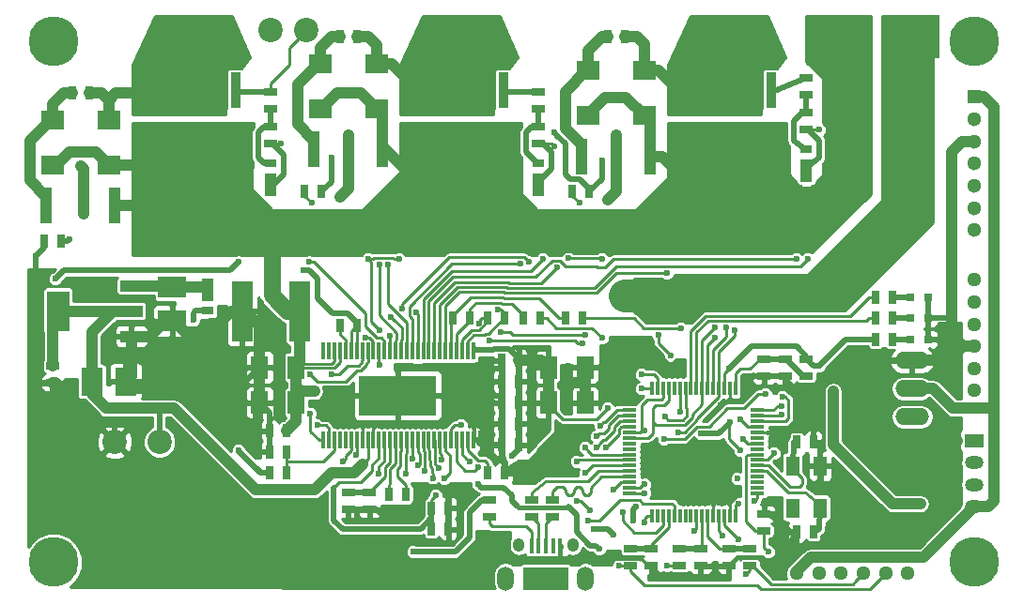
<source format=gbr>
G04 #@! TF.FileFunction,Copper,L1,Top,Signal*
%FSLAX46Y46*%
G04 Gerber Fmt 4.6, Leading zero omitted, Abs format (unit mm)*
G04 Created by KiCad (PCBNEW 4.0.7-e1-6374~58~ubuntu14.04.1) date Fri Aug 18 10:51:15 2017*
%MOMM*%
%LPD*%
G01*
G04 APERTURE LIST*
%ADD10C,0.100000*%
%ADD11R,1.524000X2.032000*%
%ADD12R,1.143000X0.635000*%
%ADD13R,0.635000X1.143000*%
%ADD14R,1.950720X2.499360*%
%ADD15R,1.849120X5.499100*%
%ADD16R,2.499360X1.950720*%
%ADD17R,1.100000X0.800000*%
%ADD18R,1.100000X2.000000*%
%ADD19R,2.159000X1.778000*%
%ADD20O,3.048000X1.524000*%
%ADD21C,1.300480*%
%ADD22R,1.300000X1.300000*%
%ADD23C,1.300000*%
%ADD24R,5.000000X4.000000*%
%ADD25R,1.699260X1.198880*%
%ADD26O,1.699260X1.198880*%
%ADD27R,10.800080X8.150860*%
%ADD28R,0.899160X3.200400*%
%ADD29R,1.000000X3.200000*%
%ADD30R,1.300480X0.300000*%
%ADD31R,0.300000X1.300480*%
%ADD32R,2.032000X3.657600*%
%ADD33R,2.032000X1.016000*%
%ADD34R,0.299720X1.501140*%
%ADD35R,7.000240X3.599180*%
%ADD36R,0.400000X1.350000*%
%ADD37O,1.050000X1.250000*%
%ADD38O,1.500000X2.200000*%
%ADD39R,4.100000X2.000000*%
%ADD40R,1.198880X1.800860*%
%ADD41R,0.800000X0.800000*%
%ADD42C,4.500000*%
%ADD43C,2.200000*%
%ADD44R,2.400000X2.400000*%
%ADD45C,2.400000*%
%ADD46C,0.600000*%
%ADD47C,0.250000*%
%ADD48C,0.500000*%
%ADD49C,1.000000*%
%ADD50C,3.000000*%
%ADD51C,0.400000*%
%ADD52C,4.000000*%
%ADD53C,1.500000*%
%ADD54C,0.150000*%
%ADD55C,0.254000*%
G04 APERTURE END LIST*
D10*
D11*
X89916000Y-65405000D03*
X86614000Y-65405000D03*
D12*
X106045000Y-78613000D03*
X106045000Y-80137000D03*
X95885000Y-81788000D03*
X95885000Y-83312000D03*
X102870000Y-81788000D03*
X102870000Y-83312000D03*
X100330000Y-81788000D03*
X100330000Y-83312000D03*
D11*
X89916000Y-68580000D03*
X86614000Y-68580000D03*
X60579000Y-68580000D03*
X63881000Y-68580000D03*
D13*
X110490000Y-80264000D03*
X108966000Y-80264000D03*
D12*
X68580000Y-76708000D03*
X68580000Y-78232000D03*
D13*
X77597000Y-80010000D03*
X76073000Y-80010000D03*
X72263000Y-76835000D03*
X73787000Y-76835000D03*
X82677000Y-74930000D03*
X81153000Y-74930000D03*
D12*
X41910000Y-65278000D03*
X41910000Y-66802000D03*
D14*
X45466000Y-66675000D03*
X48514000Y-66675000D03*
D12*
X70485000Y-76708000D03*
X70485000Y-78232000D03*
D13*
X69342000Y-61595000D03*
X67818000Y-61595000D03*
X77978000Y-60960000D03*
X79502000Y-60960000D03*
X81153000Y-60960000D03*
X82677000Y-60960000D03*
X108966000Y-72136000D03*
X110490000Y-72136000D03*
D11*
X60579000Y-65405000D03*
X63881000Y-65405000D03*
D12*
X106045000Y-64643000D03*
X106045000Y-66167000D03*
D13*
X43688000Y-40640000D03*
X45212000Y-40640000D03*
X67818000Y-35560000D03*
X69342000Y-35560000D03*
X91948000Y-35560000D03*
X93472000Y-35560000D03*
D15*
X59019440Y-60325000D03*
X64170560Y-60325000D03*
D13*
X77597000Y-78105000D03*
X76073000Y-78105000D03*
X62992000Y-71120000D03*
X61468000Y-71120000D03*
D16*
X52705000Y-58166000D03*
X52705000Y-61214000D03*
D13*
X83947000Y-64770000D03*
X82423000Y-64770000D03*
X83947000Y-66675000D03*
X82423000Y-66675000D03*
X83947000Y-68580000D03*
X82423000Y-68580000D03*
X83947000Y-70485000D03*
X82423000Y-70485000D03*
X83947000Y-72390000D03*
X82423000Y-72390000D03*
D17*
X61595000Y-47010000D03*
D18*
X61595000Y-48910000D03*
D17*
X85725000Y-47010000D03*
D18*
X85725000Y-48910000D03*
D17*
X109855000Y-45740000D03*
D18*
X109855000Y-47640000D03*
D19*
X46990000Y-47117000D03*
X46990000Y-43053000D03*
X41910000Y-43053000D03*
X41910000Y-47117000D03*
X71120000Y-42037000D03*
X71120000Y-37973000D03*
X66040000Y-37973000D03*
X66040000Y-42037000D03*
X95250000Y-42672000D03*
X95250000Y-38608000D03*
X90170000Y-38608000D03*
X90170000Y-42672000D03*
D17*
X55880000Y-60305000D03*
D18*
X55880000Y-58405000D03*
D20*
X119380000Y-69850000D03*
X119380000Y-67310000D03*
X119380000Y-64770000D03*
D21*
X112999240Y-84000000D03*
X115000760Y-84000000D03*
X116999740Y-84000000D03*
X119001260Y-84000000D03*
X111000260Y-84000000D03*
X108998740Y-84000000D03*
X125000000Y-63500760D03*
X125000000Y-61499240D03*
X125000000Y-59500260D03*
X125000000Y-57498740D03*
X125000000Y-65499740D03*
X125000000Y-67501260D03*
D22*
X125000000Y-40995440D03*
D23*
X125000000Y-44998480D03*
X125000000Y-42996960D03*
X125000000Y-46997460D03*
X125000000Y-48998980D03*
X125000000Y-51000500D03*
X125000000Y-52999480D03*
D24*
X112395000Y-35560000D03*
X119380000Y-35560000D03*
X102870000Y-35560000D03*
X78740000Y-35560000D03*
X54610000Y-35560000D03*
D25*
X125000000Y-71997720D03*
D26*
X125000000Y-76000760D03*
X125000000Y-73999240D03*
X125000000Y-77999740D03*
D27*
X54610000Y-50985420D03*
D28*
X58420000Y-40383460D03*
X57150000Y-40383460D03*
X55880000Y-40383460D03*
X53340000Y-40383460D03*
X52070000Y-40383460D03*
X50800000Y-40383460D03*
D27*
X78740000Y-50985420D03*
D28*
X82550000Y-40383460D03*
X81280000Y-40383460D03*
X80010000Y-40383460D03*
X77470000Y-40383460D03*
X76200000Y-40383460D03*
X74930000Y-40383460D03*
D27*
X102870000Y-50985420D03*
D28*
X106680000Y-40383460D03*
X105410000Y-40383460D03*
X104140000Y-40383460D03*
X101600000Y-40383460D03*
X100330000Y-40383460D03*
X99060000Y-40383460D03*
D12*
X109855000Y-64643000D03*
X109855000Y-66167000D03*
X107950000Y-64643000D03*
X107950000Y-66167000D03*
X81280000Y-78867000D03*
X81280000Y-77343000D03*
X98425000Y-83312000D03*
X98425000Y-81788000D03*
X104775000Y-83312000D03*
X104775000Y-81788000D03*
X93980000Y-83312000D03*
X93980000Y-81788000D03*
D29*
X47550000Y-50800000D03*
X41350000Y-50800000D03*
X71680000Y-45720000D03*
X65480000Y-45720000D03*
D13*
X61468000Y-74930000D03*
X62992000Y-74930000D03*
X62992000Y-73025000D03*
X61468000Y-73025000D03*
X117602000Y-62865000D03*
X116078000Y-62865000D03*
X90297000Y-49530000D03*
X88773000Y-49530000D03*
X66167000Y-49530000D03*
X64643000Y-49530000D03*
D12*
X61595000Y-43688000D03*
X61595000Y-45212000D03*
D13*
X41148000Y-53975000D03*
X42672000Y-53975000D03*
D12*
X85725000Y-43688000D03*
X85725000Y-45212000D03*
D13*
X117602000Y-60960000D03*
X116078000Y-60960000D03*
X117602000Y-59055000D03*
X116078000Y-59055000D03*
D29*
X95810000Y-46355000D03*
X89610000Y-46355000D03*
D12*
X109855000Y-42418000D03*
X109855000Y-43942000D03*
D13*
X89662000Y-60960000D03*
X88138000Y-60960000D03*
X85852000Y-60960000D03*
X84328000Y-60960000D03*
D12*
X85090000Y-77343000D03*
X85090000Y-78867000D03*
X86995000Y-77343000D03*
X86995000Y-78867000D03*
D30*
X105445560Y-75275440D03*
X105445560Y-74775060D03*
X105445560Y-74274680D03*
X105445560Y-73774300D03*
X105445560Y-73273920D03*
X105445560Y-76774040D03*
X105445560Y-76276200D03*
X105445560Y-75775820D03*
D31*
X103444040Y-67274440D03*
X102946200Y-67274440D03*
X102445820Y-67274440D03*
X101945440Y-67274440D03*
X101445060Y-67274440D03*
X100944680Y-67274440D03*
X100444300Y-67274440D03*
X99943920Y-67274440D03*
D30*
X93944440Y-69275960D03*
X93944440Y-69773800D03*
X93944440Y-70274180D03*
X93944440Y-70774560D03*
X93944440Y-71274940D03*
X93944440Y-71775320D03*
X93944440Y-72275700D03*
X93944440Y-72776080D03*
D31*
X95945960Y-78775560D03*
X96443800Y-78775560D03*
X96944180Y-78775560D03*
X97444560Y-78775560D03*
X97944940Y-78775560D03*
X98445320Y-78775560D03*
X98945700Y-78775560D03*
X99446080Y-78775560D03*
D30*
X105445560Y-72776080D03*
X105445560Y-72275700D03*
X105445560Y-71775320D03*
D31*
X99446080Y-67274440D03*
X98945700Y-67274440D03*
X98445320Y-67274440D03*
D30*
X93944440Y-73273920D03*
X93944440Y-73774300D03*
X93944440Y-74274680D03*
D31*
X99943920Y-78775560D03*
X100444300Y-78775560D03*
X100944680Y-78775560D03*
D30*
X105445560Y-71274940D03*
X105445560Y-70774560D03*
X105445560Y-70274180D03*
X105445560Y-69773800D03*
X105445560Y-69275960D03*
D31*
X97944940Y-67274440D03*
X97444560Y-67274440D03*
X96944180Y-67274440D03*
X96443800Y-67274440D03*
X95945960Y-67274440D03*
D30*
X93944440Y-74775060D03*
X93944440Y-75275440D03*
X93944440Y-75775820D03*
X93944440Y-76276200D03*
X93944440Y-76774040D03*
D31*
X101445060Y-78775560D03*
X101945440Y-78775560D03*
X102445820Y-78775560D03*
X102946200Y-78775560D03*
X103444040Y-78775560D03*
D32*
X42418000Y-60325000D03*
D33*
X49022000Y-60325000D03*
X49022000Y-58039000D03*
X49022000Y-62611000D03*
D34*
X75328780Y-63944500D03*
X74828400Y-63944500D03*
X74328020Y-63944500D03*
X73827640Y-63944500D03*
X73327260Y-63944500D03*
X72829420Y-63944500D03*
X72329040Y-63944500D03*
X71828660Y-63944500D03*
X71328280Y-63944500D03*
X70827900Y-63944500D03*
X70327520Y-63944500D03*
X79827120Y-63944500D03*
X79329280Y-63944500D03*
X78828900Y-63944500D03*
X74328020Y-71945500D03*
X77828140Y-63944500D03*
X77327760Y-63944500D03*
X76827380Y-63944500D03*
X76329540Y-63944500D03*
X75829160Y-63944500D03*
X71828660Y-71945500D03*
X72329040Y-71945500D03*
X72829420Y-71945500D03*
X73327260Y-71945500D03*
X73827640Y-71945500D03*
X78328520Y-63944500D03*
X74828400Y-71945500D03*
X75328780Y-71945500D03*
X75829160Y-71945500D03*
X76329540Y-71945500D03*
X76827380Y-71945500D03*
X77327760Y-71945500D03*
X77828140Y-71945500D03*
X66329560Y-71945500D03*
X66827400Y-71945500D03*
X67327780Y-71945500D03*
X67828160Y-71945500D03*
X68328540Y-71945500D03*
X68828920Y-71945500D03*
X69329300Y-71945500D03*
X69827140Y-71945500D03*
X70327520Y-71945500D03*
X70827900Y-71945500D03*
X71328280Y-71945500D03*
X78328520Y-71945500D03*
X78828900Y-71945500D03*
X79329280Y-71945500D03*
X79827120Y-71945500D03*
X69827140Y-63944500D03*
X69329300Y-63944500D03*
X68828920Y-63944500D03*
X68328540Y-63944500D03*
X67828160Y-63944500D03*
X67327780Y-63944500D03*
X66827400Y-63944500D03*
X66329560Y-63944500D03*
D35*
X73025000Y-67945000D03*
D36*
X85060000Y-81555000D03*
X85710000Y-81555000D03*
X86360000Y-81555000D03*
X87010000Y-81555000D03*
X87660000Y-81555000D03*
D37*
X83935000Y-81455000D03*
X88785000Y-81455000D03*
D38*
X82760000Y-84455000D03*
X89960000Y-84455000D03*
D39*
X86360000Y-84455000D03*
D40*
X108605320Y-78099920D03*
X111104680Y-78099920D03*
X111104680Y-74300080D03*
X108605320Y-74300080D03*
D41*
X119215000Y-60960000D03*
X120815000Y-60960000D03*
X119215000Y-59055000D03*
X120815000Y-59055000D03*
X119215000Y-62865000D03*
X120815000Y-62865000D03*
D12*
X61595000Y-40513000D03*
X61595000Y-42037000D03*
X85725000Y-40513000D03*
X85725000Y-42037000D03*
X109855000Y-39243000D03*
X109855000Y-40767000D03*
D42*
X125010000Y-36000000D03*
X42010000Y-36000000D03*
X125010000Y-83000000D03*
X42010000Y-83000000D03*
D13*
X115443000Y-46355000D03*
X116967000Y-46355000D03*
X115443000Y-48895000D03*
X116967000Y-48895000D03*
D43*
X64770000Y-34925000D03*
X61595000Y-34925000D03*
X51562000Y-72136000D03*
X47498000Y-72136000D03*
D44*
X113665000Y-40005000D03*
D45*
X118665000Y-40005000D03*
D44*
X113665000Y-43180000D03*
D45*
X118665000Y-43180000D03*
D46*
X72390000Y-67564000D03*
X73152000Y-67564000D03*
X73914000Y-67564000D03*
X117348000Y-75184000D03*
X117348000Y-73152000D03*
X87122014Y-44196000D03*
X87630000Y-70866000D03*
X95758000Y-72898000D03*
X95250000Y-74676000D03*
X122174000Y-70358000D03*
X122428000Y-71882000D03*
X113030000Y-80772000D03*
X119888000Y-80772000D03*
X109982000Y-67564000D03*
X107442000Y-79756000D03*
X68580000Y-68326000D03*
X67056000Y-67564000D03*
X98552000Y-65786000D03*
X78740000Y-67564000D03*
X92202000Y-66294000D03*
X71882000Y-81026000D03*
X75184000Y-84582000D03*
X78486000Y-84582000D03*
X80518000Y-81534000D03*
X62230000Y-79502000D03*
X64008000Y-81280000D03*
X65786000Y-83058000D03*
X67818000Y-81026000D03*
X45720000Y-70358000D03*
X56388000Y-68580000D03*
X54356000Y-68580000D03*
X59182000Y-71628000D03*
X58928000Y-67056000D03*
X71666805Y-70443979D03*
X49276000Y-70358000D03*
X115062000Y-79502000D03*
X115062000Y-77978000D03*
X112268000Y-76708000D03*
X108966000Y-70104000D03*
X100330000Y-72390000D03*
X99060000Y-74422000D03*
X100330000Y-74422000D03*
X100330000Y-76962000D03*
X99060000Y-76962000D03*
X88392000Y-68580000D03*
X88392000Y-65278000D03*
X94996000Y-59944000D03*
X94996000Y-59182000D03*
X94996000Y-58420000D03*
X94996000Y-57658000D03*
X94996000Y-60706000D03*
X95758000Y-60198000D03*
X95758000Y-59436000D03*
X95758000Y-58674000D03*
X95758000Y-57912000D03*
X80518000Y-71374000D03*
X71628000Y-78740000D03*
X69342000Y-79248000D03*
X74930000Y-65532000D03*
X82042000Y-82042000D03*
X110617000Y-68834000D03*
X102104785Y-68830785D03*
X108204000Y-82550000D03*
X85598000Y-74168000D03*
X60198000Y-70358000D03*
X110744000Y-75946000D03*
X50546000Y-67310000D03*
X40386000Y-55372000D03*
X88392000Y-66802000D03*
X91440000Y-46736000D03*
X67056000Y-46482000D03*
X70104000Y-70612000D03*
X107696000Y-71882000D03*
X100838000Y-77625318D03*
X102111080Y-77625563D03*
X74688200Y-60452924D03*
X91948000Y-69088000D03*
X97028000Y-71882000D03*
X106172000Y-67818000D03*
X83312000Y-73406000D03*
X65532000Y-67564000D03*
X104140000Y-71882000D03*
X99788860Y-80136032D03*
X106426000Y-82042000D03*
X120142000Y-77724000D03*
X112522000Y-72644000D03*
X102870000Y-65532000D03*
X103632000Y-75438000D03*
X103886000Y-72898000D03*
X69850000Y-74168000D03*
X78740000Y-70612000D03*
X91186000Y-81788000D03*
X80264000Y-75946000D03*
X102997000Y-70358000D03*
X100330000Y-71374000D03*
X94498617Y-77973483D03*
X94234000Y-79248000D03*
X110998000Y-65278000D03*
X112268000Y-67564000D03*
X103768990Y-77752494D03*
X105156010Y-77470000D03*
X94996000Y-67310000D03*
X95263872Y-76745892D03*
X103886000Y-70104000D03*
X94996000Y-66040000D03*
X95250000Y-75946000D03*
X65790440Y-70640430D03*
X76454000Y-76962000D03*
X77216000Y-75438000D03*
X58674000Y-55880000D03*
X64516000Y-56642000D03*
X42163982Y-57404000D03*
X51308000Y-37338000D03*
X51308000Y-36322000D03*
X51308000Y-35306000D03*
X51308000Y-34290000D03*
X57912000Y-34290000D03*
X57912000Y-35306000D03*
X57912000Y-36322000D03*
X57912000Y-37338000D03*
X71406393Y-65153489D03*
X44704000Y-51562000D03*
X44450000Y-47244000D03*
X65143084Y-66040000D03*
X75438000Y-37338000D03*
X75438000Y-36322000D03*
X75438000Y-35306000D03*
X75438000Y-34290000D03*
X82042000Y-34290000D03*
X82042000Y-35306000D03*
X82042000Y-36322000D03*
X82042000Y-37338000D03*
X72174011Y-56134025D03*
X67818000Y-50038000D03*
X68580000Y-44450000D03*
X71374000Y-56134000D03*
X99568000Y-37338000D03*
X99568000Y-36322000D03*
X99568000Y-35306000D03*
X99568000Y-34290000D03*
X106172000Y-34290000D03*
X106172000Y-35306000D03*
X106172000Y-36322000D03*
X106172000Y-37338000D03*
X87376000Y-56388000D03*
X92710000Y-44450000D03*
X91948000Y-50292000D03*
X86106000Y-55626000D03*
X106934000Y-73152000D03*
X74422000Y-82042000D03*
X92456000Y-80518000D03*
X90678000Y-80010000D03*
X58674000Y-72897992D03*
X54638097Y-61109996D03*
X80319536Y-61468000D03*
X82042000Y-60198000D03*
X72297272Y-62592569D03*
X97282000Y-56896000D03*
X70109291Y-62698614D03*
X62484000Y-45212000D03*
X65024000Y-55880000D03*
X73441794Y-60085882D03*
X72390000Y-60842990D03*
X84843287Y-55878151D03*
X87122000Y-45466000D03*
X84067866Y-56074979D03*
X110998000Y-43942000D03*
X108966000Y-55626000D03*
X109982000Y-55626000D03*
X97282000Y-83312000D03*
X104394000Y-84074000D03*
X92964000Y-83312000D03*
X92456000Y-76454000D03*
X95264226Y-79419598D03*
X102616000Y-61828032D03*
X103384427Y-62080688D03*
X98289509Y-71237010D03*
X95250000Y-71120000D03*
X101600000Y-61828032D03*
X101600000Y-62738000D03*
X69295294Y-73335941D03*
X65143028Y-69596000D03*
X96520020Y-62484000D03*
X97601190Y-64296764D03*
X107624512Y-68868810D03*
X91440000Y-55626000D03*
X88401108Y-55566979D03*
X89408000Y-50546000D03*
X67056000Y-66040000D03*
X82296000Y-62191987D03*
X89916000Y-62484000D03*
X107624652Y-69668821D03*
X71362856Y-62031512D03*
X73152000Y-55626000D03*
X70358000Y-55626000D03*
X65278000Y-50546000D03*
X81280008Y-62992000D03*
X89662000Y-63246000D03*
X107696000Y-68072004D03*
X43434000Y-53848000D03*
X98552000Y-61841030D03*
X91440000Y-62738000D03*
X71260486Y-74982492D03*
X91246949Y-70672949D03*
X77014609Y-73753278D03*
X90932000Y-71628018D03*
X76200000Y-75438000D03*
X90932000Y-72644036D03*
X74864576Y-74268896D03*
X91767961Y-72665565D03*
X93298556Y-78497990D03*
X89154000Y-77470000D03*
X90330794Y-78317537D03*
X73736150Y-74976132D03*
X68072000Y-73914000D03*
X90170000Y-79248000D03*
X79502000Y-73914000D03*
X97086309Y-69838010D03*
X80263992Y-74422000D03*
X98488045Y-69450630D03*
X76733358Y-74504405D03*
X89916000Y-72644000D03*
X75483346Y-74775988D03*
X89137380Y-73899700D03*
X74365041Y-73644010D03*
X89915990Y-74929990D03*
X102328109Y-80586043D03*
X103730122Y-80949849D03*
D47*
X73025000Y-67945000D02*
X72771000Y-67945000D01*
X72771000Y-67945000D02*
X72390000Y-67564000D01*
X73152000Y-67564000D02*
X73914000Y-67564000D01*
D48*
X117348000Y-75184000D02*
X117348000Y-73152000D01*
X47498000Y-70358000D02*
X47498000Y-72136000D01*
X88138000Y-48006000D02*
X88138000Y-45211986D01*
X90297000Y-49276000D02*
X89426001Y-48405001D01*
X87422013Y-44495999D02*
X87122014Y-44196000D01*
X88537001Y-48405001D02*
X88138000Y-48006000D01*
X89426001Y-48405001D02*
X88537001Y-48405001D01*
X90297000Y-49530000D02*
X90297000Y-49276000D01*
X88138000Y-45211986D02*
X87422013Y-44495999D01*
X118665000Y-40005000D02*
X118665000Y-36275000D01*
X118665000Y-36275000D02*
X119380000Y-35560000D01*
X118665000Y-43180000D02*
X118665000Y-40085000D01*
X118665000Y-40085000D02*
X118745000Y-40005000D01*
X118745000Y-40005000D02*
X118665000Y-40005000D01*
X116967000Y-46355000D02*
X116967000Y-44958000D01*
X116967000Y-44958000D02*
X118745000Y-43180000D01*
X118745000Y-43180000D02*
X118665000Y-43180000D01*
X116967000Y-48895000D02*
X116967000Y-46482000D01*
X116967000Y-46482000D02*
X116840000Y-46355000D01*
X116840000Y-46355000D02*
X116967000Y-46355000D01*
D47*
X85598000Y-74168000D02*
X85598000Y-72898000D01*
X85598000Y-72898000D02*
X87630000Y-70866000D01*
X95758000Y-72898000D02*
X95250000Y-73406000D01*
X95250000Y-73406000D02*
X95250000Y-74676000D01*
X122174000Y-71628000D02*
X122174000Y-70358000D01*
X122428000Y-71882000D02*
X122174000Y-71628000D01*
X119888000Y-80772000D02*
X113030000Y-80772000D01*
X107442000Y-79756000D02*
X107442000Y-79502000D01*
D48*
X68580000Y-68326000D02*
X67818000Y-68326000D01*
X67818000Y-68326000D02*
X67056000Y-67564000D01*
X78486000Y-67945000D02*
X78486000Y-67818000D01*
X78486000Y-67818000D02*
X78740000Y-67564000D01*
X78486000Y-84582000D02*
X78486000Y-83566000D01*
X71882000Y-81026000D02*
X75184000Y-84328000D01*
X75184000Y-84328000D02*
X75184000Y-84582000D01*
X78486000Y-83566000D02*
X80518000Y-81534000D01*
X64008000Y-81280000D02*
X62230000Y-79502000D01*
X67818000Y-81026000D02*
X65786000Y-83058000D01*
X54356000Y-68580000D02*
X56388000Y-68580000D01*
X60579000Y-65405000D02*
X58928000Y-67056000D01*
D47*
X70827900Y-71945500D02*
X70827900Y-70944930D01*
X71328851Y-70443979D02*
X71666805Y-70443979D01*
X70827900Y-70944930D02*
X71328851Y-70443979D01*
D49*
X48851736Y-70358000D02*
X49276000Y-70358000D01*
X45720000Y-70358000D02*
X47498000Y-70358000D01*
X47498000Y-70358000D02*
X48851736Y-70358000D01*
X42164000Y-66802000D02*
X45720000Y-70358000D01*
X41910000Y-66802000D02*
X42164000Y-66802000D01*
D47*
X115062000Y-77978000D02*
X115062000Y-79502000D01*
X100330000Y-74422000D02*
X99060000Y-74422000D01*
X99060000Y-76962000D02*
X100330000Y-76962000D01*
X88392000Y-66802000D02*
X88392000Y-68580000D01*
D48*
X94996000Y-59182000D02*
X94996000Y-58420000D01*
X94996000Y-60706000D02*
X94996000Y-59944000D01*
D47*
X95758000Y-59436000D02*
X95758000Y-60198000D01*
X95758000Y-57912000D02*
X95758000Y-58674000D01*
D50*
X114046000Y-55626000D02*
X110744000Y-58928000D01*
X95591996Y-58928000D02*
X93472000Y-58928000D01*
X96067998Y-59404002D02*
X95591996Y-58928000D01*
X110744000Y-58928000D02*
X98718004Y-58928000D01*
X98718004Y-58928000D02*
X98242002Y-59404002D01*
X98242002Y-59404002D02*
X96067998Y-59404002D01*
D48*
X80518000Y-71798264D02*
X80518000Y-71374000D01*
X80264000Y-72136000D02*
X80518000Y-71882000D01*
X80518000Y-71882000D02*
X80518000Y-71798264D01*
X120815000Y-60960000D02*
X122936000Y-60960000D01*
X122936000Y-60960000D02*
X122555000Y-60960000D01*
X122555000Y-60960000D02*
X122936000Y-60960000D01*
X120815000Y-60960000D02*
X120815000Y-62865000D01*
X120815000Y-59055000D02*
X120815000Y-60960000D01*
X119380000Y-64770000D02*
X116666000Y-64770000D01*
X112014000Y-66040000D02*
X110490000Y-67564000D01*
X116666000Y-64770000D02*
X115396000Y-66040000D01*
X115396000Y-66040000D02*
X112014000Y-66040000D01*
D49*
X119380000Y-64770000D02*
X122683520Y-64770000D01*
X122683520Y-64770000D02*
X123952760Y-63500760D01*
D51*
X102870000Y-83312000D02*
X103632000Y-82550000D01*
X103632000Y-82550000D02*
X105664000Y-82550000D01*
X105664000Y-82550000D02*
X106172000Y-83058000D01*
X106172000Y-83058000D02*
X107696000Y-83058000D01*
X107696000Y-83058000D02*
X108204000Y-82550000D01*
D48*
X70485000Y-78232000D02*
X71120000Y-78232000D01*
X70612000Y-78232000D02*
X71120000Y-78232000D01*
X71120000Y-78232000D02*
X71628000Y-78740000D01*
X70485000Y-78232000D02*
X69342000Y-78232000D01*
X69342000Y-78232000D02*
X69342000Y-79248000D01*
X68580000Y-78232000D02*
X69342000Y-78232000D01*
X73660000Y-78740000D02*
X72052264Y-78740000D01*
X72052264Y-78740000D02*
X71628000Y-78740000D01*
X74930000Y-77470000D02*
X73660000Y-78740000D01*
X74930000Y-76708000D02*
X74930000Y-77470000D01*
X75438000Y-76200000D02*
X74930000Y-76708000D01*
X76763500Y-76200000D02*
X75438000Y-76200000D01*
X77597000Y-78105000D02*
X77597000Y-77033500D01*
X77597000Y-77033500D02*
X76763500Y-76200000D01*
X74930000Y-65532000D02*
X82423000Y-65532000D01*
X82423000Y-65532000D02*
X82296000Y-65532000D01*
X82296000Y-65532000D02*
X82423000Y-65532000D01*
X73025000Y-67945000D02*
X78486000Y-67945000D01*
X78486000Y-67945000D02*
X82296000Y-67945000D01*
X82296000Y-67945000D02*
X82423000Y-67818000D01*
D52*
X119380000Y-35560000D02*
X119380000Y-37084000D01*
X119380000Y-37084000D02*
X118618000Y-37846000D01*
X118618000Y-51054000D02*
X114046000Y-55626000D01*
X118618000Y-37846000D02*
X118618000Y-51054000D01*
D47*
X87660000Y-81555000D02*
X87660000Y-82680001D01*
X87630000Y-82804000D02*
X87630000Y-82680001D01*
X87630000Y-82710001D02*
X87630000Y-82804000D01*
X87660000Y-82680001D02*
X87630000Y-82710001D01*
D48*
X82677000Y-74930000D02*
X82804000Y-74930000D01*
X82804000Y-74930000D02*
X83439000Y-74295000D01*
X83439000Y-74295000D02*
X84074000Y-74295000D01*
X82423000Y-72390000D02*
X82423000Y-73787000D01*
X82423000Y-73787000D02*
X82677000Y-74041000D01*
X82677000Y-74041000D02*
X82677000Y-74930000D01*
X77597000Y-78105000D02*
X77597000Y-80010000D01*
D49*
X125000000Y-44998480D02*
X123911520Y-44998480D01*
X122936000Y-45974000D02*
X122936000Y-60960000D01*
X123911520Y-44998480D02*
X122936000Y-45974000D01*
X122936000Y-60960000D02*
X122936000Y-62484000D01*
X122936000Y-62484000D02*
X123952760Y-63500760D01*
D48*
X82341999Y-82341999D02*
X82042000Y-82042000D01*
X82680001Y-82680001D02*
X82341999Y-82341999D01*
X90547999Y-82680001D02*
X87630000Y-82680001D01*
X87630000Y-82680001D02*
X82680001Y-82680001D01*
X110490000Y-72136000D02*
X110617000Y-68834000D01*
X110617000Y-68834000D02*
X110617000Y-67437000D01*
X110617000Y-67437000D02*
X110490000Y-67564000D01*
D47*
X95885000Y-83312000D02*
X95631000Y-83312000D01*
X95631000Y-83312000D02*
X94988499Y-82669499D01*
X94988499Y-82669499D02*
X90558501Y-82669499D01*
X90558501Y-82669499D02*
X90547999Y-82680001D01*
D48*
X95885000Y-83312000D02*
X95885000Y-83185000D01*
D47*
X102404784Y-68530786D02*
X102104785Y-68830785D01*
X102563614Y-68530786D02*
X102404784Y-68530786D01*
X102946200Y-68148200D02*
X102563614Y-68530786D01*
D48*
X84074000Y-74295000D02*
X85471000Y-74295000D01*
D47*
X84081501Y-74302501D02*
X84074000Y-74295000D01*
D48*
X95885000Y-83312000D02*
X96139000Y-83312000D01*
X108204000Y-82550000D02*
X108204000Y-81534000D01*
X108204000Y-81534000D02*
X108966000Y-80264000D01*
X85471000Y-74295000D02*
X85598000Y-74168000D01*
X82423000Y-66675000D02*
X82423000Y-67818000D01*
X82423000Y-67818000D02*
X82423000Y-68580000D01*
X60198000Y-70358000D02*
X60198000Y-68961000D01*
X60198000Y-68961000D02*
X60579000Y-68580000D01*
X107950000Y-66167000D02*
X107950000Y-66548000D01*
X107950000Y-66548000D02*
X108966000Y-67564000D01*
X108966000Y-67564000D02*
X109982000Y-67564000D01*
X109982000Y-67564000D02*
X110490000Y-67564000D01*
X111104680Y-74300080D02*
X111104680Y-75585320D01*
X111104680Y-75585320D02*
X110744000Y-75946000D01*
X111104680Y-74300080D02*
X111104680Y-72242680D01*
X111104680Y-72242680D02*
X110490000Y-72136000D01*
D49*
X50546000Y-67310000D02*
X49149000Y-67310000D01*
X49149000Y-67310000D02*
X48514000Y-66675000D01*
D48*
X40386000Y-55372000D02*
X40386000Y-66294000D01*
X40894000Y-66802000D02*
X41910000Y-66802000D01*
X40386000Y-66294000D02*
X40894000Y-66802000D01*
X41148000Y-54610000D02*
X41148000Y-53975000D01*
X40386000Y-55372000D02*
X41148000Y-54610000D01*
D49*
X89916000Y-66802000D02*
X88392000Y-66802000D01*
D48*
X106045000Y-78613000D02*
X106553000Y-78613000D01*
X106553000Y-78613000D02*
X107442000Y-79502000D01*
X107442000Y-79502000D02*
X108458000Y-80264000D01*
X108458000Y-80264000D02*
X108966000Y-80264000D01*
D49*
X125000000Y-63500760D02*
X123952760Y-63500760D01*
D48*
X90297000Y-49530000D02*
X91440000Y-48387000D01*
X91440000Y-48387000D02*
X91440000Y-46736000D01*
X66167000Y-49530000D02*
X67056000Y-48641000D01*
X67056000Y-48641000D02*
X67056000Y-46482000D01*
X100330000Y-84129500D02*
X100528500Y-84328000D01*
X100528500Y-84328000D02*
X102671500Y-84328000D01*
X102671500Y-84328000D02*
X102870000Y-84129500D01*
X102870000Y-84129500D02*
X102870000Y-83312000D01*
X95885000Y-83312000D02*
X95885000Y-83439000D01*
X95885000Y-83439000D02*
X96774000Y-84328000D01*
X96774000Y-84328000D02*
X100131500Y-84328000D01*
X100131500Y-84328000D02*
X100330000Y-84129500D01*
X100330000Y-84129500D02*
X100330000Y-83312000D01*
D47*
X69827140Y-70888860D02*
X70104000Y-70612000D01*
X69827140Y-71945500D02*
X69827140Y-70888860D01*
D49*
X89916000Y-65405000D02*
X89916000Y-66802000D01*
X89916000Y-66802000D02*
X89916000Y-68580000D01*
D47*
X105445560Y-71274940D02*
X107088940Y-71274940D01*
X107088940Y-71274940D02*
X107696000Y-71882000D01*
X100838000Y-77625318D02*
X101262264Y-77625318D01*
X101262264Y-77625318D02*
X101445060Y-77808114D01*
X101445060Y-77808114D02*
X101445060Y-77875320D01*
X101445060Y-77875320D02*
X101445060Y-78775560D01*
X102111080Y-77625563D02*
X102696443Y-77625563D01*
X102696443Y-77625563D02*
X102946200Y-77875320D01*
X102946200Y-77875320D02*
X102946200Y-78775560D01*
D48*
X106045000Y-66167000D02*
X107950000Y-66167000D01*
D47*
X102946200Y-67274440D02*
X102946200Y-68148200D01*
X104394000Y-66040000D02*
X105918000Y-66040000D01*
X104140000Y-66294000D02*
X104394000Y-66040000D01*
X104140000Y-68072000D02*
X104140000Y-66294000D01*
X103886000Y-68326000D02*
X104140000Y-68072000D01*
X103124000Y-68326000D02*
X103886000Y-68326000D01*
X102946200Y-68148200D02*
X103124000Y-68326000D01*
X105918000Y-66040000D02*
X106045000Y-66167000D01*
X74828400Y-60593124D02*
X74688200Y-60452924D01*
X74828400Y-63944500D02*
X74828400Y-60593124D01*
X79827120Y-71945500D02*
X80073500Y-71945500D01*
D48*
X80518000Y-72390000D02*
X80264000Y-72136000D01*
X80518000Y-72390000D02*
X82423000Y-72390000D01*
D47*
X80073500Y-71945500D02*
X80264000Y-72136000D01*
D48*
X82423000Y-70485000D02*
X82423000Y-72390000D01*
X82423000Y-68580000D02*
X82423000Y-70485000D01*
X82423000Y-64770000D02*
X82423000Y-65532000D01*
X82423000Y-65532000D02*
X82423000Y-66675000D01*
X61468000Y-71120000D02*
X61468000Y-69469000D01*
X61468000Y-69469000D02*
X60579000Y-68580000D01*
X61468000Y-71120000D02*
X61468000Y-73025000D01*
D49*
X49022000Y-62611000D02*
X49022000Y-66167000D01*
X49022000Y-66167000D02*
X48514000Y-66675000D01*
X52705000Y-61214000D02*
X52070000Y-61214000D01*
X52070000Y-61214000D02*
X50673000Y-62611000D01*
X50673000Y-62611000D02*
X49022000Y-62611000D01*
X52705000Y-61214000D02*
X52832000Y-61214000D01*
X52832000Y-61214000D02*
X53848000Y-62230000D01*
X53848000Y-62230000D02*
X55372000Y-62230000D01*
X55372000Y-62230000D02*
X56134000Y-61468000D01*
X56134000Y-61468000D02*
X56896000Y-61468000D01*
X56896000Y-61468000D02*
X58039000Y-60325000D01*
X58039000Y-60325000D02*
X59019440Y-60325000D01*
X59019440Y-60325000D02*
X59309000Y-60325000D01*
X59309000Y-60325000D02*
X60579000Y-61595000D01*
X60579000Y-61595000D02*
X60579000Y-65405000D01*
X60579000Y-65405000D02*
X60579000Y-68580000D01*
D48*
X115443000Y-46355000D02*
X115443000Y-48768000D01*
X115443000Y-48768000D02*
X115570000Y-48895000D01*
X115570000Y-48895000D02*
X115443000Y-48895000D01*
X113665000Y-43180000D02*
X113665000Y-44450000D01*
X113665000Y-44450000D02*
X115570000Y-46355000D01*
X115570000Y-46355000D02*
X115443000Y-46355000D01*
X113665000Y-40005000D02*
X113665000Y-43180000D01*
X112395000Y-35560000D02*
X112395000Y-39370000D01*
X112395000Y-39370000D02*
X113665000Y-40640000D01*
X113665000Y-40640000D02*
X113665000Y-40005000D01*
D52*
X112395000Y-35560000D02*
X112395000Y-36703000D01*
X112395000Y-36703000D02*
X113538000Y-37846000D01*
X113538000Y-37846000D02*
X113538000Y-49022000D01*
X113538000Y-49022000D02*
X111252000Y-51308000D01*
X111252000Y-51308000D02*
X103192580Y-51308000D01*
X103192580Y-51308000D02*
X102870000Y-50985420D01*
D48*
X81745499Y-63748499D02*
X81655499Y-63838499D01*
X81655499Y-63838499D02*
X80094499Y-63838499D01*
X83947000Y-64770000D02*
X83947000Y-64594998D01*
X80094499Y-63838499D02*
X80010000Y-63754000D01*
X83947000Y-64594998D02*
X83100501Y-63748499D01*
X83100501Y-63748499D02*
X81745499Y-63748499D01*
D47*
X79827120Y-63944500D02*
X79848119Y-63838499D01*
X79848119Y-63838499D02*
X80010000Y-63754000D01*
D53*
X64170560Y-60325000D02*
X63119000Y-60325000D01*
X61722000Y-54610000D02*
X60198000Y-53086000D01*
X61722000Y-58928000D02*
X61722000Y-54610000D01*
X63119000Y-60325000D02*
X61722000Y-58928000D01*
D47*
X98896998Y-71882000D02*
X97452264Y-71882000D01*
X100029999Y-70748999D02*
X98896998Y-71882000D01*
X101070469Y-70748999D02*
X100029999Y-70748999D01*
X102731468Y-69088000D02*
X101070469Y-70748999D01*
X97452264Y-71882000D02*
X97028000Y-71882000D01*
X105518278Y-67818000D02*
X104248278Y-69088000D01*
X106172000Y-67818000D02*
X105518278Y-67818000D01*
X104248278Y-69088000D02*
X102731468Y-69088000D01*
X91948000Y-69088000D02*
X90932000Y-70104000D01*
X90932000Y-70104000D02*
X87884000Y-70104000D01*
X87884000Y-70104000D02*
X86614000Y-68834000D01*
X86614000Y-68834000D02*
X86614000Y-68580000D01*
D48*
X83947000Y-72390000D02*
X83947000Y-72771000D01*
X83947000Y-72771000D02*
X83312000Y-73406000D01*
D49*
X64135000Y-67564000D02*
X65107736Y-67564000D01*
X63881000Y-67310000D02*
X64135000Y-67564000D01*
X65107736Y-67564000D02*
X65532000Y-67564000D01*
X83947000Y-64770000D02*
X85979000Y-64770000D01*
X85979000Y-64770000D02*
X86614000Y-65405000D01*
X86614000Y-68580000D02*
X86614000Y-65405000D01*
D48*
X83947000Y-70485000D02*
X83947000Y-72390000D01*
X83947000Y-68580000D02*
X83947000Y-70485000D01*
X83947000Y-66675000D02*
X83947000Y-68580000D01*
X83947000Y-64770000D02*
X83947000Y-66675000D01*
D47*
X79827120Y-63944500D02*
X79827120Y-63682880D01*
D49*
X63881000Y-67310000D02*
X64008000Y-67310000D01*
X64008000Y-67310000D02*
X63881000Y-67310000D01*
X63881000Y-65405000D02*
X63881000Y-67310000D01*
X63881000Y-67310000D02*
X63881000Y-68580000D01*
D47*
X67828160Y-63944500D02*
X67828160Y-64886840D01*
X67828160Y-64886840D02*
X67310000Y-65405000D01*
X67310000Y-65405000D02*
X63881000Y-65405000D01*
D52*
X80821557Y-53066977D02*
X100788443Y-53066977D01*
X78740000Y-50985420D02*
X80821557Y-53066977D01*
X100788443Y-53066977D02*
X102870000Y-50985420D01*
D47*
X67327780Y-63944500D02*
X67327780Y-64853820D01*
X67106800Y-65074800D02*
X64211200Y-65074800D01*
X67327780Y-64853820D02*
X67106800Y-65074800D01*
X64211200Y-65074800D02*
X63881000Y-65405000D01*
D52*
X54610000Y-50985420D02*
X58097420Y-50985420D01*
X58097420Y-50985420D02*
X60198000Y-53086000D01*
X60198000Y-53086000D02*
X76639420Y-53086000D01*
X76639420Y-53086000D02*
X78740000Y-50985420D01*
D49*
X95810000Y-46355000D02*
X96901000Y-46355000D01*
X96901000Y-46355000D02*
X101531420Y-50985420D01*
X101531420Y-50985420D02*
X102870000Y-50985420D01*
X95810000Y-46355000D02*
X95810000Y-43232000D01*
X95810000Y-43232000D02*
X95250000Y-42672000D01*
X71680000Y-45720000D02*
X71882000Y-45720000D01*
X71882000Y-45720000D02*
X77147420Y-50985420D01*
X77147420Y-50985420D02*
X78740000Y-50985420D01*
X71680000Y-45720000D02*
X71680000Y-42597000D01*
X71680000Y-42597000D02*
X71120000Y-42037000D01*
X63881000Y-68580000D02*
X63881000Y-70231000D01*
X63881000Y-70231000D02*
X62992000Y-71120000D01*
X64170560Y-60325000D02*
X64170560Y-65115440D01*
X64170560Y-65115440D02*
X63881000Y-65405000D01*
X102684580Y-50800000D02*
X102870000Y-50985420D01*
X90170000Y-42672000D02*
X90170000Y-42545000D01*
X90170000Y-42545000D02*
X91694000Y-41021000D01*
X91694000Y-41021000D02*
X93599000Y-41021000D01*
X93599000Y-41021000D02*
X95250000Y-42672000D01*
X66040000Y-42037000D02*
X66167000Y-42037000D01*
X66167000Y-42037000D02*
X67564000Y-40640000D01*
X67564000Y-40640000D02*
X69723000Y-40640000D01*
X69723000Y-40640000D02*
X71120000Y-42037000D01*
X78554580Y-50800000D02*
X78740000Y-50985420D01*
X41910000Y-47117000D02*
X42291000Y-47117000D01*
X42291000Y-47117000D02*
X43434000Y-45974000D01*
X43434000Y-45974000D02*
X45847000Y-45974000D01*
X45847000Y-45974000D02*
X46990000Y-47117000D01*
X46990000Y-47117000D02*
X50741580Y-47117000D01*
X50741580Y-47117000D02*
X54610000Y-50985420D01*
X47550000Y-50800000D02*
X54424580Y-50800000D01*
X54424580Y-50800000D02*
X54610000Y-50985420D01*
D47*
X104140000Y-71882000D02*
X104533700Y-72275700D01*
X104533700Y-72275700D02*
X105445560Y-72275700D01*
X99943920Y-78775560D02*
X99943920Y-79980972D01*
X99943920Y-79980972D02*
X99788860Y-80136032D01*
X106126001Y-81742001D02*
X106426000Y-82042000D01*
X106045000Y-80137000D02*
X106045000Y-81661000D01*
X106045000Y-81661000D02*
X106126001Y-81742001D01*
X105445560Y-73273920D02*
X104545320Y-73273920D01*
X104545320Y-73273920D02*
X104394000Y-73425240D01*
X104394000Y-73425240D02*
X104394000Y-79307500D01*
X104394000Y-79307500D02*
X105223500Y-80137000D01*
X105223500Y-80137000D02*
X106045000Y-80137000D01*
D48*
X95885000Y-81788000D02*
X93980000Y-81788000D01*
D47*
X97444560Y-78775560D02*
X97444560Y-79847440D01*
X95885000Y-81407000D02*
X95885000Y-81788000D01*
X97444560Y-79847440D02*
X95885000Y-81407000D01*
D48*
X104775000Y-81788000D02*
X102870000Y-81788000D01*
D47*
X102870000Y-81788000D02*
X102048500Y-81788000D01*
X102048500Y-81788000D02*
X100944680Y-80684180D01*
X100944680Y-80684180D02*
X100944680Y-78775560D01*
D48*
X100330000Y-81788000D02*
X98425000Y-81788000D01*
D47*
X100444300Y-78775560D02*
X100444300Y-81673700D01*
X100444300Y-81673700D02*
X100330000Y-81788000D01*
D48*
X51562000Y-69088000D02*
X51562000Y-72136000D01*
D49*
X69088000Y-74930000D02*
X69850000Y-74168000D01*
X65532000Y-76454000D02*
X67056000Y-74930000D01*
X67056000Y-74930000D02*
X69088000Y-74930000D01*
X45466000Y-66675000D02*
X45466000Y-67818000D01*
X45466000Y-67818000D02*
X46736000Y-69088000D01*
X65532000Y-76454000D02*
X65278000Y-76454000D01*
X60198000Y-76454000D02*
X65532000Y-76454000D01*
X52832000Y-69088000D02*
X60198000Y-76454000D01*
X46736000Y-69088000D02*
X51562000Y-69088000D01*
X51562000Y-69088000D02*
X52832000Y-69088000D01*
X112522000Y-72644000D02*
X117602000Y-77724000D01*
X117602000Y-77724000D02*
X120142000Y-77724000D01*
X112268000Y-67564000D02*
X112268000Y-72390000D01*
X112268000Y-72390000D02*
X112522000Y-72644000D01*
D48*
X109855000Y-64643000D02*
X109855000Y-64389000D01*
X109855000Y-64389000D02*
X108966000Y-63500000D01*
X104902000Y-63500000D02*
X102870000Y-65532000D01*
X108966000Y-63500000D02*
X104902000Y-63500000D01*
D47*
X102870000Y-70485000D02*
X102870000Y-71882000D01*
X102870000Y-71882000D02*
X103886000Y-72898000D01*
X70327520Y-73690480D02*
X70327520Y-71945500D01*
X70327520Y-73690480D02*
X69850000Y-74168000D01*
D48*
X116078000Y-62865000D02*
X113411000Y-62865000D01*
X113411000Y-62865000D02*
X110998000Y-65278000D01*
D47*
X77828140Y-70944930D02*
X78161070Y-70612000D01*
X77828140Y-71945500D02*
X77828140Y-70944930D01*
X78315736Y-70612000D02*
X78740000Y-70612000D01*
X78161070Y-70612000D02*
X78315736Y-70612000D01*
D51*
X83820000Y-77978000D02*
X83902501Y-78060501D01*
X83902501Y-78060501D02*
X88309499Y-78060501D01*
X88309499Y-78060501D02*
X88392000Y-77978000D01*
D48*
X83312000Y-77470000D02*
X83820000Y-77978000D01*
X89154000Y-78740000D02*
X88392000Y-77978000D01*
X89154000Y-80264000D02*
X89154000Y-78740000D01*
X90378001Y-81488001D02*
X89154000Y-80264000D01*
X91186000Y-81788000D02*
X90886001Y-81488001D01*
X90886001Y-81488001D02*
X90378001Y-81488001D01*
X83312000Y-76962000D02*
X83312000Y-77470000D01*
X82595999Y-76245999D02*
X83312000Y-76962000D01*
X80264000Y-75946000D02*
X80563999Y-76245999D01*
X80563999Y-76245999D02*
X82595999Y-76245999D01*
X100330000Y-71374000D02*
X101981000Y-71374000D01*
X101981000Y-71374000D02*
X102870000Y-70485000D01*
X102870000Y-70485000D02*
X102997000Y-70358000D01*
X94234000Y-78238100D02*
X94498617Y-77973483D01*
X94234000Y-79248000D02*
X94234000Y-78238100D01*
X110998000Y-65278000D02*
X110490000Y-65278000D01*
X110490000Y-65278000D02*
X109855000Y-64643000D01*
D47*
X103444040Y-78775560D02*
X103444040Y-77875320D01*
X103566866Y-77752494D02*
X103768990Y-77752494D01*
X103444040Y-77875320D02*
X103566866Y-77752494D01*
X105445560Y-77180450D02*
X105156010Y-77470000D01*
X105445560Y-76774040D02*
X105445560Y-77180450D01*
X102445820Y-65956180D02*
X102870000Y-65532000D01*
X102445820Y-66210180D02*
X102445820Y-65956180D01*
X102445820Y-67274440D02*
X102445820Y-66210180D01*
X95945960Y-67274440D02*
X95031560Y-67274440D01*
X95031560Y-67274440D02*
X94996000Y-67310000D01*
X93944440Y-76774040D02*
X95235724Y-76774040D01*
X95235724Y-76774040D02*
X95263872Y-76745892D01*
X45466000Y-66675000D02*
X45466000Y-66949320D01*
X105445560Y-70774560D02*
X104556560Y-70774560D01*
X104556560Y-70774560D02*
X103886000Y-70104000D01*
X109601000Y-64643000D02*
X109855000Y-64643000D01*
D49*
X41910000Y-65278000D02*
X41910000Y-60833000D01*
X41910000Y-60833000D02*
X42418000Y-60325000D01*
X49022000Y-60325000D02*
X42418000Y-60325000D01*
X45466000Y-66675000D02*
X45466000Y-62230000D01*
X47371000Y-60325000D02*
X49022000Y-60325000D01*
X45466000Y-62230000D02*
X47371000Y-60325000D01*
D47*
X96109600Y-66040000D02*
X95420264Y-66040000D01*
X96443800Y-66374200D02*
X96109600Y-66040000D01*
X96443800Y-67274440D02*
X96443800Y-66374200D01*
X95420264Y-66040000D02*
X94996000Y-66040000D01*
X93969819Y-76250821D02*
X94854681Y-76250821D01*
X94854681Y-76250821D02*
X95159502Y-75946000D01*
X93944440Y-76276200D02*
X93969819Y-76250821D01*
X95159502Y-75946000D02*
X95250000Y-75946000D01*
X71885487Y-74421334D02*
X71885487Y-75282493D01*
X70459980Y-76708000D02*
X69596000Y-76708000D01*
X71885487Y-75282493D02*
X70459980Y-76708000D01*
X72329040Y-71945500D02*
X72329040Y-73977781D01*
X72329040Y-73977781D02*
X71885487Y-74421334D01*
D48*
X68580000Y-76708000D02*
X69596000Y-76708000D01*
X69596000Y-76708000D02*
X70485000Y-76708000D01*
D47*
X66827400Y-71945500D02*
X66827400Y-70944930D01*
X66522900Y-70640430D02*
X66214704Y-70640430D01*
X66214704Y-70640430D02*
X65790440Y-70640430D01*
X66827400Y-70944930D02*
X66522900Y-70640430D01*
X69683730Y-75755011D02*
X67754989Y-75755011D01*
X71328280Y-71945500D02*
X71328280Y-73602461D01*
X71328280Y-73602461D02*
X70675011Y-74255730D01*
X70675011Y-74255730D02*
X70675011Y-74763730D01*
X67754989Y-75755011D02*
X67310000Y-76200000D01*
X70675011Y-74763730D02*
X69683730Y-75755011D01*
D48*
X76073000Y-78994000D02*
X75068998Y-79998002D01*
X68060002Y-79998002D02*
X67271383Y-79209383D01*
X67271383Y-79209383D02*
X67271383Y-76238617D01*
X75068998Y-79998002D02*
X68060002Y-79998002D01*
D47*
X76073000Y-78105000D02*
X76073000Y-77343000D01*
X76073000Y-77343000D02*
X76454000Y-76962000D01*
D48*
X76073000Y-78105000D02*
X76073000Y-78994000D01*
X76073000Y-78994000D02*
X76073000Y-80010000D01*
D47*
X77515999Y-75138001D02*
X77216000Y-75438000D01*
X77724000Y-74930000D02*
X77515999Y-75138001D01*
X77724000Y-73342310D02*
X77724000Y-74930000D01*
X77327760Y-72946070D02*
X77724000Y-73342310D01*
X77327760Y-71945500D02*
X77327760Y-72946070D01*
X72829420Y-74113812D02*
X72335498Y-74607734D01*
X72335498Y-74607734D02*
X72335498Y-75941002D01*
X72263000Y-76013500D02*
X72263000Y-76835000D01*
X72829420Y-71945500D02*
X72829420Y-74113812D01*
X72335498Y-75941002D02*
X72263000Y-76013500D01*
X73290020Y-74289623D02*
X73031869Y-74547774D01*
X73290020Y-73011984D02*
X73290020Y-74289623D01*
X73787000Y-76013500D02*
X73787000Y-76835000D01*
X73327260Y-71945500D02*
X73327260Y-72974744D01*
X73031869Y-74547774D02*
X73031869Y-75258369D01*
X73327260Y-72974744D02*
X73290020Y-73011984D01*
X73031869Y-75258369D02*
X73787000Y-76013500D01*
X80273998Y-73796998D02*
X80841498Y-73796998D01*
X80841498Y-73796998D02*
X81153000Y-74108500D01*
X79329280Y-72852280D02*
X80273998Y-73796998D01*
X81153000Y-74108500D02*
X81153000Y-74930000D01*
X79329280Y-71945500D02*
X79329280Y-72852280D01*
D48*
X58674000Y-55880000D02*
X57912000Y-56642000D01*
X57912000Y-56642000D02*
X42925982Y-56642000D01*
X65024000Y-56642000D02*
X64516000Y-56642000D01*
X65786000Y-57404000D02*
X65024000Y-56642000D01*
X67127500Y-60523500D02*
X65786000Y-59182000D01*
X68524500Y-60523500D02*
X67127500Y-60523500D01*
X69342000Y-61341000D02*
X68524500Y-60523500D01*
X65786000Y-59182000D02*
X65786000Y-57404000D01*
X69342000Y-61595000D02*
X69342000Y-61341000D01*
X42925982Y-56642000D02*
X42463981Y-57104001D01*
X42463981Y-57104001D02*
X42163982Y-57404000D01*
D47*
X68828920Y-63944500D02*
X68828920Y-62489080D01*
X68828920Y-62489080D02*
X68834000Y-62484000D01*
X68834000Y-62484000D02*
X68834000Y-62103000D01*
X68834000Y-62103000D02*
X69342000Y-61595000D01*
X69329300Y-63944500D02*
X69329300Y-63343790D01*
X69329300Y-63343790D02*
X69342000Y-63331090D01*
X69342000Y-63331090D02*
X69342000Y-62484000D01*
X69342000Y-62484000D02*
X69342000Y-61595000D01*
X68828920Y-63944500D02*
X68803401Y-63918981D01*
X69215000Y-61595000D02*
X69342000Y-61595000D01*
X69342000Y-63931800D02*
X69329300Y-63944500D01*
X67818000Y-62448908D02*
X67818000Y-62416500D01*
X68303021Y-62933929D02*
X67818000Y-62448908D01*
X68303021Y-63918981D02*
X68303021Y-62933929D01*
X68328540Y-63944500D02*
X68303021Y-63918981D01*
X67818000Y-62416500D02*
X67818000Y-61595000D01*
D49*
X56388000Y-37338000D02*
X57912000Y-37338000D01*
X51308000Y-37338000D02*
X51308000Y-36322000D01*
X51308000Y-35306000D02*
X51308000Y-34290000D01*
X57912000Y-34290000D02*
X57912000Y-35306000D01*
X57912000Y-36322000D02*
X57912000Y-37338000D01*
X56388000Y-37338000D02*
X54610000Y-35560000D01*
D47*
X71328280Y-65075376D02*
X71406393Y-65153489D01*
X71328280Y-63944500D02*
X71328280Y-65075376D01*
D49*
X44704000Y-47498000D02*
X44704000Y-51562000D01*
X44450000Y-47244000D02*
X44704000Y-47498000D01*
X54610000Y-35560000D02*
X54610000Y-40383460D01*
X54610000Y-40383460D02*
X54610000Y-40005000D01*
X54610000Y-40005000D02*
X54610000Y-40383460D01*
X55880000Y-40383460D02*
X57150000Y-40383460D01*
X53340000Y-40383460D02*
X54610000Y-40383460D01*
X54610000Y-40383460D02*
X55880000Y-40383460D01*
X52070000Y-40383460D02*
X53340000Y-40383460D01*
X50800000Y-40383460D02*
X52070000Y-40383460D01*
X46990000Y-41275000D02*
X47625000Y-40640000D01*
X47625000Y-40640000D02*
X50543460Y-40640000D01*
X50543460Y-40640000D02*
X50800000Y-40383460D01*
X45212000Y-40640000D02*
X46355000Y-40640000D01*
X46990000Y-41275000D02*
X46990000Y-43053000D01*
X46355000Y-40640000D02*
X46990000Y-41275000D01*
D47*
X70240998Y-65031592D02*
X70240998Y-65154645D01*
X65443083Y-66339999D02*
X65143084Y-66040000D01*
X65768085Y-66665001D02*
X65443083Y-66339999D01*
X70240998Y-65154645D02*
X69713631Y-65682012D01*
X70327520Y-64945070D02*
X70240998Y-65031592D01*
X68372001Y-66665001D02*
X65768085Y-66665001D01*
X69354990Y-65682012D02*
X68372001Y-66665001D01*
X69713631Y-65682012D02*
X69354990Y-65682012D01*
X70327520Y-63944500D02*
X70327520Y-64945070D01*
D49*
X80518000Y-37338000D02*
X82042000Y-37338000D01*
X75438000Y-37338000D02*
X75438000Y-36322000D01*
X75438000Y-35306000D02*
X75438000Y-34290000D01*
X82042000Y-34290000D02*
X82042000Y-35306000D01*
X82042000Y-36322000D02*
X82042000Y-37338000D01*
X80518000Y-37338000D02*
X78740000Y-35560000D01*
X71120000Y-37973000D02*
X72519540Y-37973000D01*
X72519540Y-37973000D02*
X74930000Y-40383460D01*
D47*
X72174011Y-59701997D02*
X72174011Y-56558289D01*
X72174011Y-56558289D02*
X72174011Y-56134025D01*
X73827640Y-63944500D02*
X73827640Y-61355626D01*
X73827640Y-61355626D02*
X72174011Y-59701997D01*
D49*
X71120000Y-37973000D02*
X71755000Y-37973000D01*
X68580000Y-49276000D02*
X68580000Y-44450000D01*
X68580000Y-49276000D02*
X67818000Y-50038000D01*
X78740000Y-35560000D02*
X78740000Y-40383460D01*
X78740000Y-40383460D02*
X78740000Y-40132000D01*
X78740000Y-40132000D02*
X78740000Y-40383460D01*
X80010000Y-40383460D02*
X81280000Y-40383460D01*
X77470000Y-40383460D02*
X78740000Y-40383460D01*
X78740000Y-40383460D02*
X80010000Y-40383460D01*
X76200000Y-40383460D02*
X77470000Y-40383460D01*
X74930000Y-40383460D02*
X76200000Y-40383460D01*
X74673460Y-40640000D02*
X74930000Y-40383460D01*
X69342000Y-35560000D02*
X70358000Y-35560000D01*
X71120000Y-36322000D02*
X71120000Y-37973000D01*
X70358000Y-35560000D02*
X71120000Y-36322000D01*
D47*
X72927619Y-62722678D02*
X72927619Y-62271736D01*
X72927619Y-62271736D02*
X71374000Y-60718117D01*
X71374000Y-56558264D02*
X71374000Y-56134000D01*
X72902768Y-62870582D02*
X72902768Y-62747529D01*
X72902768Y-62747529D02*
X72927619Y-62722678D01*
X71374000Y-60718117D02*
X71374000Y-56558264D01*
X72829420Y-62943930D02*
X72902768Y-62870582D01*
X72829420Y-63944500D02*
X72829420Y-62943930D01*
D49*
X104648000Y-37338000D02*
X106172000Y-37338000D01*
X99568000Y-37338000D02*
X99568000Y-36322000D01*
X99568000Y-35306000D02*
X99568000Y-34290000D01*
X106172000Y-34290000D02*
X106172000Y-35306000D01*
X106172000Y-36322000D02*
X106172000Y-37338000D01*
X104648000Y-37338000D02*
X102870000Y-35560000D01*
D47*
X87076001Y-56687999D02*
X87376000Y-56388000D01*
X85990022Y-57773978D02*
X87076001Y-56687999D01*
X83020853Y-57706205D02*
X83088626Y-57773978D01*
X76329540Y-63944500D02*
X76315978Y-63930938D01*
X78189433Y-57706205D02*
X83020853Y-57706205D01*
X76315978Y-59579660D02*
X78189433Y-57706205D01*
X76315978Y-63930938D02*
X76315978Y-59579660D01*
X83088626Y-57773978D02*
X85990022Y-57773978D01*
D49*
X92710000Y-49530000D02*
X92710000Y-44450000D01*
X91948000Y-50292000D02*
X92710000Y-49530000D01*
X95250000Y-38608000D02*
X96520000Y-38608000D01*
X98295460Y-40383460D02*
X99060000Y-40383460D01*
X96520000Y-38608000D02*
X98295460Y-40383460D01*
X102870000Y-35560000D02*
X102870000Y-40383460D01*
X102870000Y-40383460D02*
X102870000Y-40132000D01*
X102870000Y-40132000D02*
X102870000Y-40383460D01*
X104140000Y-40383460D02*
X105410000Y-40383460D01*
X101600000Y-40383460D02*
X102870000Y-40383460D01*
X102870000Y-40383460D02*
X104140000Y-40383460D01*
X100330000Y-40383460D02*
X101600000Y-40383460D01*
X99060000Y-40383460D02*
X100330000Y-40383460D01*
X98808540Y-40132000D02*
X99060000Y-40383460D01*
X95250000Y-38608000D02*
X95250000Y-36195000D01*
X94615000Y-35560000D02*
X93472000Y-35560000D01*
X95250000Y-36195000D02*
X94615000Y-35560000D01*
D47*
X77922831Y-56699989D02*
X85032011Y-56699989D01*
X75328780Y-59294040D02*
X77922831Y-56699989D01*
X85806001Y-55925999D02*
X86106000Y-55626000D01*
X75328780Y-63944500D02*
X75328780Y-59294040D01*
X85032011Y-56699989D02*
X85806001Y-55925999D01*
X105445560Y-73774300D02*
X106311700Y-73774300D01*
X106311700Y-73774300D02*
X106934000Y-73152000D01*
D49*
X121285000Y-67310000D02*
X119380000Y-67310000D01*
X126746000Y-69088000D02*
X123063000Y-69088000D01*
X123063000Y-69088000D02*
X121285000Y-67310000D01*
D48*
X81280000Y-77343000D02*
X80645000Y-77343000D01*
X74846264Y-82042000D02*
X74422000Y-82042000D01*
X78232000Y-82042000D02*
X74846264Y-82042000D01*
X79502000Y-80772000D02*
X78232000Y-82042000D01*
X79502000Y-78486000D02*
X79502000Y-80772000D01*
X80645000Y-77343000D02*
X79502000Y-78486000D01*
X91948000Y-80010000D02*
X92456000Y-80518000D01*
X90678000Y-80010000D02*
X91948000Y-80010000D01*
D49*
X108998740Y-84000000D02*
X108998740Y-83787260D01*
X108998740Y-83787260D02*
X110236000Y-82550000D01*
X110236000Y-82550000D02*
X120449740Y-82550000D01*
X120449740Y-82550000D02*
X125000000Y-77999740D01*
X125000000Y-77999740D02*
X126216260Y-77999740D01*
X125831440Y-40995440D02*
X125000000Y-40995440D01*
X126746000Y-41910000D02*
X125831440Y-40995440D01*
X126746000Y-77470000D02*
X126746000Y-69088000D01*
X126746000Y-69088000D02*
X126746000Y-41910000D01*
X126216260Y-77999740D02*
X126746000Y-77470000D01*
D48*
X60650500Y-74930000D02*
X58674000Y-72953500D01*
X58674000Y-72953500D02*
X58674000Y-72897992D01*
X61468000Y-74930000D02*
X60650500Y-74930000D01*
X58973999Y-73197991D02*
X58674000Y-72897992D01*
X60706008Y-74930000D02*
X58973999Y-73197991D01*
X60960000Y-74930000D02*
X60706008Y-74930000D01*
X55880000Y-60305000D02*
X54830000Y-60305000D01*
X54638097Y-60496903D02*
X54638097Y-60685732D01*
X54830000Y-60305000D02*
X54638097Y-60496903D01*
X54638097Y-60685732D02*
X54638097Y-61109996D01*
D47*
X82587413Y-59182000D02*
X85792500Y-59182000D01*
X85792500Y-59182000D02*
X87570500Y-60960000D01*
X82528401Y-59122988D02*
X82587413Y-59182000D01*
X87570500Y-60960000D02*
X88138000Y-60960000D01*
X79561012Y-59122988D02*
X82528401Y-59122988D01*
X77978000Y-60960000D02*
X77978000Y-60706000D01*
X77978000Y-60706000D02*
X79561012Y-59122988D01*
X77828140Y-63944500D02*
X77828140Y-61109860D01*
X77828140Y-61109860D02*
X77978000Y-60960000D01*
X79502000Y-60960000D02*
X79502000Y-60138500D01*
X83312000Y-59690000D02*
X84328000Y-60706000D01*
X84328000Y-60706000D02*
X84328000Y-60960000D01*
X82342001Y-59572999D02*
X82459002Y-59690000D01*
X82459002Y-59690000D02*
X83312000Y-59690000D01*
X79502000Y-60138500D02*
X80067501Y-59572999D01*
X80067501Y-59572999D02*
X82342001Y-59572999D01*
X78328520Y-63944500D02*
X78328520Y-62387480D01*
X78328520Y-62387480D02*
X79502000Y-61214000D01*
X79502000Y-61214000D02*
X79502000Y-60960000D01*
X78828900Y-62903099D02*
X79698010Y-62033989D01*
X79698010Y-62033989D02*
X80333011Y-62033989D01*
X81153000Y-61214000D02*
X81153000Y-60960000D01*
X80333011Y-62033989D02*
X81153000Y-61214000D01*
X78828900Y-63944500D02*
X78828900Y-62903099D01*
X80319536Y-61225964D02*
X80319536Y-61468000D01*
X80585500Y-60960000D02*
X80319536Y-61225964D01*
X81153000Y-60960000D02*
X80585500Y-60960000D01*
X82602983Y-60960000D02*
X82677000Y-60960000D01*
X80979998Y-62366999D02*
X81195984Y-62366999D01*
X79329280Y-63039130D02*
X79884410Y-62484000D01*
X81195984Y-62366999D02*
X82602983Y-60960000D01*
X80862997Y-62484000D02*
X80979998Y-62366999D01*
X79884410Y-62484000D02*
X80862997Y-62484000D01*
X79329280Y-63944500D02*
X79329280Y-63039130D01*
X82042000Y-60198000D02*
X82296000Y-60198000D01*
X82296000Y-60198000D02*
X82550000Y-60452000D01*
X82550000Y-60452000D02*
X82550000Y-60833000D01*
X82550000Y-60833000D02*
X82677000Y-60960000D01*
X82677000Y-60960000D02*
X82677000Y-60909003D01*
D48*
X107950000Y-64643000D02*
X108077000Y-64643000D01*
X108077000Y-64643000D02*
X109601000Y-66167000D01*
X109601000Y-66167000D02*
X109855000Y-66167000D01*
X106045000Y-64643000D02*
X107950000Y-64643000D01*
D47*
X103444040Y-67274440D02*
X103444040Y-65973960D01*
X104776398Y-65532000D02*
X105665398Y-64643000D01*
X103886000Y-65532000D02*
X104776398Y-65532000D01*
X103444040Y-65973960D02*
X103886000Y-65532000D01*
X105665398Y-64643000D02*
X106045000Y-64643000D01*
X105791000Y-64643000D02*
X106045000Y-64643000D01*
X103444040Y-66735960D02*
X103444040Y-67274440D01*
D49*
X43688000Y-40640000D02*
X42926000Y-40640000D01*
X41910000Y-41656000D02*
X41910000Y-43053000D01*
X42926000Y-40640000D02*
X41910000Y-41656000D01*
X41910000Y-43053000D02*
X41783000Y-43053000D01*
X41783000Y-43053000D02*
X39878000Y-44958000D01*
X39878000Y-48514000D02*
X41350000Y-49986000D01*
X39878000Y-44958000D02*
X39878000Y-48514000D01*
X41350000Y-49986000D02*
X41350000Y-50800000D01*
X41350000Y-50240000D02*
X41350000Y-50800000D01*
D48*
X41350000Y-50800000D02*
X41350000Y-49605000D01*
D47*
X72297272Y-62592569D02*
X72329040Y-62624337D01*
X72329040Y-62624337D02*
X72329040Y-63944500D01*
X72329040Y-63944500D02*
X72332011Y-63941529D01*
D49*
X67818000Y-35560000D02*
X67056000Y-35560000D01*
X66040000Y-36576000D02*
X66040000Y-37973000D01*
X67056000Y-35560000D02*
X66040000Y-36576000D01*
X66040000Y-37973000D02*
X65913000Y-37973000D01*
X65913000Y-37973000D02*
X64008000Y-39878000D01*
X64008000Y-39878000D02*
X64008000Y-43434000D01*
X64008000Y-43434000D02*
X65480000Y-44906000D01*
X65480000Y-44906000D02*
X65480000Y-45720000D01*
X90170000Y-38608000D02*
X90043000Y-38608000D01*
X90043000Y-38608000D02*
X88138000Y-40513000D01*
X88138000Y-43815000D02*
X89610000Y-45287000D01*
X88138000Y-40513000D02*
X88138000Y-43815000D01*
X89610000Y-45287000D02*
X89610000Y-46355000D01*
X91948000Y-35560000D02*
X91440000Y-35560000D01*
X90170000Y-36830000D02*
X90170000Y-38608000D01*
X91440000Y-35560000D02*
X90170000Y-36830000D01*
D47*
X77327760Y-63944500D02*
X77327760Y-59840700D01*
X77327760Y-59840700D02*
X78562233Y-58606227D01*
X90932000Y-58674000D02*
X92710000Y-56896000D01*
X82572050Y-58606227D02*
X82639823Y-58674000D01*
X92710000Y-56896000D02*
X96520000Y-56896000D01*
X82639823Y-58674000D02*
X90932000Y-58674000D01*
X96520000Y-56896000D02*
X97282000Y-56896000D01*
X78562233Y-58606227D02*
X82572050Y-58606227D01*
D49*
X52705000Y-58166000D02*
X55641000Y-58166000D01*
X55641000Y-58166000D02*
X55880000Y-58405000D01*
X49022000Y-58039000D02*
X52578000Y-58039000D01*
X52578000Y-58039000D02*
X52705000Y-58166000D01*
D48*
X61595000Y-43688000D02*
X60960000Y-43688000D01*
X60980000Y-47010000D02*
X61595000Y-47010000D01*
X60452000Y-46482000D02*
X60980000Y-47010000D01*
X60452000Y-44196000D02*
X60452000Y-46482000D01*
X60960000Y-43688000D02*
X60452000Y-44196000D01*
X61595000Y-42037000D02*
X61595000Y-43688000D01*
D47*
X70827900Y-63082311D02*
X70444203Y-62698614D01*
X70444203Y-62698614D02*
X70109291Y-62698614D01*
X70827900Y-63944500D02*
X70827900Y-63082311D01*
X61595000Y-45212000D02*
X62484000Y-45212000D01*
D48*
X61595000Y-45212000D02*
X61722000Y-45212000D01*
X61722000Y-45212000D02*
X62738000Y-46228000D01*
X62738000Y-46228000D02*
X62738000Y-48006000D01*
X62738000Y-48006000D02*
X61834000Y-48910000D01*
X61834000Y-48910000D02*
X61595000Y-48910000D01*
D47*
X65448264Y-55880000D02*
X65024000Y-55880000D01*
X70104000Y-61722000D02*
X70104000Y-60535736D01*
X70104000Y-60535736D02*
X65448264Y-55880000D01*
X71516758Y-62738000D02*
X71120000Y-62738000D01*
X71828660Y-63049902D02*
X71516758Y-62738000D01*
X71828660Y-63944500D02*
X71828660Y-63049902D01*
X71120000Y-62738000D02*
X70104000Y-61722000D01*
D48*
X85725000Y-43688000D02*
X85090000Y-43688000D01*
X84582000Y-45974000D02*
X85618000Y-47010000D01*
X84582000Y-44196000D02*
X84582000Y-45974000D01*
X85090000Y-43688000D02*
X84582000Y-44196000D01*
X85618000Y-47010000D02*
X85725000Y-47010000D01*
X85725000Y-42037000D02*
X85725000Y-43688000D01*
D47*
X72689999Y-61142989D02*
X72390000Y-60842990D01*
X73377630Y-61830620D02*
X72689999Y-61142989D01*
X73377630Y-62909078D02*
X73377630Y-61830620D01*
X73352779Y-63918981D02*
X73352779Y-62933929D01*
X73327260Y-63944500D02*
X73352779Y-63918981D01*
X73352779Y-62933929D02*
X73377630Y-62909078D01*
X84843287Y-55878151D02*
X84415113Y-55449977D01*
X77653435Y-55449977D02*
X73441794Y-59661618D01*
X73441794Y-59661618D02*
X73441794Y-60085882D01*
X84415113Y-55449977D02*
X77653435Y-55449977D01*
X85725000Y-45212000D02*
X86868000Y-45212000D01*
X86868000Y-45212000D02*
X87122000Y-45466000D01*
D48*
X85725000Y-45212000D02*
X86106000Y-45212000D01*
X86106000Y-45212000D02*
X86868000Y-45974000D01*
X86868000Y-45974000D02*
X86868000Y-47498000D01*
X86868000Y-47498000D02*
X85725000Y-48641000D01*
X85725000Y-48641000D02*
X85725000Y-48910000D01*
D47*
X83643602Y-56074979D02*
X84067866Y-56074979D01*
X77911431Y-56074979D02*
X83643602Y-56074979D01*
X74066795Y-59919615D02*
X77911431Y-56074979D01*
X74058154Y-60394524D02*
X74066795Y-60385883D01*
X74058154Y-60759158D02*
X74058154Y-60394524D01*
X74328020Y-61029024D02*
X74058154Y-60759158D01*
X74328020Y-63944500D02*
X74328020Y-61029024D01*
X74066795Y-60385883D02*
X74066795Y-59919615D01*
D48*
X109855000Y-45740000D02*
X109748000Y-45740000D01*
X109748000Y-45740000D02*
X108712000Y-44958000D01*
X108712000Y-44958000D02*
X108712000Y-43180000D01*
X108712000Y-43180000D02*
X109474000Y-42418000D01*
X109474000Y-42418000D02*
X109855000Y-42418000D01*
X109855000Y-40767000D02*
X109855000Y-42418000D01*
D47*
X110998000Y-43942000D02*
X109855000Y-43942000D01*
X108289892Y-55626000D02*
X108966000Y-55626000D01*
X87676002Y-55762998D02*
X86948590Y-55762998D01*
X92456000Y-55626000D02*
X91694000Y-56388000D01*
X108289892Y-55626000D02*
X92456000Y-55626000D01*
X91694000Y-56388000D02*
X91022996Y-56388000D01*
X90905987Y-56270991D02*
X88183995Y-56270991D01*
X78005242Y-57253988D02*
X75829160Y-59430070D01*
X75829160Y-59430070D02*
X75829160Y-62943930D01*
X88183995Y-56270991D02*
X87676002Y-55762998D01*
X85457600Y-57253988D02*
X78005242Y-57253988D01*
X86948590Y-55762998D02*
X85457600Y-57253988D01*
X91022996Y-56388000D02*
X90905987Y-56270991D01*
X75829160Y-62943930D02*
X75829160Y-63944500D01*
X109855000Y-47640000D02*
X109855000Y-48090000D01*
D48*
X109855000Y-43942000D02*
X109982000Y-43942000D01*
X109982000Y-43942000D02*
X110998000Y-44958000D01*
X110998000Y-44958000D02*
X110998000Y-46482000D01*
X110998000Y-46482000D02*
X109855000Y-47371000D01*
X109855000Y-47371000D02*
X109855000Y-47640000D01*
D47*
X109682001Y-55925999D02*
X109982000Y-55626000D01*
X92718588Y-56251002D02*
X109356998Y-56251002D01*
X109356998Y-56251002D02*
X109682001Y-55925999D01*
X90745601Y-58223989D02*
X92718588Y-56251002D01*
X76827380Y-62985791D02*
X76765989Y-62924400D01*
X78375833Y-58156216D02*
X82834453Y-58156216D01*
X82902226Y-58223989D02*
X90745601Y-58223989D01*
X76827380Y-63944500D02*
X76827380Y-62985791D01*
X76765989Y-62924400D02*
X76765989Y-59766060D01*
X76765989Y-59766060D02*
X78375833Y-58156216D01*
X82834453Y-58156216D02*
X82902226Y-58223989D01*
X98425000Y-83312000D02*
X97282000Y-83312000D01*
X114350521Y-84650239D02*
X115000760Y-84000000D01*
X114025519Y-84975241D02*
X114350521Y-84650239D01*
X106692241Y-84975241D02*
X114025519Y-84975241D01*
X104775000Y-83312000D02*
X105029000Y-83312000D01*
X105029000Y-83312000D02*
X106692241Y-84975241D01*
X104775000Y-83312000D02*
X104775000Y-83693000D01*
X104775000Y-83693000D02*
X104394000Y-84074000D01*
X116999740Y-84000000D02*
X115574488Y-85425252D01*
X115574488Y-85425252D02*
X105745252Y-85425252D01*
X105410000Y-85090000D02*
X95250000Y-85090000D01*
X105745252Y-85425252D02*
X105410000Y-85090000D01*
X95250000Y-85090000D02*
X93980000Y-83820000D01*
X93980000Y-83820000D02*
X93980000Y-83312000D01*
X92964000Y-83312000D02*
X93980000Y-83312000D01*
X93134180Y-75775820D02*
X93944440Y-75775820D01*
X92456000Y-76454000D02*
X93134180Y-75775820D01*
X95264226Y-79057294D02*
X95264226Y-79419598D01*
X95945960Y-78775560D02*
X95545960Y-78775560D01*
X95545960Y-78775560D02*
X95264226Y-79057294D01*
X102616000Y-62252296D02*
X102616000Y-61828032D01*
X101445060Y-63817944D02*
X102616000Y-62647004D01*
X101445060Y-67274440D02*
X101445060Y-63817944D01*
X102616000Y-62647004D02*
X102616000Y-62252296D01*
X101945440Y-63953975D02*
X103384427Y-62514988D01*
X101945440Y-67274440D02*
X101945440Y-63953975D01*
X103384427Y-62514988D02*
X103384427Y-62504952D01*
X103384427Y-62504952D02*
X103384427Y-62080688D01*
X100013068Y-70123431D02*
X98899489Y-71237010D01*
X98899489Y-71237010D02*
X98713773Y-71237010D01*
X101945440Y-67274440D02*
X101945440Y-68071556D01*
X100013068Y-70003928D02*
X100013068Y-70123431D01*
X101945440Y-68071556D02*
X100013068Y-70003928D01*
X98713773Y-71237010D02*
X98289509Y-71237010D01*
X95250000Y-71120000D02*
X94999620Y-71120000D01*
X94999620Y-71120000D02*
X94996000Y-71123620D01*
X94996000Y-68834000D02*
X94996000Y-71123620D01*
X94996000Y-71123620D02*
X94844680Y-71274940D01*
X94844680Y-71274940D02*
X93944440Y-71274940D01*
X95504000Y-68326000D02*
X94996000Y-68834000D01*
X96792860Y-68326000D02*
X95504000Y-68326000D01*
X96944180Y-67274440D02*
X96944180Y-68174680D01*
X96944180Y-68174680D02*
X96792860Y-68326000D01*
X101300001Y-62128031D02*
X101600000Y-61828032D01*
X100444300Y-62983732D02*
X101300001Y-62128031D01*
X100444300Y-67274440D02*
X100444300Y-62983732D01*
X96266000Y-70612000D02*
X96012000Y-70358000D01*
X98888088Y-70612000D02*
X96266000Y-70612000D01*
X99563057Y-69937031D02*
X98888088Y-70612000D01*
X100444300Y-67274440D02*
X100444300Y-68757115D01*
X99563057Y-69638358D02*
X99563057Y-69937031D01*
X100444300Y-68757115D02*
X99563057Y-69638358D01*
X96012000Y-70358000D02*
X96012000Y-71374000D01*
X96012000Y-71374000D02*
X95610680Y-71775320D01*
X95610680Y-71775320D02*
X93944440Y-71775320D01*
X96012000Y-70358000D02*
X96012000Y-69088000D01*
X96012000Y-69088000D02*
X96266000Y-68834000D01*
X96266000Y-68834000D02*
X97028000Y-68834000D01*
X97028000Y-68834000D02*
X97444560Y-68417440D01*
X97444560Y-68417440D02*
X97444560Y-67274440D01*
X100944680Y-63393320D02*
X101600000Y-62738000D01*
X100944680Y-63393320D02*
X100944680Y-67274440D01*
X83820000Y-79756000D02*
X81534000Y-79756000D01*
X85060000Y-80234000D02*
X84582000Y-79756000D01*
X84582000Y-79756000D02*
X83820000Y-79756000D01*
X85060000Y-81555000D02*
X85060000Y-80234000D01*
X81280000Y-79502000D02*
X81280000Y-78867000D01*
X81534000Y-79756000D02*
X81280000Y-79502000D01*
X67327780Y-71945500D02*
X67327780Y-72877400D01*
X67327780Y-72877400D02*
X66291180Y-73914000D01*
X66291180Y-73914000D02*
X62992000Y-73914000D01*
X62992000Y-74930000D02*
X62992000Y-73914000D01*
X62992000Y-73914000D02*
X62992000Y-73025000D01*
X69329300Y-71945500D02*
X69329300Y-73301935D01*
X69329300Y-73301935D02*
X69295294Y-73335941D01*
X66329560Y-71945500D02*
X65929700Y-71945500D01*
X65929700Y-71945500D02*
X65143028Y-71158828D01*
X65143028Y-70020264D02*
X65143028Y-69596000D01*
X65143028Y-71158828D02*
X65143028Y-70020264D01*
D48*
X119215000Y-62865000D02*
X117602000Y-62865000D01*
D47*
X96520020Y-62908264D02*
X96520020Y-62484000D01*
X96520020Y-63215594D02*
X96520020Y-62908264D01*
X97601190Y-64296764D02*
X96520020Y-63215594D01*
X105445560Y-69275960D02*
X106884277Y-69275960D01*
X106884277Y-69275960D02*
X107291427Y-68868810D01*
X107291427Y-68868810D02*
X107624512Y-68868810D01*
X88401108Y-55566979D02*
X91380979Y-55566979D01*
X91380979Y-55566979D02*
X91440000Y-55626000D01*
X88773000Y-49530000D02*
X88773000Y-49911000D01*
X88773000Y-49911000D02*
X89408000Y-50546000D01*
X67480264Y-66040000D02*
X67056000Y-66040000D01*
X67734264Y-66040000D02*
X67480264Y-66040000D01*
X68542263Y-65232001D02*
X67734264Y-66040000D01*
X69790987Y-64791598D02*
X69790987Y-64968245D01*
X69527231Y-65232001D02*
X68542263Y-65232001D01*
X69827140Y-63944500D02*
X69827140Y-64755445D01*
X69827140Y-64755445D02*
X69790987Y-64791598D01*
X69790987Y-64968245D02*
X69527231Y-65232001D01*
X82720264Y-62230000D02*
X82334013Y-62230000D01*
X82334013Y-62230000D02*
X82296000Y-62191987D01*
X83171489Y-62230000D02*
X82720264Y-62230000D01*
X89916000Y-62484000D02*
X83425489Y-62484000D01*
X83425489Y-62484000D02*
X83171489Y-62230000D01*
X105445560Y-69773800D02*
X107519673Y-69773800D01*
X107519673Y-69773800D02*
X107624652Y-69668821D01*
X70358000Y-55626000D02*
X70657999Y-55925999D01*
X70657999Y-55925999D02*
X70657999Y-61326655D01*
X70657999Y-61326655D02*
X71062857Y-61731513D01*
X71062857Y-61731513D02*
X71362856Y-62031512D01*
X70358000Y-55626000D02*
X70782264Y-55626000D01*
X70899289Y-55508975D02*
X72610711Y-55508975D01*
X72610711Y-55508975D02*
X72727736Y-55626000D01*
X72727736Y-55626000D02*
X73152000Y-55626000D01*
X70782264Y-55626000D02*
X70899289Y-55508975D01*
X64643000Y-49530000D02*
X64643000Y-49911000D01*
X64643000Y-49911000D02*
X65278000Y-50546000D01*
X81704272Y-62992000D02*
X81280008Y-62992000D01*
X81704279Y-62991993D02*
X81704272Y-62992000D01*
X88983729Y-62991993D02*
X81704279Y-62991993D01*
X89237736Y-63246000D02*
X88983729Y-62991993D01*
X89662000Y-63246000D02*
X89237736Y-63246000D01*
X108249999Y-69967003D02*
X108249999Y-68371999D01*
X106345800Y-70274180D02*
X105445560Y-70274180D01*
X106345800Y-70274180D02*
X106365442Y-70293822D01*
X106365442Y-70293822D02*
X107923180Y-70293822D01*
X107923180Y-70293822D02*
X108249999Y-69967003D01*
X107950004Y-68072004D02*
X107696000Y-68072004D01*
X108249999Y-68371999D02*
X107950004Y-68072004D01*
D48*
X43434000Y-53848000D02*
X43307000Y-53975000D01*
X43307000Y-53975000D02*
X42672000Y-53975000D01*
X117602000Y-60960000D02*
X119215000Y-60960000D01*
D47*
X115510500Y-60960000D02*
X116078000Y-60960000D01*
X99943920Y-62236490D02*
X100977388Y-61203022D01*
X99943920Y-67274440D02*
X99943920Y-62236490D01*
X100977388Y-61203022D02*
X115267478Y-61203022D01*
X115267478Y-61203022D02*
X115510500Y-60960000D01*
D48*
X119215000Y-59055000D02*
X117602000Y-59055000D01*
D47*
X113812489Y-60753011D02*
X115510500Y-59055000D01*
X99446080Y-67274440D02*
X99446080Y-62097920D01*
X115510500Y-59055000D02*
X116078000Y-59055000D01*
X99446080Y-62097920D02*
X100790989Y-60753011D01*
X100790989Y-60753011D02*
X113812489Y-60753011D01*
X98127736Y-61841030D02*
X98552000Y-61841030D01*
X95206028Y-61841030D02*
X98127736Y-61841030D01*
X94324998Y-60960000D02*
X95206028Y-61841030D01*
X89662000Y-60960000D02*
X94324998Y-60960000D01*
X86419500Y-60960000D02*
X85852000Y-60960000D01*
X87318498Y-61858998D02*
X86419500Y-60960000D01*
X90560998Y-61858998D02*
X87318498Y-61858998D01*
X91440000Y-62738000D02*
X90560998Y-61858998D01*
X71828660Y-73841750D02*
X71260486Y-74409924D01*
X71828660Y-71945500D02*
X71828660Y-73841750D01*
X71260486Y-74409924D02*
X71260486Y-74558228D01*
X71260486Y-74558228D02*
X71260486Y-74982492D01*
X93944440Y-69275960D02*
X92771263Y-69275960D01*
X92771263Y-69275960D02*
X91674273Y-70372950D01*
X91674273Y-70372950D02*
X91546948Y-70372950D01*
X91546948Y-70372950D02*
X91246949Y-70672949D01*
X76827380Y-73141785D02*
X77014609Y-73329014D01*
X77014609Y-73329014D02*
X77014609Y-73753278D01*
X76827380Y-71945500D02*
X76827380Y-73141785D01*
X92065002Y-70618632D02*
X92065002Y-70912002D01*
X93944440Y-69773800D02*
X92909834Y-69773800D01*
X92065002Y-70912002D02*
X91648985Y-71328019D01*
X92909834Y-69773800D02*
X92065002Y-70618632D01*
X91648985Y-71328019D02*
X91231999Y-71328019D01*
X91231999Y-71328019D02*
X90932000Y-71628018D01*
X76108348Y-74922084D02*
X76200000Y-75013736D01*
X75939588Y-74307226D02*
X76108348Y-74475986D01*
X75939588Y-73782495D02*
X75939588Y-74307226D01*
X75829160Y-72784656D02*
X75890065Y-72845561D01*
X75890065Y-72845561D02*
X75890065Y-73732972D01*
X75829160Y-71945500D02*
X75829160Y-72784656D01*
X75890065Y-73732972D02*
X75939588Y-73782495D01*
X76108348Y-74475986D02*
X76108348Y-74922084D01*
X76200000Y-75013736D02*
X76200000Y-75438000D01*
X91231999Y-72344037D02*
X90932000Y-72644036D01*
X93944440Y-70274180D02*
X93045865Y-70274180D01*
X91685413Y-71928002D02*
X91557002Y-71928002D01*
X93045865Y-70274180D02*
X92515013Y-70805032D01*
X92515013Y-71098402D02*
X91685413Y-71928002D01*
X92515013Y-70805032D02*
X92515013Y-71098402D01*
X91557002Y-71928002D02*
X91231999Y-72253005D01*
X91231999Y-72253005D02*
X91231999Y-72344037D01*
X74990043Y-74143429D02*
X74864576Y-74268896D01*
X74990043Y-73218361D02*
X74990043Y-74143429D01*
X74828400Y-71945500D02*
X74828400Y-73056718D01*
X74828400Y-73056718D02*
X74990043Y-73218361D01*
X92965024Y-71468502D02*
X92067960Y-72365566D01*
X93944440Y-70774560D02*
X93181895Y-70774560D01*
X92965024Y-70991431D02*
X92965024Y-71468502D01*
X92067960Y-72365566D02*
X91767961Y-72665565D01*
X93181895Y-70774560D02*
X92965024Y-70991431D01*
X93298556Y-78922254D02*
X93298556Y-78497990D01*
X94370995Y-80309999D02*
X93298556Y-79237560D01*
X96944180Y-78775560D02*
X96944180Y-79675800D01*
X96944180Y-79675800D02*
X96309981Y-80309999D01*
X96309981Y-80309999D02*
X94370995Y-80309999D01*
X93298556Y-79237560D02*
X93298556Y-78922254D01*
X90330794Y-78317537D02*
X89483257Y-77470000D01*
X89483257Y-77470000D02*
X89154000Y-77470000D01*
X73827640Y-71945500D02*
X73827640Y-73110775D01*
X73740031Y-73198384D02*
X73740031Y-74547987D01*
X73740031Y-74547987D02*
X73736150Y-74551868D01*
X73736150Y-74551868D02*
X73736150Y-74976132D01*
X73827640Y-73110775D02*
X73740031Y-73198384D01*
X68828920Y-71945500D02*
X68828920Y-72903080D01*
X68828920Y-72903080D02*
X68371999Y-73360001D01*
X68371999Y-73614001D02*
X68072000Y-73914000D01*
X68371999Y-73360001D02*
X68371999Y-73614001D01*
X68072000Y-73660000D02*
X68072000Y-73660000D01*
X93085519Y-77348481D02*
X91186000Y-79248000D01*
X94798619Y-77348481D02*
X93085519Y-77348481D01*
X97944940Y-77875320D02*
X97743101Y-77673481D01*
X97944940Y-78775560D02*
X97944940Y-77875320D01*
X91186000Y-79248000D02*
X90594264Y-79248000D01*
X97743101Y-77673481D02*
X95123619Y-77673481D01*
X95123619Y-77673481D02*
X94798619Y-77348481D01*
X90594264Y-79248000D02*
X90170000Y-79248000D01*
X79202001Y-73614001D02*
X79502000Y-73914000D01*
X78828900Y-71945500D02*
X78828900Y-73240900D01*
X78828900Y-73240900D02*
X79202001Y-73614001D01*
X99113046Y-69750631D02*
X98725668Y-70138009D01*
X97386308Y-70138009D02*
X97086309Y-69838010D01*
X98725668Y-70138009D02*
X97386308Y-70138009D01*
X99113046Y-69150629D02*
X99113046Y-69750631D01*
X98945700Y-68983283D02*
X99113046Y-69150629D01*
X98945700Y-67274440D02*
X98945700Y-68983283D01*
X78328520Y-71945500D02*
X78328520Y-73919524D01*
X79130995Y-74721999D02*
X79963993Y-74721999D01*
X79963993Y-74721999D02*
X80263992Y-74422000D01*
X78328520Y-73919524D02*
X79130995Y-74721999D01*
X98445320Y-67274440D02*
X98445320Y-69407905D01*
X98445320Y-69407905D02*
X98488045Y-69450630D01*
X76340076Y-71956036D02*
X76340076Y-73546572D01*
X76389599Y-74109397D02*
X76733358Y-74453156D01*
X76340076Y-73546572D02*
X76389599Y-73596095D01*
X76389599Y-73596095D02*
X76389599Y-74109397D01*
X76733358Y-74453156D02*
X76733358Y-74504405D01*
X76329540Y-71945500D02*
X76340076Y-71956036D01*
X90562566Y-73290566D02*
X90215999Y-72943999D01*
X93944440Y-73273920D02*
X93044200Y-73273920D01*
X93044200Y-73273920D02*
X93027554Y-73290566D01*
X93027554Y-73290566D02*
X90562566Y-73290566D01*
X90215999Y-72943999D02*
X89916000Y-72644000D01*
X75489577Y-73968895D02*
X75489577Y-74769757D01*
X75328780Y-71945500D02*
X75328780Y-72920687D01*
X75489577Y-74769757D02*
X75483346Y-74775988D01*
X75328780Y-72920687D02*
X75440054Y-73031961D01*
X75440054Y-73919372D02*
X75489577Y-73968895D01*
X75440054Y-73031961D02*
X75440054Y-73919372D01*
X89262780Y-73774300D02*
X89137380Y-73899700D01*
X93944440Y-73774300D02*
X89262780Y-73774300D01*
X74328020Y-71945500D02*
X74328020Y-73606989D01*
X74328020Y-73606989D02*
X74365041Y-73644010D01*
X90215989Y-74629991D02*
X89915990Y-74929990D01*
X93944440Y-74274680D02*
X90571300Y-74274680D01*
X90571300Y-74274680D02*
X90215989Y-74629991D01*
X101945440Y-80203374D02*
X102028110Y-80286044D01*
X102028110Y-80286044D02*
X102328109Y-80586043D01*
X101945440Y-78775560D02*
X101945440Y-80203374D01*
X102445820Y-79675800D02*
X103719869Y-80949849D01*
X103719869Y-80949849D02*
X103730122Y-80949849D01*
X102445820Y-78775560D02*
X102445820Y-79675800D01*
D48*
X85725000Y-40513000D02*
X82679540Y-40513000D01*
X82679540Y-40513000D02*
X82550000Y-40383460D01*
X109855000Y-39243000D02*
X106809540Y-40513000D01*
X106809540Y-40513000D02*
X106680000Y-40383460D01*
X111104680Y-78099920D02*
X110998000Y-80010000D01*
X110998000Y-80010000D02*
X110490000Y-80264000D01*
D47*
X105445560Y-74775060D02*
X106271060Y-74775060D01*
X109728000Y-76708000D02*
X111104680Y-77830680D01*
X108204000Y-76708000D02*
X109728000Y-76708000D01*
X106680000Y-75184000D02*
X108204000Y-76708000D01*
X106680000Y-75184000D02*
X106680000Y-75184000D01*
X106271060Y-74775060D02*
X106680000Y-75184000D01*
X111104680Y-77830680D02*
X111104680Y-78099920D01*
D48*
X108605320Y-74300080D02*
X108712000Y-72136000D01*
X108712000Y-72136000D02*
X108966000Y-72136000D01*
D47*
X105445560Y-74274680D02*
X106474682Y-74274680D01*
X109474000Y-75438000D02*
X109474000Y-75438000D01*
X109474000Y-75692000D02*
X109474000Y-75438000D01*
X109474000Y-75946000D02*
X109474000Y-75692000D01*
X109220000Y-76200000D02*
X109474000Y-75946000D01*
X108400002Y-76200000D02*
X109220000Y-76200000D01*
X106474682Y-74274680D02*
X108400002Y-76200000D01*
X108605320Y-74569320D02*
X108605320Y-74300080D01*
X109474000Y-75438000D02*
X109474000Y-75438000D01*
X109474000Y-75438000D02*
X108605320Y-74569320D01*
D54*
X108579920Y-74274680D02*
X108605320Y-74300080D01*
D47*
X93944440Y-74775060D02*
X91086940Y-74775060D01*
X85090000Y-76708000D02*
X85090000Y-77343000D01*
X86360000Y-75692000D02*
X85090000Y-76708000D01*
X90170000Y-75692000D02*
X86360000Y-75692000D01*
X91086940Y-74775060D02*
X90170000Y-75692000D01*
X85710000Y-81555000D02*
X85710000Y-79487000D01*
X85710000Y-79487000D02*
X85090000Y-78867000D01*
X86995000Y-77343000D02*
X86995000Y-76581000D01*
X91389622Y-75275440D02*
X93944440Y-75275440D01*
X90424000Y-76241062D02*
X91389622Y-75275440D01*
X90424000Y-76708000D02*
X90424000Y-76241062D01*
X90170000Y-76962000D02*
X90424000Y-76708000D01*
X89916000Y-76962000D02*
X90170000Y-76962000D01*
X89662000Y-76708000D02*
X89916000Y-76962000D01*
X89662000Y-76454000D02*
X89662000Y-76708000D01*
X89408000Y-76200000D02*
X89662000Y-76454000D01*
X89154000Y-76200000D02*
X89408000Y-76200000D01*
X88900000Y-76454000D02*
X89154000Y-76200000D01*
X88900000Y-76708000D02*
X88900000Y-76454000D01*
X88646000Y-76962000D02*
X88900000Y-76708000D01*
X88392000Y-76962000D02*
X88646000Y-76962000D01*
X88138000Y-76708000D02*
X88392000Y-76962000D01*
X88138000Y-76454000D02*
X88138000Y-76708000D01*
X87884000Y-76200000D02*
X88138000Y-76454000D01*
X87376000Y-76200000D02*
X87884000Y-76200000D01*
X86995000Y-76581000D02*
X87376000Y-76200000D01*
X86360000Y-81555000D02*
X86360000Y-79502000D01*
X86360000Y-79502000D02*
X86995000Y-78867000D01*
X61595000Y-40513000D02*
X61595000Y-39751000D01*
X63246000Y-36576000D02*
X64770000Y-35052000D01*
X63246000Y-38100000D02*
X63246000Y-36576000D01*
X61595000Y-39751000D02*
X63246000Y-38100000D01*
X64770000Y-35052000D02*
X64770000Y-34925000D01*
D48*
X61595000Y-40513000D02*
X58549540Y-40513000D01*
X58549540Y-40513000D02*
X58420000Y-40383460D01*
D55*
G36*
X59742142Y-37387023D02*
X58923866Y-38409868D01*
X58869580Y-38398875D01*
X57970420Y-38398875D01*
X57830712Y-38425163D01*
X57702400Y-38507730D01*
X57616319Y-38633713D01*
X57586035Y-38783260D01*
X57586035Y-41983660D01*
X57599166Y-42053445D01*
X57566965Y-42075447D01*
X57539685Y-42117841D01*
X57531000Y-42164000D01*
X57531000Y-42545000D01*
X49149000Y-42545000D01*
X49149000Y-38126952D01*
X51136534Y-33655000D01*
X58083466Y-33655000D01*
X59742142Y-37387023D01*
X59742142Y-37387023D01*
G37*
X59742142Y-37387023D02*
X58923866Y-38409868D01*
X58869580Y-38398875D01*
X57970420Y-38398875D01*
X57830712Y-38425163D01*
X57702400Y-38507730D01*
X57616319Y-38633713D01*
X57586035Y-38783260D01*
X57586035Y-41983660D01*
X57599166Y-42053445D01*
X57566965Y-42075447D01*
X57539685Y-42117841D01*
X57531000Y-42164000D01*
X57531000Y-42545000D01*
X49149000Y-42545000D01*
X49149000Y-38126952D01*
X51136534Y-33655000D01*
X58083466Y-33655000D01*
X59742142Y-37387023D01*
G36*
X83872142Y-37387023D02*
X83053866Y-38409868D01*
X82999580Y-38398875D01*
X82100420Y-38398875D01*
X81960712Y-38425163D01*
X81832400Y-38507730D01*
X81746319Y-38633713D01*
X81716035Y-38783260D01*
X81716035Y-41983660D01*
X81729166Y-42053445D01*
X81696965Y-42075447D01*
X81669685Y-42117841D01*
X81661000Y-42164000D01*
X81661000Y-42545000D01*
X73279000Y-42545000D01*
X73279000Y-38126952D01*
X75266534Y-33655000D01*
X82213466Y-33655000D01*
X83872142Y-37387023D01*
X83872142Y-37387023D01*
G37*
X83872142Y-37387023D02*
X83053866Y-38409868D01*
X82999580Y-38398875D01*
X82100420Y-38398875D01*
X81960712Y-38425163D01*
X81832400Y-38507730D01*
X81746319Y-38633713D01*
X81716035Y-38783260D01*
X81716035Y-41983660D01*
X81729166Y-42053445D01*
X81696965Y-42075447D01*
X81669685Y-42117841D01*
X81661000Y-42164000D01*
X81661000Y-42545000D01*
X73279000Y-42545000D01*
X73279000Y-38126952D01*
X75266534Y-33655000D01*
X82213466Y-33655000D01*
X83872142Y-37387023D01*
G36*
X108002142Y-37387023D02*
X107183866Y-38409868D01*
X107129580Y-38398875D01*
X106230420Y-38398875D01*
X106090712Y-38425163D01*
X105962400Y-38507730D01*
X105876319Y-38633713D01*
X105846035Y-38783260D01*
X105846035Y-41983660D01*
X105859166Y-42053445D01*
X105826965Y-42075447D01*
X105799685Y-42117841D01*
X105791000Y-42164000D01*
X105791000Y-42545000D01*
X97409000Y-42545000D01*
X97409000Y-38126952D01*
X99396534Y-33655000D01*
X106343466Y-33655000D01*
X108002142Y-37387023D01*
X108002142Y-37387023D01*
G37*
X108002142Y-37387023D02*
X107183866Y-38409868D01*
X107129580Y-38398875D01*
X106230420Y-38398875D01*
X106090712Y-38425163D01*
X105962400Y-38507730D01*
X105876319Y-38633713D01*
X105846035Y-38783260D01*
X105846035Y-41983660D01*
X105859166Y-42053445D01*
X105826965Y-42075447D01*
X105799685Y-42117841D01*
X105791000Y-42164000D01*
X105791000Y-42545000D01*
X97409000Y-42545000D01*
X97409000Y-38126952D01*
X99396534Y-33655000D01*
X106343466Y-33655000D01*
X108002142Y-37387023D01*
G36*
X115697000Y-49731394D02*
X110370987Y-55057407D01*
X110365990Y-55052402D01*
X110117254Y-54949118D01*
X109847927Y-54948883D01*
X109599011Y-55051733D01*
X109473949Y-55176577D01*
X109349990Y-55052402D01*
X109101254Y-54949118D01*
X108831927Y-54948883D01*
X108583011Y-55051733D01*
X108510618Y-55124000D01*
X92456005Y-55124000D01*
X92456000Y-55123999D01*
X92263893Y-55162212D01*
X92139992Y-55245000D01*
X92015089Y-55245000D01*
X92014267Y-55243011D01*
X91823990Y-55052402D01*
X91575254Y-54949118D01*
X91305927Y-54948883D01*
X91057011Y-55051733D01*
X91043742Y-55064979D01*
X88856571Y-55064979D01*
X88785098Y-54993381D01*
X88536362Y-54890097D01*
X88267035Y-54889862D01*
X88018119Y-54992712D01*
X87827510Y-55182989D01*
X87801761Y-55245000D01*
X86681089Y-55245000D01*
X86680267Y-55243011D01*
X86489990Y-55052402D01*
X86241254Y-54949118D01*
X85971927Y-54948883D01*
X85723011Y-55051733D01*
X85532402Y-55242010D01*
X85531160Y-55245000D01*
X85083857Y-55245000D01*
X84978541Y-55201269D01*
X84876251Y-55201180D01*
X84770081Y-55095009D01*
X84607220Y-54986189D01*
X84415113Y-54947976D01*
X84415108Y-54947977D01*
X77653440Y-54947977D01*
X77653435Y-54947976D01*
X77461328Y-54986189D01*
X77298467Y-55095009D01*
X77298465Y-55095012D01*
X77148477Y-55245000D01*
X73727089Y-55245000D01*
X73726267Y-55243011D01*
X73535990Y-55052402D01*
X73287254Y-54949118D01*
X73017927Y-54948883D01*
X72790691Y-55042775D01*
X72610711Y-55006974D01*
X72610706Y-55006975D01*
X70899289Y-55006975D01*
X70718968Y-55042842D01*
X70493254Y-54949118D01*
X70223927Y-54948883D01*
X69975011Y-55051733D01*
X69784402Y-55242010D01*
X69783160Y-55245000D01*
X65260117Y-55245000D01*
X65159254Y-55203118D01*
X64889927Y-55202883D01*
X64787996Y-55245000D01*
X58910117Y-55245000D01*
X58809254Y-55203118D01*
X58539927Y-55202883D01*
X58437996Y-55245000D01*
X49149000Y-55245000D01*
X49149000Y-43307000D01*
X60065598Y-43307000D01*
X60048698Y-43712590D01*
X60008644Y-43752644D01*
X59872728Y-43956057D01*
X59825000Y-44196000D01*
X59825000Y-46482000D01*
X59872728Y-46721943D01*
X59919357Y-46791728D01*
X59920340Y-46793199D01*
X59817110Y-49270713D01*
X59825050Y-49320497D01*
X59854197Y-49365803D01*
X61632197Y-51143803D01*
X61674211Y-51171666D01*
X61722000Y-51181000D01*
X65041883Y-51181000D01*
X65142746Y-51222882D01*
X65412073Y-51223117D01*
X65514004Y-51181000D01*
X69850000Y-51181000D01*
X69899410Y-51170994D01*
X69939803Y-51143803D01*
X73241803Y-47841803D01*
X73269666Y-47799789D01*
X73279000Y-47752000D01*
X73279000Y-43307000D01*
X84201000Y-43307000D01*
X84201000Y-43690288D01*
X84138644Y-43752644D01*
X84002728Y-43956057D01*
X83955000Y-44196000D01*
X83955000Y-45974000D01*
X84002728Y-46213943D01*
X84103307Y-46364470D01*
X84138644Y-46417356D01*
X84201000Y-46479712D01*
X84201000Y-49784000D01*
X84211006Y-49833410D01*
X84238197Y-49873803D01*
X85508197Y-51143803D01*
X85550211Y-51171666D01*
X85598000Y-51181000D01*
X89171883Y-51181000D01*
X89272746Y-51222882D01*
X89542073Y-51223117D01*
X89644004Y-51181000D01*
X94488000Y-51181000D01*
X94537410Y-51170994D01*
X94577803Y-51143803D01*
X97371803Y-48349803D01*
X97399666Y-48307789D01*
X97409000Y-48260000D01*
X97409000Y-43307000D01*
X108085000Y-43307000D01*
X108085000Y-44958000D01*
X108093552Y-45000993D01*
X108091031Y-45044758D01*
X108117205Y-45119903D01*
X108132728Y-45197943D01*
X108157082Y-45234392D01*
X108171501Y-45275788D01*
X108224435Y-45335193D01*
X108268644Y-45401356D01*
X108305094Y-45425711D01*
X108331000Y-45454784D01*
X108331000Y-48006000D01*
X108341006Y-48055410D01*
X108368197Y-48095803D01*
X108922520Y-48650126D01*
X108946903Y-48779708D01*
X109029470Y-48908020D01*
X109155453Y-48994101D01*
X109294691Y-49022297D01*
X109384197Y-49111803D01*
X109426211Y-49139666D01*
X109474000Y-49149000D01*
X110236000Y-49149000D01*
X110285410Y-49138994D01*
X110325803Y-49111803D01*
X110415126Y-49022480D01*
X110544708Y-48998097D01*
X110673020Y-48915530D01*
X110759101Y-48789547D01*
X110787297Y-48650309D01*
X111341803Y-48095803D01*
X111369666Y-48053789D01*
X111379000Y-48006000D01*
X111379000Y-46979989D01*
X111382941Y-46976924D01*
X111408668Y-46947197D01*
X111441356Y-46925356D01*
X111488045Y-46855481D01*
X111543038Y-46791939D01*
X111555431Y-46754631D01*
X111577272Y-46721943D01*
X111593667Y-46639522D01*
X111620158Y-46559770D01*
X111617330Y-46520558D01*
X111625000Y-46482000D01*
X111625000Y-44958000D01*
X111577272Y-44718057D01*
X111441356Y-44514644D01*
X111412011Y-44485299D01*
X111571598Y-44325990D01*
X111674882Y-44077254D01*
X111675117Y-43807927D01*
X111572267Y-43559011D01*
X111381990Y-43368402D01*
X111379000Y-43367160D01*
X111379000Y-39370000D01*
X111368994Y-39320590D01*
X111341803Y-39280197D01*
X109855000Y-37793394D01*
X109855000Y-33655000D01*
X115697000Y-33655000D01*
X115697000Y-49731394D01*
X115697000Y-49731394D01*
G37*
X115697000Y-49731394D02*
X110370987Y-55057407D01*
X110365990Y-55052402D01*
X110117254Y-54949118D01*
X109847927Y-54948883D01*
X109599011Y-55051733D01*
X109473949Y-55176577D01*
X109349990Y-55052402D01*
X109101254Y-54949118D01*
X108831927Y-54948883D01*
X108583011Y-55051733D01*
X108510618Y-55124000D01*
X92456005Y-55124000D01*
X92456000Y-55123999D01*
X92263893Y-55162212D01*
X92139992Y-55245000D01*
X92015089Y-55245000D01*
X92014267Y-55243011D01*
X91823990Y-55052402D01*
X91575254Y-54949118D01*
X91305927Y-54948883D01*
X91057011Y-55051733D01*
X91043742Y-55064979D01*
X88856571Y-55064979D01*
X88785098Y-54993381D01*
X88536362Y-54890097D01*
X88267035Y-54889862D01*
X88018119Y-54992712D01*
X87827510Y-55182989D01*
X87801761Y-55245000D01*
X86681089Y-55245000D01*
X86680267Y-55243011D01*
X86489990Y-55052402D01*
X86241254Y-54949118D01*
X85971927Y-54948883D01*
X85723011Y-55051733D01*
X85532402Y-55242010D01*
X85531160Y-55245000D01*
X85083857Y-55245000D01*
X84978541Y-55201269D01*
X84876251Y-55201180D01*
X84770081Y-55095009D01*
X84607220Y-54986189D01*
X84415113Y-54947976D01*
X84415108Y-54947977D01*
X77653440Y-54947977D01*
X77653435Y-54947976D01*
X77461328Y-54986189D01*
X77298467Y-55095009D01*
X77298465Y-55095012D01*
X77148477Y-55245000D01*
X73727089Y-55245000D01*
X73726267Y-55243011D01*
X73535990Y-55052402D01*
X73287254Y-54949118D01*
X73017927Y-54948883D01*
X72790691Y-55042775D01*
X72610711Y-55006974D01*
X72610706Y-55006975D01*
X70899289Y-55006975D01*
X70718968Y-55042842D01*
X70493254Y-54949118D01*
X70223927Y-54948883D01*
X69975011Y-55051733D01*
X69784402Y-55242010D01*
X69783160Y-55245000D01*
X65260117Y-55245000D01*
X65159254Y-55203118D01*
X64889927Y-55202883D01*
X64787996Y-55245000D01*
X58910117Y-55245000D01*
X58809254Y-55203118D01*
X58539927Y-55202883D01*
X58437996Y-55245000D01*
X49149000Y-55245000D01*
X49149000Y-43307000D01*
X60065598Y-43307000D01*
X60048698Y-43712590D01*
X60008644Y-43752644D01*
X59872728Y-43956057D01*
X59825000Y-44196000D01*
X59825000Y-46482000D01*
X59872728Y-46721943D01*
X59919357Y-46791728D01*
X59920340Y-46793199D01*
X59817110Y-49270713D01*
X59825050Y-49320497D01*
X59854197Y-49365803D01*
X61632197Y-51143803D01*
X61674211Y-51171666D01*
X61722000Y-51181000D01*
X65041883Y-51181000D01*
X65142746Y-51222882D01*
X65412073Y-51223117D01*
X65514004Y-51181000D01*
X69850000Y-51181000D01*
X69899410Y-51170994D01*
X69939803Y-51143803D01*
X73241803Y-47841803D01*
X73269666Y-47799789D01*
X73279000Y-47752000D01*
X73279000Y-43307000D01*
X84201000Y-43307000D01*
X84201000Y-43690288D01*
X84138644Y-43752644D01*
X84002728Y-43956057D01*
X83955000Y-44196000D01*
X83955000Y-45974000D01*
X84002728Y-46213943D01*
X84103307Y-46364470D01*
X84138644Y-46417356D01*
X84201000Y-46479712D01*
X84201000Y-49784000D01*
X84211006Y-49833410D01*
X84238197Y-49873803D01*
X85508197Y-51143803D01*
X85550211Y-51171666D01*
X85598000Y-51181000D01*
X89171883Y-51181000D01*
X89272746Y-51222882D01*
X89542073Y-51223117D01*
X89644004Y-51181000D01*
X94488000Y-51181000D01*
X94537410Y-51170994D01*
X94577803Y-51143803D01*
X97371803Y-48349803D01*
X97399666Y-48307789D01*
X97409000Y-48260000D01*
X97409000Y-43307000D01*
X108085000Y-43307000D01*
X108085000Y-44958000D01*
X108093552Y-45000993D01*
X108091031Y-45044758D01*
X108117205Y-45119903D01*
X108132728Y-45197943D01*
X108157082Y-45234392D01*
X108171501Y-45275788D01*
X108224435Y-45335193D01*
X108268644Y-45401356D01*
X108305094Y-45425711D01*
X108331000Y-45454784D01*
X108331000Y-48006000D01*
X108341006Y-48055410D01*
X108368197Y-48095803D01*
X108922520Y-48650126D01*
X108946903Y-48779708D01*
X109029470Y-48908020D01*
X109155453Y-48994101D01*
X109294691Y-49022297D01*
X109384197Y-49111803D01*
X109426211Y-49139666D01*
X109474000Y-49149000D01*
X110236000Y-49149000D01*
X110285410Y-49138994D01*
X110325803Y-49111803D01*
X110415126Y-49022480D01*
X110544708Y-48998097D01*
X110673020Y-48915530D01*
X110759101Y-48789547D01*
X110787297Y-48650309D01*
X111341803Y-48095803D01*
X111369666Y-48053789D01*
X111379000Y-48006000D01*
X111379000Y-46979989D01*
X111382941Y-46976924D01*
X111408668Y-46947197D01*
X111441356Y-46925356D01*
X111488045Y-46855481D01*
X111543038Y-46791939D01*
X111555431Y-46754631D01*
X111577272Y-46721943D01*
X111593667Y-46639522D01*
X111620158Y-46559770D01*
X111617330Y-46520558D01*
X111625000Y-46482000D01*
X111625000Y-44958000D01*
X111577272Y-44718057D01*
X111441356Y-44514644D01*
X111412011Y-44485299D01*
X111571598Y-44325990D01*
X111674882Y-44077254D01*
X111675117Y-43807927D01*
X111572267Y-43559011D01*
X111381990Y-43368402D01*
X111379000Y-43367160D01*
X111379000Y-39370000D01*
X111368994Y-39320590D01*
X111341803Y-39280197D01*
X109855000Y-37793394D01*
X109855000Y-33655000D01*
X115697000Y-33655000D01*
X115697000Y-49731394D01*
G36*
X121285000Y-52271394D02*
X113305383Y-60251011D01*
X100790994Y-60251011D01*
X100790989Y-60251010D01*
X100622777Y-60284470D01*
X100598882Y-60289223D01*
X100436021Y-60398043D01*
X100436019Y-60398046D01*
X99493064Y-61341000D01*
X99009430Y-61341000D01*
X98935990Y-61267432D01*
X98687254Y-61164148D01*
X98417927Y-61163913D01*
X98169011Y-61266763D01*
X98096618Y-61339030D01*
X95413963Y-61339030D01*
X94679966Y-60605032D01*
X94517105Y-60496212D01*
X94361000Y-60465160D01*
X94361000Y-57398000D01*
X96826537Y-57398000D01*
X96898010Y-57469598D01*
X97146746Y-57572882D01*
X97416073Y-57573117D01*
X97664989Y-57470267D01*
X97855598Y-57279990D01*
X97958882Y-57031254D01*
X97958889Y-57023000D01*
X109982000Y-57023000D01*
X110031410Y-57012994D01*
X110071803Y-56985803D01*
X116675803Y-50381803D01*
X116703666Y-50339789D01*
X116713000Y-50292000D01*
X116713000Y-33655000D01*
X121285000Y-33655000D01*
X121285000Y-52271394D01*
X121285000Y-52271394D01*
G37*
X121285000Y-52271394D02*
X113305383Y-60251011D01*
X100790994Y-60251011D01*
X100790989Y-60251010D01*
X100622777Y-60284470D01*
X100598882Y-60289223D01*
X100436021Y-60398043D01*
X100436019Y-60398046D01*
X99493064Y-61341000D01*
X99009430Y-61341000D01*
X98935990Y-61267432D01*
X98687254Y-61164148D01*
X98417927Y-61163913D01*
X98169011Y-61266763D01*
X98096618Y-61339030D01*
X95413963Y-61339030D01*
X94679966Y-60605032D01*
X94517105Y-60496212D01*
X94361000Y-60465160D01*
X94361000Y-57398000D01*
X96826537Y-57398000D01*
X96898010Y-57469598D01*
X97146746Y-57572882D01*
X97416073Y-57573117D01*
X97664989Y-57470267D01*
X97855598Y-57279990D01*
X97958882Y-57031254D01*
X97958889Y-57023000D01*
X109982000Y-57023000D01*
X110031410Y-57012994D01*
X110071803Y-56985803D01*
X116675803Y-50381803D01*
X116703666Y-50339789D01*
X116713000Y-50292000D01*
X116713000Y-33655000D01*
X121285000Y-33655000D01*
X121285000Y-52271394D01*
G36*
X41901209Y-56780061D02*
X41780993Y-56829733D01*
X41590384Y-57020010D01*
X41487100Y-57268746D01*
X41486865Y-57538073D01*
X41589715Y-57786989D01*
X41779992Y-57977598D01*
X42028728Y-58080882D01*
X42298055Y-58081117D01*
X42546971Y-57978267D01*
X42737580Y-57787990D01*
X42787908Y-57666786D01*
X43185694Y-57269000D01*
X47728735Y-57269000D01*
X47651899Y-57381453D01*
X47621615Y-57531000D01*
X47621615Y-58547000D01*
X47647903Y-58686708D01*
X47730470Y-58815020D01*
X47856453Y-58901101D01*
X48006000Y-58931385D01*
X50038000Y-58931385D01*
X50119764Y-58916000D01*
X51070935Y-58916000D01*
X51070935Y-59141360D01*
X51097223Y-59281068D01*
X51179790Y-59409380D01*
X51305773Y-59495461D01*
X51455320Y-59525745D01*
X52959000Y-59525745D01*
X52959000Y-59716390D01*
X52832000Y-59843390D01*
X52832000Y-61087000D01*
X52852000Y-61087000D01*
X52852000Y-61341000D01*
X52832000Y-61341000D01*
X52832000Y-62584610D01*
X52963750Y-62716360D01*
X54059507Y-62716360D01*
X54253201Y-62636129D01*
X54401449Y-62487882D01*
X54481680Y-62294187D01*
X54481680Y-61778090D01*
X54502843Y-61786878D01*
X54772170Y-61787113D01*
X55021086Y-61684263D01*
X55211695Y-61493986D01*
X55314979Y-61245250D01*
X55315118Y-61086371D01*
X55330000Y-61089385D01*
X56430000Y-61089385D01*
X56569708Y-61063097D01*
X56698020Y-60980530D01*
X56784101Y-60854547D01*
X56814385Y-60705000D01*
X56814385Y-60583750D01*
X57567880Y-60583750D01*
X57567880Y-63179377D01*
X57648111Y-63373071D01*
X57796358Y-63521319D01*
X57990053Y-63601550D01*
X58760690Y-63601550D01*
X58892440Y-63469800D01*
X58892440Y-60452000D01*
X59146440Y-60452000D01*
X59146440Y-63469800D01*
X59278190Y-63601550D01*
X60048827Y-63601550D01*
X60242522Y-63521319D01*
X60390769Y-63373071D01*
X60471000Y-63179377D01*
X60471000Y-60583750D01*
X60339250Y-60452000D01*
X59146440Y-60452000D01*
X58892440Y-60452000D01*
X57699630Y-60452000D01*
X57567880Y-60583750D01*
X56814385Y-60583750D01*
X56814385Y-59905000D01*
X56797827Y-59817000D01*
X57567880Y-59817000D01*
X57567880Y-60066250D01*
X57699630Y-60198000D01*
X58892440Y-60198000D01*
X58892440Y-60178000D01*
X59146440Y-60178000D01*
X59146440Y-60198000D01*
X60339250Y-60198000D01*
X60471000Y-60066250D01*
X60471000Y-59126606D01*
X60675104Y-59330710D01*
X60680788Y-59359284D01*
X60925091Y-59724909D01*
X62322090Y-61121909D01*
X62639398Y-61333927D01*
X62687716Y-61366212D01*
X62716290Y-61371896D01*
X62861615Y-61517221D01*
X62861615Y-63074550D01*
X62887903Y-63214258D01*
X62970470Y-63342570D01*
X63096453Y-63428651D01*
X63246000Y-63458935D01*
X63293560Y-63458935D01*
X63293560Y-64004615D01*
X63119000Y-64004615D01*
X62979292Y-64030903D01*
X62850980Y-64113470D01*
X62764899Y-64239453D01*
X62734615Y-64389000D01*
X62734615Y-66421000D01*
X62760903Y-66560708D01*
X62843470Y-66689020D01*
X62969453Y-66775101D01*
X63004000Y-66782097D01*
X63004000Y-67201254D01*
X62979292Y-67205903D01*
X62850980Y-67288470D01*
X62764899Y-67414453D01*
X62734615Y-67564000D01*
X62734615Y-69596000D01*
X62760903Y-69735708D01*
X62843470Y-69864020D01*
X62941044Y-69930690D01*
X62707619Y-70164115D01*
X62674500Y-70164115D01*
X62534792Y-70190403D01*
X62406480Y-70272970D01*
X62320399Y-70398953D01*
X62311723Y-70441797D01*
X62232269Y-70249979D01*
X62084022Y-70101731D01*
X61890327Y-70021500D01*
X61726750Y-70021500D01*
X61595002Y-70153248D01*
X61595002Y-70061210D01*
X61639522Y-70042769D01*
X61787769Y-69894521D01*
X61868000Y-69700827D01*
X61868000Y-68838750D01*
X61736250Y-68707000D01*
X60706000Y-68707000D01*
X60706000Y-69991250D01*
X60834230Y-70119480D01*
X60703731Y-70249979D01*
X60623500Y-70443673D01*
X60623500Y-70861250D01*
X60755250Y-70993000D01*
X61341000Y-70993000D01*
X61341000Y-70973000D01*
X61595000Y-70973000D01*
X61595000Y-70993000D01*
X61615000Y-70993000D01*
X61615000Y-71247000D01*
X61595000Y-71247000D01*
X61595000Y-72898000D01*
X61615000Y-72898000D01*
X61615000Y-73152000D01*
X61595000Y-73152000D01*
X61595000Y-73172000D01*
X61341000Y-73172000D01*
X61341000Y-73152000D01*
X60755250Y-73152000D01*
X60623500Y-73283750D01*
X60623500Y-73533000D01*
X60195720Y-73533000D01*
X59297939Y-72635219D01*
X59248267Y-72515003D01*
X59057990Y-72324394D01*
X58809254Y-72221110D01*
X58539927Y-72220875D01*
X58291011Y-72323725D01*
X58100402Y-72514002D01*
X57997118Y-72762738D01*
X57996900Y-73012634D01*
X56363016Y-71378750D01*
X60623500Y-71378750D01*
X60623500Y-71796327D01*
X60703731Y-71990021D01*
X60786209Y-72072500D01*
X60703731Y-72154979D01*
X60623500Y-72348673D01*
X60623500Y-72766250D01*
X60755250Y-72898000D01*
X61341000Y-72898000D01*
X61341000Y-71247000D01*
X60755250Y-71247000D01*
X60623500Y-71378750D01*
X56363016Y-71378750D01*
X53823016Y-68838750D01*
X59290000Y-68838750D01*
X59290000Y-69700827D01*
X59370231Y-69894521D01*
X59518478Y-70042769D01*
X59712173Y-70123000D01*
X60320250Y-70123000D01*
X60452000Y-69991250D01*
X60452000Y-68707000D01*
X59421750Y-68707000D01*
X59290000Y-68838750D01*
X53823016Y-68838750D01*
X53452133Y-68467867D01*
X53167613Y-68277758D01*
X52832000Y-68211000D01*
X49941183Y-68211000D01*
X50016360Y-68029507D01*
X50016360Y-67459173D01*
X59290000Y-67459173D01*
X59290000Y-68321250D01*
X59421750Y-68453000D01*
X60452000Y-68453000D01*
X60452000Y-67168750D01*
X60706000Y-67168750D01*
X60706000Y-68453000D01*
X61736250Y-68453000D01*
X61868000Y-68321250D01*
X61868000Y-67459173D01*
X61787769Y-67265479D01*
X61639522Y-67117231D01*
X61445827Y-67037000D01*
X60837750Y-67037000D01*
X60706000Y-67168750D01*
X60452000Y-67168750D01*
X60320250Y-67037000D01*
X59712173Y-67037000D01*
X59518478Y-67117231D01*
X59370231Y-67265479D01*
X59290000Y-67459173D01*
X50016360Y-67459173D01*
X50016360Y-66933750D01*
X49884610Y-66802000D01*
X48641000Y-66802000D01*
X48641000Y-66822000D01*
X48387000Y-66822000D01*
X48387000Y-66802000D01*
X47143390Y-66802000D01*
X47016390Y-66929000D01*
X46825745Y-66929000D01*
X46825745Y-65425320D01*
X46806021Y-65320493D01*
X47011640Y-65320493D01*
X47011640Y-66416250D01*
X47143390Y-66548000D01*
X48387000Y-66548000D01*
X48387000Y-65030070D01*
X48641000Y-65030070D01*
X48641000Y-66548000D01*
X49884610Y-66548000D01*
X50016360Y-66416250D01*
X50016360Y-65663750D01*
X59290000Y-65663750D01*
X59290000Y-66525827D01*
X59370231Y-66719521D01*
X59518478Y-66867769D01*
X59712173Y-66948000D01*
X60320250Y-66948000D01*
X60452000Y-66816250D01*
X60452000Y-65532000D01*
X60706000Y-65532000D01*
X60706000Y-66816250D01*
X60837750Y-66948000D01*
X61445827Y-66948000D01*
X61639522Y-66867769D01*
X61787769Y-66719521D01*
X61868000Y-66525827D01*
X61868000Y-65663750D01*
X61736250Y-65532000D01*
X60706000Y-65532000D01*
X60452000Y-65532000D01*
X59421750Y-65532000D01*
X59290000Y-65663750D01*
X50016360Y-65663750D01*
X50016360Y-65320493D01*
X49936129Y-65126799D01*
X49787882Y-64978551D01*
X49594187Y-64898320D01*
X48772750Y-64898320D01*
X48641000Y-65030070D01*
X48387000Y-65030070D01*
X48255250Y-64898320D01*
X47433813Y-64898320D01*
X47240118Y-64978551D01*
X47091871Y-65126799D01*
X47011640Y-65320493D01*
X46806021Y-65320493D01*
X46799457Y-65285612D01*
X46716890Y-65157300D01*
X46590907Y-65071219D01*
X46441360Y-65040935D01*
X46343000Y-65040935D01*
X46343000Y-64284173D01*
X59290000Y-64284173D01*
X59290000Y-65146250D01*
X59421750Y-65278000D01*
X60452000Y-65278000D01*
X60452000Y-63993750D01*
X60706000Y-63993750D01*
X60706000Y-65278000D01*
X61736250Y-65278000D01*
X61868000Y-65146250D01*
X61868000Y-64284173D01*
X61787769Y-64090479D01*
X61639522Y-63942231D01*
X61445827Y-63862000D01*
X60837750Y-63862000D01*
X60706000Y-63993750D01*
X60452000Y-63993750D01*
X60320250Y-63862000D01*
X59712173Y-63862000D01*
X59518478Y-63942231D01*
X59370231Y-64090479D01*
X59290000Y-64284173D01*
X46343000Y-64284173D01*
X46343000Y-62869750D01*
X47479000Y-62869750D01*
X47479000Y-63223827D01*
X47559231Y-63417522D01*
X47707479Y-63565769D01*
X47901173Y-63646000D01*
X48763250Y-63646000D01*
X48895000Y-63514250D01*
X48895000Y-62738000D01*
X49149000Y-62738000D01*
X49149000Y-63514250D01*
X49280750Y-63646000D01*
X50142827Y-63646000D01*
X50336521Y-63565769D01*
X50484769Y-63417522D01*
X50565000Y-63223827D01*
X50565000Y-62869750D01*
X50433250Y-62738000D01*
X49149000Y-62738000D01*
X48895000Y-62738000D01*
X47610750Y-62738000D01*
X47479000Y-62869750D01*
X46343000Y-62869750D01*
X46343000Y-62593266D01*
X46938093Y-61998173D01*
X47479000Y-61998173D01*
X47479000Y-62352250D01*
X47610750Y-62484000D01*
X48895000Y-62484000D01*
X48895000Y-61707750D01*
X49149000Y-61707750D01*
X49149000Y-62484000D01*
X50433250Y-62484000D01*
X50565000Y-62352250D01*
X50565000Y-61998173D01*
X50484769Y-61804478D01*
X50336521Y-61656231D01*
X50142827Y-61576000D01*
X49280750Y-61576000D01*
X49149000Y-61707750D01*
X48895000Y-61707750D01*
X48763250Y-61576000D01*
X47901173Y-61576000D01*
X47707479Y-61656231D01*
X47559231Y-61804478D01*
X47479000Y-61998173D01*
X46938093Y-61998173D01*
X47463516Y-61472750D01*
X50928320Y-61472750D01*
X50928320Y-62294187D01*
X51008551Y-62487882D01*
X51156799Y-62636129D01*
X51350493Y-62716360D01*
X52446250Y-62716360D01*
X52578000Y-62584610D01*
X52578000Y-61341000D01*
X51060070Y-61341000D01*
X50928320Y-61472750D01*
X47463516Y-61472750D01*
X47734266Y-61202000D01*
X47930027Y-61202000D01*
X48006000Y-61217385D01*
X50038000Y-61217385D01*
X50177708Y-61191097D01*
X50306020Y-61108530D01*
X50392101Y-60982547D01*
X50422385Y-60833000D01*
X50422385Y-60133813D01*
X50928320Y-60133813D01*
X50928320Y-60955250D01*
X51060070Y-61087000D01*
X52578000Y-61087000D01*
X52578000Y-59843390D01*
X52446250Y-59711640D01*
X51350493Y-59711640D01*
X51156799Y-59791871D01*
X51008551Y-59940118D01*
X50928320Y-60133813D01*
X50422385Y-60133813D01*
X50422385Y-59817000D01*
X50396097Y-59677292D01*
X50313530Y-59548980D01*
X50187547Y-59462899D01*
X50038000Y-59432615D01*
X48006000Y-59432615D01*
X47924236Y-59448000D01*
X47371005Y-59448000D01*
X47371000Y-59447999D01*
X47370995Y-59448000D01*
X43818385Y-59448000D01*
X43818385Y-58496200D01*
X43792097Y-58356492D01*
X43709530Y-58228180D01*
X43583547Y-58142099D01*
X43434000Y-58111815D01*
X41402000Y-58111815D01*
X41262292Y-58138103D01*
X41133980Y-58220670D01*
X41047899Y-58346653D01*
X41017615Y-58496200D01*
X41017615Y-62153800D01*
X41033000Y-62235564D01*
X41033000Y-64739823D01*
X40984399Y-64810953D01*
X40954115Y-64960500D01*
X40954115Y-65595500D01*
X40980403Y-65735208D01*
X41062970Y-65863520D01*
X41188953Y-65949601D01*
X41231797Y-65958277D01*
X41039979Y-66037731D01*
X40891731Y-66185978D01*
X40811500Y-66379673D01*
X40811500Y-66543250D01*
X40943250Y-66675000D01*
X41783000Y-66675000D01*
X41783000Y-66655000D01*
X42037000Y-66655000D01*
X42037000Y-66675000D01*
X42876750Y-66675000D01*
X43008500Y-66543250D01*
X43008500Y-66421000D01*
X44106255Y-66421000D01*
X44106255Y-67924680D01*
X44132543Y-68064388D01*
X44215110Y-68192700D01*
X44341093Y-68278781D01*
X44490640Y-68309065D01*
X44759627Y-68309065D01*
X44845867Y-68438133D01*
X46115865Y-69708130D01*
X46115867Y-69708133D01*
X46271048Y-69811821D01*
X46400386Y-69898242D01*
X46736000Y-69965000D01*
X50935000Y-69965000D01*
X50935000Y-70796955D01*
X50726440Y-70883130D01*
X50310591Y-71298254D01*
X50085257Y-71840918D01*
X50084744Y-72428505D01*
X50309130Y-72971560D01*
X50724254Y-73387409D01*
X51266918Y-73612743D01*
X51854505Y-73613256D01*
X52397560Y-73388870D01*
X52813409Y-72973746D01*
X53038743Y-72431082D01*
X53039256Y-71843495D01*
X52814870Y-71300440D01*
X52399746Y-70884591D01*
X52189000Y-70797082D01*
X52189000Y-69965000D01*
X52468734Y-69965000D01*
X59577867Y-77074133D01*
X59862387Y-77264242D01*
X60198000Y-77331000D01*
X65532000Y-77331000D01*
X65867613Y-77264242D01*
X66152133Y-77074133D01*
X66644383Y-76581883D01*
X66644383Y-79209383D01*
X66692111Y-79449326D01*
X66794771Y-79602968D01*
X66828027Y-79652739D01*
X67616646Y-80441358D01*
X67820060Y-80577275D01*
X68060002Y-80625002D01*
X75068998Y-80625002D01*
X75308941Y-80577274D01*
X75371115Y-80535731D01*
X75371115Y-80581500D01*
X75397403Y-80721208D01*
X75479970Y-80849520D01*
X75605953Y-80935601D01*
X75755500Y-80965885D01*
X76390500Y-80965885D01*
X76530208Y-80939597D01*
X76658520Y-80857030D01*
X76744601Y-80731047D01*
X76753277Y-80688203D01*
X76832731Y-80880021D01*
X76980978Y-81028269D01*
X77174673Y-81108500D01*
X77338250Y-81108500D01*
X77470000Y-80976750D01*
X77470000Y-80137000D01*
X77724000Y-80137000D01*
X77724000Y-80976750D01*
X77855750Y-81108500D01*
X78019327Y-81108500D01*
X78213022Y-81028269D01*
X78361269Y-80880021D01*
X78441500Y-80686327D01*
X78441500Y-80268750D01*
X78309750Y-80137000D01*
X77724000Y-80137000D01*
X77470000Y-80137000D01*
X77450000Y-80137000D01*
X77450000Y-79883000D01*
X77470000Y-79883000D01*
X77470000Y-78232000D01*
X77724000Y-78232000D01*
X77724000Y-79883000D01*
X78309750Y-79883000D01*
X78441500Y-79751250D01*
X78441500Y-79333673D01*
X78361269Y-79139979D01*
X78278791Y-79057500D01*
X78361269Y-78975021D01*
X78441500Y-78781327D01*
X78441500Y-78363750D01*
X78309750Y-78232000D01*
X77724000Y-78232000D01*
X77470000Y-78232000D01*
X77450000Y-78232000D01*
X77450000Y-77978000D01*
X77470000Y-77978000D01*
X77470000Y-77138250D01*
X77724000Y-77138250D01*
X77724000Y-77978000D01*
X78309750Y-77978000D01*
X78441500Y-77846250D01*
X78441500Y-77428673D01*
X78361269Y-77234979D01*
X78213022Y-77086731D01*
X78019327Y-77006500D01*
X77855750Y-77006500D01*
X77724000Y-77138250D01*
X77470000Y-77138250D01*
X77338250Y-77006500D01*
X77174673Y-77006500D01*
X77130945Y-77024613D01*
X77131117Y-76827927D01*
X77028267Y-76579011D01*
X76837990Y-76388402D01*
X76589254Y-76285118D01*
X76319927Y-76284883D01*
X76071011Y-76387733D01*
X75880402Y-76578010D01*
X75777118Y-76826746D01*
X75777029Y-76929035D01*
X75718032Y-76988032D01*
X75609212Y-77150893D01*
X75602655Y-77183856D01*
X75487480Y-77257970D01*
X75401399Y-77383953D01*
X75371115Y-77533500D01*
X75371115Y-78676500D01*
X75392126Y-78788162D01*
X74809286Y-79371002D01*
X68319714Y-79371002D01*
X68025212Y-79076500D01*
X68321250Y-79076500D01*
X68453000Y-78944750D01*
X68453000Y-78359000D01*
X68707000Y-78359000D01*
X68707000Y-78944750D01*
X68838750Y-79076500D01*
X69256327Y-79076500D01*
X69450021Y-78996269D01*
X69532500Y-78913791D01*
X69614979Y-78996269D01*
X69808673Y-79076500D01*
X70226250Y-79076500D01*
X70358000Y-78944750D01*
X70358000Y-78359000D01*
X70612000Y-78359000D01*
X70612000Y-78944750D01*
X70743750Y-79076500D01*
X71161327Y-79076500D01*
X71355021Y-78996269D01*
X71503269Y-78848022D01*
X71583500Y-78654327D01*
X71583500Y-78490750D01*
X71451750Y-78359000D01*
X70612000Y-78359000D01*
X70358000Y-78359000D01*
X68707000Y-78359000D01*
X68453000Y-78359000D01*
X68433000Y-78359000D01*
X68433000Y-78105000D01*
X68453000Y-78105000D01*
X68453000Y-78085000D01*
X68707000Y-78085000D01*
X68707000Y-78105000D01*
X70358000Y-78105000D01*
X70358000Y-78085000D01*
X70612000Y-78085000D01*
X70612000Y-78105000D01*
X71451750Y-78105000D01*
X71583500Y-77973250D01*
X71583500Y-77851000D01*
X74168000Y-77851000D01*
X74217410Y-77840994D01*
X74259035Y-77812553D01*
X74286315Y-77770159D01*
X74293306Y-77733003D01*
X74372520Y-77682030D01*
X74458601Y-77556047D01*
X74488885Y-77406500D01*
X74488885Y-76263500D01*
X74462597Y-76123792D01*
X74380030Y-75995480D01*
X74270535Y-75920665D01*
X74250788Y-75821393D01*
X74249189Y-75819000D01*
X75624911Y-75819000D01*
X75625733Y-75820989D01*
X75816010Y-76011598D01*
X76064746Y-76114882D01*
X76334073Y-76115117D01*
X76582989Y-76012267D01*
X76708051Y-75887423D01*
X76832010Y-76011598D01*
X77080746Y-76114882D01*
X77350073Y-76115117D01*
X77598989Y-76012267D01*
X77789598Y-75821990D01*
X77790840Y-75819000D01*
X79587111Y-75819000D01*
X79586883Y-76080073D01*
X79689733Y-76328989D01*
X79880010Y-76519598D01*
X80001214Y-76569926D01*
X80120643Y-76689355D01*
X80318503Y-76821561D01*
X80279360Y-76847716D01*
X80201644Y-76899644D01*
X79058644Y-78042644D01*
X78922728Y-78246057D01*
X78875000Y-78486000D01*
X78875000Y-80512288D01*
X77972288Y-81415000D01*
X74677383Y-81415000D01*
X74557254Y-81365118D01*
X74287927Y-81364883D01*
X74039011Y-81467733D01*
X73848402Y-81658010D01*
X73745118Y-81906746D01*
X73744883Y-82176073D01*
X73847733Y-82424989D01*
X74038010Y-82615598D01*
X74286746Y-82718882D01*
X74556073Y-82719117D01*
X74677365Y-82669000D01*
X78232000Y-82669000D01*
X78471943Y-82621272D01*
X78675356Y-82485356D01*
X79945356Y-81215356D01*
X79964851Y-81186180D01*
X80081272Y-81011943D01*
X80129000Y-80772000D01*
X80129000Y-80137000D01*
X81217992Y-80137000D01*
X81229965Y-80145000D01*
X81341892Y-80219788D01*
X81534000Y-80258000D01*
X83185000Y-80258000D01*
X83185000Y-80865464D01*
X83101661Y-80990190D01*
X83033000Y-81335370D01*
X83033000Y-81574630D01*
X83101661Y-81919810D01*
X83297190Y-82212440D01*
X83589820Y-82407969D01*
X83935000Y-82476630D01*
X84280180Y-82407969D01*
X84483535Y-82272092D01*
X84501903Y-82369708D01*
X84584470Y-82498020D01*
X84710453Y-82584101D01*
X84860000Y-82614385D01*
X85260000Y-82614385D01*
X85389589Y-82590001D01*
X85510000Y-82614385D01*
X85910000Y-82614385D01*
X86039589Y-82590001D01*
X86160000Y-82614385D01*
X86560000Y-82614385D01*
X86689589Y-82590001D01*
X86810000Y-82614385D01*
X87099094Y-82614385D01*
X87161478Y-82676769D01*
X87355173Y-82757000D01*
X87428250Y-82757000D01*
X87560000Y-82625250D01*
X87560000Y-82385549D01*
X87564101Y-82379547D01*
X87594385Y-82230000D01*
X87594385Y-81408000D01*
X87760000Y-81408000D01*
X87760000Y-81428000D01*
X87807000Y-81428000D01*
X87807000Y-81682000D01*
X87760000Y-81682000D01*
X87760000Y-82625250D01*
X87891750Y-82757000D01*
X87964827Y-82757000D01*
X88158522Y-82676769D01*
X88306769Y-82528521D01*
X88374721Y-82364471D01*
X88439820Y-82407969D01*
X88785000Y-82476630D01*
X89130180Y-82407969D01*
X89422810Y-82212440D01*
X89618339Y-81919810D01*
X89668902Y-81665614D01*
X89934645Y-81931357D01*
X90138059Y-82067274D01*
X90378001Y-82115001D01*
X90588599Y-82115001D01*
X90611733Y-82170989D01*
X90802010Y-82361598D01*
X91050746Y-82464882D01*
X91320073Y-82465117D01*
X91568989Y-82362267D01*
X91759598Y-82171990D01*
X91862882Y-81923254D01*
X91862889Y-81915000D01*
X93024115Y-81915000D01*
X93024115Y-82105500D01*
X93050403Y-82245208D01*
X93132970Y-82373520D01*
X93258953Y-82459601D01*
X93408500Y-82489885D01*
X94551500Y-82489885D01*
X94691208Y-82463597D01*
X94766729Y-82415000D01*
X95098678Y-82415000D01*
X95163953Y-82459601D01*
X95206797Y-82468277D01*
X95014979Y-82547731D01*
X94866731Y-82695978D01*
X94843497Y-82752070D01*
X94827030Y-82726480D01*
X94701047Y-82640399D01*
X94551500Y-82610115D01*
X93408500Y-82610115D01*
X93268792Y-82636403D01*
X93203512Y-82678410D01*
X93099254Y-82635118D01*
X92829927Y-82634883D01*
X92581011Y-82737733D01*
X92390402Y-82928010D01*
X92287118Y-83176746D01*
X92287111Y-83185000D01*
X90615996Y-83185000D01*
X90391284Y-83034852D01*
X89960000Y-82949064D01*
X89528716Y-83034852D01*
X89304004Y-83185000D01*
X88682632Y-83185000D01*
X88559547Y-83100899D01*
X88410000Y-83070615D01*
X84310000Y-83070615D01*
X84170292Y-83096903D01*
X84041980Y-83179470D01*
X84038201Y-83185000D01*
X83415996Y-83185000D01*
X83191284Y-83034852D01*
X82760000Y-82949064D01*
X82328716Y-83034852D01*
X81963091Y-83279155D01*
X81718788Y-83644780D01*
X81633000Y-84076064D01*
X81633000Y-84833936D01*
X81718788Y-85265220D01*
X81771393Y-85343949D01*
X43495408Y-85228660D01*
X43496132Y-85228361D01*
X44235764Y-84490019D01*
X44636543Y-83524835D01*
X44637455Y-82479750D01*
X44238361Y-81513868D01*
X43500019Y-80774236D01*
X42534835Y-80373457D01*
X41489750Y-80372545D01*
X40523868Y-80771639D01*
X39784236Y-81509981D01*
X39751000Y-81590022D01*
X39751000Y-73301902D01*
X46511703Y-73301902D01*
X46628545Y-73548768D01*
X47235371Y-73773953D01*
X47882180Y-73749775D01*
X48367455Y-73548768D01*
X48484297Y-73301902D01*
X47498000Y-72315605D01*
X46511703Y-73301902D01*
X39751000Y-73301902D01*
X39751000Y-71873371D01*
X45860047Y-71873371D01*
X45884225Y-72520180D01*
X46085232Y-73005455D01*
X46332098Y-73122297D01*
X47318395Y-72136000D01*
X47677605Y-72136000D01*
X48663902Y-73122297D01*
X48910768Y-73005455D01*
X49135953Y-72398629D01*
X49111775Y-71751820D01*
X48910768Y-71266545D01*
X48663902Y-71149703D01*
X47677605Y-72136000D01*
X47318395Y-72136000D01*
X46332098Y-71149703D01*
X46085232Y-71266545D01*
X45860047Y-71873371D01*
X39751000Y-71873371D01*
X39751000Y-70970098D01*
X46511703Y-70970098D01*
X47498000Y-71956395D01*
X48484297Y-70970098D01*
X48367455Y-70723232D01*
X47760629Y-70498047D01*
X47113820Y-70522225D01*
X46628545Y-70723232D01*
X46511703Y-70970098D01*
X39751000Y-70970098D01*
X39751000Y-67060750D01*
X40811500Y-67060750D01*
X40811500Y-67224327D01*
X40891731Y-67418022D01*
X41039979Y-67566269D01*
X41233673Y-67646500D01*
X41651250Y-67646500D01*
X41783000Y-67514750D01*
X41783000Y-66929000D01*
X42037000Y-66929000D01*
X42037000Y-67514750D01*
X42168750Y-67646500D01*
X42586327Y-67646500D01*
X42780021Y-67566269D01*
X42928269Y-67418022D01*
X43008500Y-67224327D01*
X43008500Y-67060750D01*
X42876750Y-66929000D01*
X42037000Y-66929000D01*
X41783000Y-66929000D01*
X40943250Y-66929000D01*
X40811500Y-67060750D01*
X39751000Y-67060750D01*
X39751000Y-56515000D01*
X42166270Y-56515000D01*
X41901209Y-56780061D01*
X41901209Y-56780061D01*
G37*
X41901209Y-56780061D02*
X41780993Y-56829733D01*
X41590384Y-57020010D01*
X41487100Y-57268746D01*
X41486865Y-57538073D01*
X41589715Y-57786989D01*
X41779992Y-57977598D01*
X42028728Y-58080882D01*
X42298055Y-58081117D01*
X42546971Y-57978267D01*
X42737580Y-57787990D01*
X42787908Y-57666786D01*
X43185694Y-57269000D01*
X47728735Y-57269000D01*
X47651899Y-57381453D01*
X47621615Y-57531000D01*
X47621615Y-58547000D01*
X47647903Y-58686708D01*
X47730470Y-58815020D01*
X47856453Y-58901101D01*
X48006000Y-58931385D01*
X50038000Y-58931385D01*
X50119764Y-58916000D01*
X51070935Y-58916000D01*
X51070935Y-59141360D01*
X51097223Y-59281068D01*
X51179790Y-59409380D01*
X51305773Y-59495461D01*
X51455320Y-59525745D01*
X52959000Y-59525745D01*
X52959000Y-59716390D01*
X52832000Y-59843390D01*
X52832000Y-61087000D01*
X52852000Y-61087000D01*
X52852000Y-61341000D01*
X52832000Y-61341000D01*
X52832000Y-62584610D01*
X52963750Y-62716360D01*
X54059507Y-62716360D01*
X54253201Y-62636129D01*
X54401449Y-62487882D01*
X54481680Y-62294187D01*
X54481680Y-61778090D01*
X54502843Y-61786878D01*
X54772170Y-61787113D01*
X55021086Y-61684263D01*
X55211695Y-61493986D01*
X55314979Y-61245250D01*
X55315118Y-61086371D01*
X55330000Y-61089385D01*
X56430000Y-61089385D01*
X56569708Y-61063097D01*
X56698020Y-60980530D01*
X56784101Y-60854547D01*
X56814385Y-60705000D01*
X56814385Y-60583750D01*
X57567880Y-60583750D01*
X57567880Y-63179377D01*
X57648111Y-63373071D01*
X57796358Y-63521319D01*
X57990053Y-63601550D01*
X58760690Y-63601550D01*
X58892440Y-63469800D01*
X58892440Y-60452000D01*
X59146440Y-60452000D01*
X59146440Y-63469800D01*
X59278190Y-63601550D01*
X60048827Y-63601550D01*
X60242522Y-63521319D01*
X60390769Y-63373071D01*
X60471000Y-63179377D01*
X60471000Y-60583750D01*
X60339250Y-60452000D01*
X59146440Y-60452000D01*
X58892440Y-60452000D01*
X57699630Y-60452000D01*
X57567880Y-60583750D01*
X56814385Y-60583750D01*
X56814385Y-59905000D01*
X56797827Y-59817000D01*
X57567880Y-59817000D01*
X57567880Y-60066250D01*
X57699630Y-60198000D01*
X58892440Y-60198000D01*
X58892440Y-60178000D01*
X59146440Y-60178000D01*
X59146440Y-60198000D01*
X60339250Y-60198000D01*
X60471000Y-60066250D01*
X60471000Y-59126606D01*
X60675104Y-59330710D01*
X60680788Y-59359284D01*
X60925091Y-59724909D01*
X62322090Y-61121909D01*
X62639398Y-61333927D01*
X62687716Y-61366212D01*
X62716290Y-61371896D01*
X62861615Y-61517221D01*
X62861615Y-63074550D01*
X62887903Y-63214258D01*
X62970470Y-63342570D01*
X63096453Y-63428651D01*
X63246000Y-63458935D01*
X63293560Y-63458935D01*
X63293560Y-64004615D01*
X63119000Y-64004615D01*
X62979292Y-64030903D01*
X62850980Y-64113470D01*
X62764899Y-64239453D01*
X62734615Y-64389000D01*
X62734615Y-66421000D01*
X62760903Y-66560708D01*
X62843470Y-66689020D01*
X62969453Y-66775101D01*
X63004000Y-66782097D01*
X63004000Y-67201254D01*
X62979292Y-67205903D01*
X62850980Y-67288470D01*
X62764899Y-67414453D01*
X62734615Y-67564000D01*
X62734615Y-69596000D01*
X62760903Y-69735708D01*
X62843470Y-69864020D01*
X62941044Y-69930690D01*
X62707619Y-70164115D01*
X62674500Y-70164115D01*
X62534792Y-70190403D01*
X62406480Y-70272970D01*
X62320399Y-70398953D01*
X62311723Y-70441797D01*
X62232269Y-70249979D01*
X62084022Y-70101731D01*
X61890327Y-70021500D01*
X61726750Y-70021500D01*
X61595002Y-70153248D01*
X61595002Y-70061210D01*
X61639522Y-70042769D01*
X61787769Y-69894521D01*
X61868000Y-69700827D01*
X61868000Y-68838750D01*
X61736250Y-68707000D01*
X60706000Y-68707000D01*
X60706000Y-69991250D01*
X60834230Y-70119480D01*
X60703731Y-70249979D01*
X60623500Y-70443673D01*
X60623500Y-70861250D01*
X60755250Y-70993000D01*
X61341000Y-70993000D01*
X61341000Y-70973000D01*
X61595000Y-70973000D01*
X61595000Y-70993000D01*
X61615000Y-70993000D01*
X61615000Y-71247000D01*
X61595000Y-71247000D01*
X61595000Y-72898000D01*
X61615000Y-72898000D01*
X61615000Y-73152000D01*
X61595000Y-73152000D01*
X61595000Y-73172000D01*
X61341000Y-73172000D01*
X61341000Y-73152000D01*
X60755250Y-73152000D01*
X60623500Y-73283750D01*
X60623500Y-73533000D01*
X60195720Y-73533000D01*
X59297939Y-72635219D01*
X59248267Y-72515003D01*
X59057990Y-72324394D01*
X58809254Y-72221110D01*
X58539927Y-72220875D01*
X58291011Y-72323725D01*
X58100402Y-72514002D01*
X57997118Y-72762738D01*
X57996900Y-73012634D01*
X56363016Y-71378750D01*
X60623500Y-71378750D01*
X60623500Y-71796327D01*
X60703731Y-71990021D01*
X60786209Y-72072500D01*
X60703731Y-72154979D01*
X60623500Y-72348673D01*
X60623500Y-72766250D01*
X60755250Y-72898000D01*
X61341000Y-72898000D01*
X61341000Y-71247000D01*
X60755250Y-71247000D01*
X60623500Y-71378750D01*
X56363016Y-71378750D01*
X53823016Y-68838750D01*
X59290000Y-68838750D01*
X59290000Y-69700827D01*
X59370231Y-69894521D01*
X59518478Y-70042769D01*
X59712173Y-70123000D01*
X60320250Y-70123000D01*
X60452000Y-69991250D01*
X60452000Y-68707000D01*
X59421750Y-68707000D01*
X59290000Y-68838750D01*
X53823016Y-68838750D01*
X53452133Y-68467867D01*
X53167613Y-68277758D01*
X52832000Y-68211000D01*
X49941183Y-68211000D01*
X50016360Y-68029507D01*
X50016360Y-67459173D01*
X59290000Y-67459173D01*
X59290000Y-68321250D01*
X59421750Y-68453000D01*
X60452000Y-68453000D01*
X60452000Y-67168750D01*
X60706000Y-67168750D01*
X60706000Y-68453000D01*
X61736250Y-68453000D01*
X61868000Y-68321250D01*
X61868000Y-67459173D01*
X61787769Y-67265479D01*
X61639522Y-67117231D01*
X61445827Y-67037000D01*
X60837750Y-67037000D01*
X60706000Y-67168750D01*
X60452000Y-67168750D01*
X60320250Y-67037000D01*
X59712173Y-67037000D01*
X59518478Y-67117231D01*
X59370231Y-67265479D01*
X59290000Y-67459173D01*
X50016360Y-67459173D01*
X50016360Y-66933750D01*
X49884610Y-66802000D01*
X48641000Y-66802000D01*
X48641000Y-66822000D01*
X48387000Y-66822000D01*
X48387000Y-66802000D01*
X47143390Y-66802000D01*
X47016390Y-66929000D01*
X46825745Y-66929000D01*
X46825745Y-65425320D01*
X46806021Y-65320493D01*
X47011640Y-65320493D01*
X47011640Y-66416250D01*
X47143390Y-66548000D01*
X48387000Y-66548000D01*
X48387000Y-65030070D01*
X48641000Y-65030070D01*
X48641000Y-66548000D01*
X49884610Y-66548000D01*
X50016360Y-66416250D01*
X50016360Y-65663750D01*
X59290000Y-65663750D01*
X59290000Y-66525827D01*
X59370231Y-66719521D01*
X59518478Y-66867769D01*
X59712173Y-66948000D01*
X60320250Y-66948000D01*
X60452000Y-66816250D01*
X60452000Y-65532000D01*
X60706000Y-65532000D01*
X60706000Y-66816250D01*
X60837750Y-66948000D01*
X61445827Y-66948000D01*
X61639522Y-66867769D01*
X61787769Y-66719521D01*
X61868000Y-66525827D01*
X61868000Y-65663750D01*
X61736250Y-65532000D01*
X60706000Y-65532000D01*
X60452000Y-65532000D01*
X59421750Y-65532000D01*
X59290000Y-65663750D01*
X50016360Y-65663750D01*
X50016360Y-65320493D01*
X49936129Y-65126799D01*
X49787882Y-64978551D01*
X49594187Y-64898320D01*
X48772750Y-64898320D01*
X48641000Y-65030070D01*
X48387000Y-65030070D01*
X48255250Y-64898320D01*
X47433813Y-64898320D01*
X47240118Y-64978551D01*
X47091871Y-65126799D01*
X47011640Y-65320493D01*
X46806021Y-65320493D01*
X46799457Y-65285612D01*
X46716890Y-65157300D01*
X46590907Y-65071219D01*
X46441360Y-65040935D01*
X46343000Y-65040935D01*
X46343000Y-64284173D01*
X59290000Y-64284173D01*
X59290000Y-65146250D01*
X59421750Y-65278000D01*
X60452000Y-65278000D01*
X60452000Y-63993750D01*
X60706000Y-63993750D01*
X60706000Y-65278000D01*
X61736250Y-65278000D01*
X61868000Y-65146250D01*
X61868000Y-64284173D01*
X61787769Y-64090479D01*
X61639522Y-63942231D01*
X61445827Y-63862000D01*
X60837750Y-63862000D01*
X60706000Y-63993750D01*
X60452000Y-63993750D01*
X60320250Y-63862000D01*
X59712173Y-63862000D01*
X59518478Y-63942231D01*
X59370231Y-64090479D01*
X59290000Y-64284173D01*
X46343000Y-64284173D01*
X46343000Y-62869750D01*
X47479000Y-62869750D01*
X47479000Y-63223827D01*
X47559231Y-63417522D01*
X47707479Y-63565769D01*
X47901173Y-63646000D01*
X48763250Y-63646000D01*
X48895000Y-63514250D01*
X48895000Y-62738000D01*
X49149000Y-62738000D01*
X49149000Y-63514250D01*
X49280750Y-63646000D01*
X50142827Y-63646000D01*
X50336521Y-63565769D01*
X50484769Y-63417522D01*
X50565000Y-63223827D01*
X50565000Y-62869750D01*
X50433250Y-62738000D01*
X49149000Y-62738000D01*
X48895000Y-62738000D01*
X47610750Y-62738000D01*
X47479000Y-62869750D01*
X46343000Y-62869750D01*
X46343000Y-62593266D01*
X46938093Y-61998173D01*
X47479000Y-61998173D01*
X47479000Y-62352250D01*
X47610750Y-62484000D01*
X48895000Y-62484000D01*
X48895000Y-61707750D01*
X49149000Y-61707750D01*
X49149000Y-62484000D01*
X50433250Y-62484000D01*
X50565000Y-62352250D01*
X50565000Y-61998173D01*
X50484769Y-61804478D01*
X50336521Y-61656231D01*
X50142827Y-61576000D01*
X49280750Y-61576000D01*
X49149000Y-61707750D01*
X48895000Y-61707750D01*
X48763250Y-61576000D01*
X47901173Y-61576000D01*
X47707479Y-61656231D01*
X47559231Y-61804478D01*
X47479000Y-61998173D01*
X46938093Y-61998173D01*
X47463516Y-61472750D01*
X50928320Y-61472750D01*
X50928320Y-62294187D01*
X51008551Y-62487882D01*
X51156799Y-62636129D01*
X51350493Y-62716360D01*
X52446250Y-62716360D01*
X52578000Y-62584610D01*
X52578000Y-61341000D01*
X51060070Y-61341000D01*
X50928320Y-61472750D01*
X47463516Y-61472750D01*
X47734266Y-61202000D01*
X47930027Y-61202000D01*
X48006000Y-61217385D01*
X50038000Y-61217385D01*
X50177708Y-61191097D01*
X50306020Y-61108530D01*
X50392101Y-60982547D01*
X50422385Y-60833000D01*
X50422385Y-60133813D01*
X50928320Y-60133813D01*
X50928320Y-60955250D01*
X51060070Y-61087000D01*
X52578000Y-61087000D01*
X52578000Y-59843390D01*
X52446250Y-59711640D01*
X51350493Y-59711640D01*
X51156799Y-59791871D01*
X51008551Y-59940118D01*
X50928320Y-60133813D01*
X50422385Y-60133813D01*
X50422385Y-59817000D01*
X50396097Y-59677292D01*
X50313530Y-59548980D01*
X50187547Y-59462899D01*
X50038000Y-59432615D01*
X48006000Y-59432615D01*
X47924236Y-59448000D01*
X47371005Y-59448000D01*
X47371000Y-59447999D01*
X47370995Y-59448000D01*
X43818385Y-59448000D01*
X43818385Y-58496200D01*
X43792097Y-58356492D01*
X43709530Y-58228180D01*
X43583547Y-58142099D01*
X43434000Y-58111815D01*
X41402000Y-58111815D01*
X41262292Y-58138103D01*
X41133980Y-58220670D01*
X41047899Y-58346653D01*
X41017615Y-58496200D01*
X41017615Y-62153800D01*
X41033000Y-62235564D01*
X41033000Y-64739823D01*
X40984399Y-64810953D01*
X40954115Y-64960500D01*
X40954115Y-65595500D01*
X40980403Y-65735208D01*
X41062970Y-65863520D01*
X41188953Y-65949601D01*
X41231797Y-65958277D01*
X41039979Y-66037731D01*
X40891731Y-66185978D01*
X40811500Y-66379673D01*
X40811500Y-66543250D01*
X40943250Y-66675000D01*
X41783000Y-66675000D01*
X41783000Y-66655000D01*
X42037000Y-66655000D01*
X42037000Y-66675000D01*
X42876750Y-66675000D01*
X43008500Y-66543250D01*
X43008500Y-66421000D01*
X44106255Y-66421000D01*
X44106255Y-67924680D01*
X44132543Y-68064388D01*
X44215110Y-68192700D01*
X44341093Y-68278781D01*
X44490640Y-68309065D01*
X44759627Y-68309065D01*
X44845867Y-68438133D01*
X46115865Y-69708130D01*
X46115867Y-69708133D01*
X46271048Y-69811821D01*
X46400386Y-69898242D01*
X46736000Y-69965000D01*
X50935000Y-69965000D01*
X50935000Y-70796955D01*
X50726440Y-70883130D01*
X50310591Y-71298254D01*
X50085257Y-71840918D01*
X50084744Y-72428505D01*
X50309130Y-72971560D01*
X50724254Y-73387409D01*
X51266918Y-73612743D01*
X51854505Y-73613256D01*
X52397560Y-73388870D01*
X52813409Y-72973746D01*
X53038743Y-72431082D01*
X53039256Y-71843495D01*
X52814870Y-71300440D01*
X52399746Y-70884591D01*
X52189000Y-70797082D01*
X52189000Y-69965000D01*
X52468734Y-69965000D01*
X59577867Y-77074133D01*
X59862387Y-77264242D01*
X60198000Y-77331000D01*
X65532000Y-77331000D01*
X65867613Y-77264242D01*
X66152133Y-77074133D01*
X66644383Y-76581883D01*
X66644383Y-79209383D01*
X66692111Y-79449326D01*
X66794771Y-79602968D01*
X66828027Y-79652739D01*
X67616646Y-80441358D01*
X67820060Y-80577275D01*
X68060002Y-80625002D01*
X75068998Y-80625002D01*
X75308941Y-80577274D01*
X75371115Y-80535731D01*
X75371115Y-80581500D01*
X75397403Y-80721208D01*
X75479970Y-80849520D01*
X75605953Y-80935601D01*
X75755500Y-80965885D01*
X76390500Y-80965885D01*
X76530208Y-80939597D01*
X76658520Y-80857030D01*
X76744601Y-80731047D01*
X76753277Y-80688203D01*
X76832731Y-80880021D01*
X76980978Y-81028269D01*
X77174673Y-81108500D01*
X77338250Y-81108500D01*
X77470000Y-80976750D01*
X77470000Y-80137000D01*
X77724000Y-80137000D01*
X77724000Y-80976750D01*
X77855750Y-81108500D01*
X78019327Y-81108500D01*
X78213022Y-81028269D01*
X78361269Y-80880021D01*
X78441500Y-80686327D01*
X78441500Y-80268750D01*
X78309750Y-80137000D01*
X77724000Y-80137000D01*
X77470000Y-80137000D01*
X77450000Y-80137000D01*
X77450000Y-79883000D01*
X77470000Y-79883000D01*
X77470000Y-78232000D01*
X77724000Y-78232000D01*
X77724000Y-79883000D01*
X78309750Y-79883000D01*
X78441500Y-79751250D01*
X78441500Y-79333673D01*
X78361269Y-79139979D01*
X78278791Y-79057500D01*
X78361269Y-78975021D01*
X78441500Y-78781327D01*
X78441500Y-78363750D01*
X78309750Y-78232000D01*
X77724000Y-78232000D01*
X77470000Y-78232000D01*
X77450000Y-78232000D01*
X77450000Y-77978000D01*
X77470000Y-77978000D01*
X77470000Y-77138250D01*
X77724000Y-77138250D01*
X77724000Y-77978000D01*
X78309750Y-77978000D01*
X78441500Y-77846250D01*
X78441500Y-77428673D01*
X78361269Y-77234979D01*
X78213022Y-77086731D01*
X78019327Y-77006500D01*
X77855750Y-77006500D01*
X77724000Y-77138250D01*
X77470000Y-77138250D01*
X77338250Y-77006500D01*
X77174673Y-77006500D01*
X77130945Y-77024613D01*
X77131117Y-76827927D01*
X77028267Y-76579011D01*
X76837990Y-76388402D01*
X76589254Y-76285118D01*
X76319927Y-76284883D01*
X76071011Y-76387733D01*
X75880402Y-76578010D01*
X75777118Y-76826746D01*
X75777029Y-76929035D01*
X75718032Y-76988032D01*
X75609212Y-77150893D01*
X75602655Y-77183856D01*
X75487480Y-77257970D01*
X75401399Y-77383953D01*
X75371115Y-77533500D01*
X75371115Y-78676500D01*
X75392126Y-78788162D01*
X74809286Y-79371002D01*
X68319714Y-79371002D01*
X68025212Y-79076500D01*
X68321250Y-79076500D01*
X68453000Y-78944750D01*
X68453000Y-78359000D01*
X68707000Y-78359000D01*
X68707000Y-78944750D01*
X68838750Y-79076500D01*
X69256327Y-79076500D01*
X69450021Y-78996269D01*
X69532500Y-78913791D01*
X69614979Y-78996269D01*
X69808673Y-79076500D01*
X70226250Y-79076500D01*
X70358000Y-78944750D01*
X70358000Y-78359000D01*
X70612000Y-78359000D01*
X70612000Y-78944750D01*
X70743750Y-79076500D01*
X71161327Y-79076500D01*
X71355021Y-78996269D01*
X71503269Y-78848022D01*
X71583500Y-78654327D01*
X71583500Y-78490750D01*
X71451750Y-78359000D01*
X70612000Y-78359000D01*
X70358000Y-78359000D01*
X68707000Y-78359000D01*
X68453000Y-78359000D01*
X68433000Y-78359000D01*
X68433000Y-78105000D01*
X68453000Y-78105000D01*
X68453000Y-78085000D01*
X68707000Y-78085000D01*
X68707000Y-78105000D01*
X70358000Y-78105000D01*
X70358000Y-78085000D01*
X70612000Y-78085000D01*
X70612000Y-78105000D01*
X71451750Y-78105000D01*
X71583500Y-77973250D01*
X71583500Y-77851000D01*
X74168000Y-77851000D01*
X74217410Y-77840994D01*
X74259035Y-77812553D01*
X74286315Y-77770159D01*
X74293306Y-77733003D01*
X74372520Y-77682030D01*
X74458601Y-77556047D01*
X74488885Y-77406500D01*
X74488885Y-76263500D01*
X74462597Y-76123792D01*
X74380030Y-75995480D01*
X74270535Y-75920665D01*
X74250788Y-75821393D01*
X74249189Y-75819000D01*
X75624911Y-75819000D01*
X75625733Y-75820989D01*
X75816010Y-76011598D01*
X76064746Y-76114882D01*
X76334073Y-76115117D01*
X76582989Y-76012267D01*
X76708051Y-75887423D01*
X76832010Y-76011598D01*
X77080746Y-76114882D01*
X77350073Y-76115117D01*
X77598989Y-76012267D01*
X77789598Y-75821990D01*
X77790840Y-75819000D01*
X79587111Y-75819000D01*
X79586883Y-76080073D01*
X79689733Y-76328989D01*
X79880010Y-76519598D01*
X80001214Y-76569926D01*
X80120643Y-76689355D01*
X80318503Y-76821561D01*
X80279360Y-76847716D01*
X80201644Y-76899644D01*
X79058644Y-78042644D01*
X78922728Y-78246057D01*
X78875000Y-78486000D01*
X78875000Y-80512288D01*
X77972288Y-81415000D01*
X74677383Y-81415000D01*
X74557254Y-81365118D01*
X74287927Y-81364883D01*
X74039011Y-81467733D01*
X73848402Y-81658010D01*
X73745118Y-81906746D01*
X73744883Y-82176073D01*
X73847733Y-82424989D01*
X74038010Y-82615598D01*
X74286746Y-82718882D01*
X74556073Y-82719117D01*
X74677365Y-82669000D01*
X78232000Y-82669000D01*
X78471943Y-82621272D01*
X78675356Y-82485356D01*
X79945356Y-81215356D01*
X79964851Y-81186180D01*
X80081272Y-81011943D01*
X80129000Y-80772000D01*
X80129000Y-80137000D01*
X81217992Y-80137000D01*
X81229965Y-80145000D01*
X81341892Y-80219788D01*
X81534000Y-80258000D01*
X83185000Y-80258000D01*
X83185000Y-80865464D01*
X83101661Y-80990190D01*
X83033000Y-81335370D01*
X83033000Y-81574630D01*
X83101661Y-81919810D01*
X83297190Y-82212440D01*
X83589820Y-82407969D01*
X83935000Y-82476630D01*
X84280180Y-82407969D01*
X84483535Y-82272092D01*
X84501903Y-82369708D01*
X84584470Y-82498020D01*
X84710453Y-82584101D01*
X84860000Y-82614385D01*
X85260000Y-82614385D01*
X85389589Y-82590001D01*
X85510000Y-82614385D01*
X85910000Y-82614385D01*
X86039589Y-82590001D01*
X86160000Y-82614385D01*
X86560000Y-82614385D01*
X86689589Y-82590001D01*
X86810000Y-82614385D01*
X87099094Y-82614385D01*
X87161478Y-82676769D01*
X87355173Y-82757000D01*
X87428250Y-82757000D01*
X87560000Y-82625250D01*
X87560000Y-82385549D01*
X87564101Y-82379547D01*
X87594385Y-82230000D01*
X87594385Y-81408000D01*
X87760000Y-81408000D01*
X87760000Y-81428000D01*
X87807000Y-81428000D01*
X87807000Y-81682000D01*
X87760000Y-81682000D01*
X87760000Y-82625250D01*
X87891750Y-82757000D01*
X87964827Y-82757000D01*
X88158522Y-82676769D01*
X88306769Y-82528521D01*
X88374721Y-82364471D01*
X88439820Y-82407969D01*
X88785000Y-82476630D01*
X89130180Y-82407969D01*
X89422810Y-82212440D01*
X89618339Y-81919810D01*
X89668902Y-81665614D01*
X89934645Y-81931357D01*
X90138059Y-82067274D01*
X90378001Y-82115001D01*
X90588599Y-82115001D01*
X90611733Y-82170989D01*
X90802010Y-82361598D01*
X91050746Y-82464882D01*
X91320073Y-82465117D01*
X91568989Y-82362267D01*
X91759598Y-82171990D01*
X91862882Y-81923254D01*
X91862889Y-81915000D01*
X93024115Y-81915000D01*
X93024115Y-82105500D01*
X93050403Y-82245208D01*
X93132970Y-82373520D01*
X93258953Y-82459601D01*
X93408500Y-82489885D01*
X94551500Y-82489885D01*
X94691208Y-82463597D01*
X94766729Y-82415000D01*
X95098678Y-82415000D01*
X95163953Y-82459601D01*
X95206797Y-82468277D01*
X95014979Y-82547731D01*
X94866731Y-82695978D01*
X94843497Y-82752070D01*
X94827030Y-82726480D01*
X94701047Y-82640399D01*
X94551500Y-82610115D01*
X93408500Y-82610115D01*
X93268792Y-82636403D01*
X93203512Y-82678410D01*
X93099254Y-82635118D01*
X92829927Y-82634883D01*
X92581011Y-82737733D01*
X92390402Y-82928010D01*
X92287118Y-83176746D01*
X92287111Y-83185000D01*
X90615996Y-83185000D01*
X90391284Y-83034852D01*
X89960000Y-82949064D01*
X89528716Y-83034852D01*
X89304004Y-83185000D01*
X88682632Y-83185000D01*
X88559547Y-83100899D01*
X88410000Y-83070615D01*
X84310000Y-83070615D01*
X84170292Y-83096903D01*
X84041980Y-83179470D01*
X84038201Y-83185000D01*
X83415996Y-83185000D01*
X83191284Y-83034852D01*
X82760000Y-82949064D01*
X82328716Y-83034852D01*
X81963091Y-83279155D01*
X81718788Y-83644780D01*
X81633000Y-84076064D01*
X81633000Y-84833936D01*
X81718788Y-85265220D01*
X81771393Y-85343949D01*
X43495408Y-85228660D01*
X43496132Y-85228361D01*
X44235764Y-84490019D01*
X44636543Y-83524835D01*
X44637455Y-82479750D01*
X44238361Y-81513868D01*
X43500019Y-80774236D01*
X42534835Y-80373457D01*
X41489750Y-80372545D01*
X40523868Y-80771639D01*
X39784236Y-81509981D01*
X39751000Y-81590022D01*
X39751000Y-73301902D01*
X46511703Y-73301902D01*
X46628545Y-73548768D01*
X47235371Y-73773953D01*
X47882180Y-73749775D01*
X48367455Y-73548768D01*
X48484297Y-73301902D01*
X47498000Y-72315605D01*
X46511703Y-73301902D01*
X39751000Y-73301902D01*
X39751000Y-71873371D01*
X45860047Y-71873371D01*
X45884225Y-72520180D01*
X46085232Y-73005455D01*
X46332098Y-73122297D01*
X47318395Y-72136000D01*
X47677605Y-72136000D01*
X48663902Y-73122297D01*
X48910768Y-73005455D01*
X49135953Y-72398629D01*
X49111775Y-71751820D01*
X48910768Y-71266545D01*
X48663902Y-71149703D01*
X47677605Y-72136000D01*
X47318395Y-72136000D01*
X46332098Y-71149703D01*
X46085232Y-71266545D01*
X45860047Y-71873371D01*
X39751000Y-71873371D01*
X39751000Y-70970098D01*
X46511703Y-70970098D01*
X47498000Y-71956395D01*
X48484297Y-70970098D01*
X48367455Y-70723232D01*
X47760629Y-70498047D01*
X47113820Y-70522225D01*
X46628545Y-70723232D01*
X46511703Y-70970098D01*
X39751000Y-70970098D01*
X39751000Y-67060750D01*
X40811500Y-67060750D01*
X40811500Y-67224327D01*
X40891731Y-67418022D01*
X41039979Y-67566269D01*
X41233673Y-67646500D01*
X41651250Y-67646500D01*
X41783000Y-67514750D01*
X41783000Y-66929000D01*
X42037000Y-66929000D01*
X42037000Y-67514750D01*
X42168750Y-67646500D01*
X42586327Y-67646500D01*
X42780021Y-67566269D01*
X42928269Y-67418022D01*
X43008500Y-67224327D01*
X43008500Y-67060750D01*
X42876750Y-66929000D01*
X42037000Y-66929000D01*
X41783000Y-66929000D01*
X40943250Y-66929000D01*
X40811500Y-67060750D01*
X39751000Y-67060750D01*
X39751000Y-56515000D01*
X42166270Y-56515000D01*
X41901209Y-56780061D01*
G36*
X101771500Y-83053250D02*
X101903250Y-83185000D01*
X102743000Y-83185000D01*
X102743000Y-83165000D01*
X102997000Y-83165000D01*
X102997000Y-83185000D01*
X103017000Y-83185000D01*
X103017000Y-83439000D01*
X102997000Y-83439000D01*
X102997000Y-84588000D01*
X95631000Y-84588000D01*
X95631000Y-84151750D01*
X95758000Y-84024750D01*
X95758000Y-83439000D01*
X95738000Y-83439000D01*
X95738000Y-83185000D01*
X95758000Y-83185000D01*
X95758000Y-83165000D01*
X96012000Y-83165000D01*
X96012000Y-83185000D01*
X96032000Y-83185000D01*
X96032000Y-83439000D01*
X96012000Y-83439000D01*
X96012000Y-84024750D01*
X96143750Y-84156500D01*
X96561327Y-84156500D01*
X96755021Y-84076269D01*
X96903269Y-83928022D01*
X96917491Y-83893687D01*
X97146746Y-83988882D01*
X97416073Y-83989117D01*
X97600499Y-83912914D01*
X97703953Y-83983601D01*
X97853500Y-84013885D01*
X98996500Y-84013885D01*
X99136208Y-83987597D01*
X99264520Y-83905030D01*
X99287983Y-83870690D01*
X99311731Y-83928022D01*
X99459979Y-84076269D01*
X99653673Y-84156500D01*
X100071250Y-84156500D01*
X100203000Y-84024750D01*
X100203000Y-83439000D01*
X100457000Y-83439000D01*
X100457000Y-84024750D01*
X100588750Y-84156500D01*
X101006327Y-84156500D01*
X101200021Y-84076269D01*
X101348269Y-83928022D01*
X101428500Y-83734327D01*
X101428500Y-83570750D01*
X101771500Y-83570750D01*
X101771500Y-83734327D01*
X101851731Y-83928022D01*
X101999979Y-84076269D01*
X102193673Y-84156500D01*
X102611250Y-84156500D01*
X102743000Y-84024750D01*
X102743000Y-83439000D01*
X101903250Y-83439000D01*
X101771500Y-83570750D01*
X101428500Y-83570750D01*
X101296750Y-83439000D01*
X100457000Y-83439000D01*
X100203000Y-83439000D01*
X100183000Y-83439000D01*
X100183000Y-83185000D01*
X100203000Y-83185000D01*
X100203000Y-83165000D01*
X100457000Y-83165000D01*
X100457000Y-83185000D01*
X101296750Y-83185000D01*
X101428500Y-83053250D01*
X101428500Y-82931000D01*
X101771500Y-82931000D01*
X101771500Y-83053250D01*
X101771500Y-83053250D01*
G37*
X101771500Y-83053250D02*
X101903250Y-83185000D01*
X102743000Y-83185000D01*
X102743000Y-83165000D01*
X102997000Y-83165000D01*
X102997000Y-83185000D01*
X103017000Y-83185000D01*
X103017000Y-83439000D01*
X102997000Y-83439000D01*
X102997000Y-84588000D01*
X95631000Y-84588000D01*
X95631000Y-84151750D01*
X95758000Y-84024750D01*
X95758000Y-83439000D01*
X95738000Y-83439000D01*
X95738000Y-83185000D01*
X95758000Y-83185000D01*
X95758000Y-83165000D01*
X96012000Y-83165000D01*
X96012000Y-83185000D01*
X96032000Y-83185000D01*
X96032000Y-83439000D01*
X96012000Y-83439000D01*
X96012000Y-84024750D01*
X96143750Y-84156500D01*
X96561327Y-84156500D01*
X96755021Y-84076269D01*
X96903269Y-83928022D01*
X96917491Y-83893687D01*
X97146746Y-83988882D01*
X97416073Y-83989117D01*
X97600499Y-83912914D01*
X97703953Y-83983601D01*
X97853500Y-84013885D01*
X98996500Y-84013885D01*
X99136208Y-83987597D01*
X99264520Y-83905030D01*
X99287983Y-83870690D01*
X99311731Y-83928022D01*
X99459979Y-84076269D01*
X99653673Y-84156500D01*
X100071250Y-84156500D01*
X100203000Y-84024750D01*
X100203000Y-83439000D01*
X100457000Y-83439000D01*
X100457000Y-84024750D01*
X100588750Y-84156500D01*
X101006327Y-84156500D01*
X101200021Y-84076269D01*
X101348269Y-83928022D01*
X101428500Y-83734327D01*
X101428500Y-83570750D01*
X101771500Y-83570750D01*
X101771500Y-83734327D01*
X101851731Y-83928022D01*
X101999979Y-84076269D01*
X102193673Y-84156500D01*
X102611250Y-84156500D01*
X102743000Y-84024750D01*
X102743000Y-83439000D01*
X101903250Y-83439000D01*
X101771500Y-83570750D01*
X101428500Y-83570750D01*
X101296750Y-83439000D01*
X100457000Y-83439000D01*
X100203000Y-83439000D01*
X100183000Y-83439000D01*
X100183000Y-83185000D01*
X100203000Y-83185000D01*
X100203000Y-83165000D01*
X100457000Y-83165000D01*
X100457000Y-83185000D01*
X101296750Y-83185000D01*
X101428500Y-83053250D01*
X101428500Y-82931000D01*
X101771500Y-82931000D01*
X101771500Y-83053250D01*
G36*
X120942000Y-61755250D02*
X121073750Y-61887000D01*
X121319827Y-61887000D01*
X121513522Y-61806769D01*
X121661769Y-61658521D01*
X121742000Y-61464827D01*
X121742000Y-61341000D01*
X123825000Y-61341000D01*
X123825000Y-63300551D01*
X123809766Y-63345619D01*
X123825000Y-63573557D01*
X123825000Y-68211000D01*
X123426265Y-68211000D01*
X121905133Y-66689867D01*
X121620613Y-66499758D01*
X121285000Y-66433000D01*
X120877473Y-66433000D01*
X120615119Y-66257701D01*
X120179243Y-66171000D01*
X118580757Y-66171000D01*
X118144881Y-66257701D01*
X117775362Y-66504605D01*
X117528458Y-66874124D01*
X117441757Y-67310000D01*
X117528458Y-67745876D01*
X117775362Y-68115395D01*
X118144881Y-68362299D01*
X118580757Y-68449000D01*
X120179243Y-68449000D01*
X120615119Y-68362299D01*
X120877473Y-68187000D01*
X120921734Y-68187000D01*
X122442865Y-69708130D01*
X122442867Y-69708133D01*
X122721356Y-69894212D01*
X122727387Y-69898242D01*
X123063000Y-69965001D01*
X123063005Y-69965000D01*
X123825000Y-69965000D01*
X123825000Y-70978360D01*
X123703601Y-71099758D01*
X123623370Y-71293453D01*
X123623370Y-71738970D01*
X123755120Y-71870720D01*
X123825000Y-71870720D01*
X123825000Y-72124720D01*
X123755120Y-72124720D01*
X123623370Y-72256470D01*
X123623370Y-72701987D01*
X123703601Y-72895682D01*
X123825000Y-73017080D01*
X123825000Y-73623577D01*
X123823666Y-73625573D01*
X123749339Y-73999240D01*
X123823666Y-74372907D01*
X123825000Y-74374903D01*
X123825000Y-75625097D01*
X123823666Y-75627093D01*
X123749339Y-76000760D01*
X123823666Y-76374427D01*
X123825000Y-76376423D01*
X123825000Y-77624077D01*
X123823666Y-77626073D01*
X123749339Y-77999740D01*
X123751064Y-78008411D01*
X120086474Y-81673000D01*
X110236005Y-81673000D01*
X110236000Y-81672999D01*
X109900387Y-81739758D01*
X109615867Y-81929867D01*
X108378607Y-83167127D01*
X108377698Y-83168487D01*
X108128396Y-83417355D01*
X107971679Y-83794773D01*
X107971322Y-84203434D01*
X108082803Y-84473241D01*
X106900177Y-84473241D01*
X105730885Y-83303949D01*
X105730885Y-82994500D01*
X105704597Y-82854792D01*
X105622030Y-82726480D01*
X105496047Y-82640399D01*
X105346500Y-82610115D01*
X104203500Y-82610115D01*
X104063792Y-82636403D01*
X103935480Y-82718970D01*
X103912017Y-82753310D01*
X103888269Y-82695978D01*
X103740021Y-82547731D01*
X103550743Y-82469329D01*
X103581208Y-82463597D01*
X103656729Y-82415000D01*
X103988678Y-82415000D01*
X104053953Y-82459601D01*
X104203500Y-82489885D01*
X105346500Y-82489885D01*
X105486208Y-82463597D01*
X105549297Y-82423000D01*
X105850911Y-82423000D01*
X105851733Y-82424989D01*
X106042010Y-82615598D01*
X106290746Y-82718882D01*
X106560073Y-82719117D01*
X106808989Y-82616267D01*
X106999598Y-82425990D01*
X107102882Y-82177254D01*
X107103117Y-81907927D01*
X107000267Y-81659011D01*
X106809990Y-81468402D01*
X106561254Y-81365118D01*
X106547000Y-81365106D01*
X106547000Y-80838885D01*
X106616500Y-80838885D01*
X106756208Y-80812597D01*
X106884520Y-80730030D01*
X106970601Y-80604047D01*
X106987064Y-80522750D01*
X108121500Y-80522750D01*
X108121500Y-80940327D01*
X108201731Y-81134021D01*
X108349978Y-81282269D01*
X108543673Y-81362500D01*
X108707250Y-81362500D01*
X108839000Y-81230750D01*
X108839000Y-80391000D01*
X108253250Y-80391000D01*
X108121500Y-80522750D01*
X106987064Y-80522750D01*
X107000885Y-80454500D01*
X107000885Y-79819500D01*
X106974597Y-79679792D01*
X106892030Y-79551480D01*
X106766047Y-79465399D01*
X106723203Y-79456723D01*
X106915021Y-79377269D01*
X107063269Y-79229022D01*
X107143500Y-79035327D01*
X107143500Y-78871750D01*
X107011750Y-78740000D01*
X106172000Y-78740000D01*
X106172000Y-78760000D01*
X105918000Y-78760000D01*
X105918000Y-78740000D01*
X105898000Y-78740000D01*
X105898000Y-78486000D01*
X105918000Y-78486000D01*
X105918000Y-77900250D01*
X106172000Y-77900250D01*
X106172000Y-78486000D01*
X107011750Y-78486000D01*
X107143500Y-78354250D01*
X107143500Y-78190673D01*
X107063269Y-77996978D01*
X106915021Y-77848731D01*
X106721327Y-77768500D01*
X106303750Y-77768500D01*
X106172000Y-77900250D01*
X105918000Y-77900250D01*
X105786250Y-77768500D01*
X105765106Y-77768500D01*
X105832892Y-77605254D01*
X105832995Y-77486827D01*
X105909348Y-77372557D01*
X105914137Y-77348481D01*
X105922105Y-77308425D01*
X106095800Y-77308425D01*
X106235508Y-77282137D01*
X106363820Y-77199570D01*
X106439370Y-77089000D01*
X107643870Y-77089000D01*
X107621495Y-77199490D01*
X107621495Y-79000350D01*
X107647783Y-79140058D01*
X107730350Y-79268370D01*
X107856333Y-79354451D01*
X108005880Y-79384735D01*
X108210975Y-79384735D01*
X108201731Y-79393979D01*
X108121500Y-79587673D01*
X108121500Y-80005250D01*
X108253250Y-80137000D01*
X108839000Y-80137000D01*
X108839000Y-80117000D01*
X109093000Y-80117000D01*
X109093000Y-80137000D01*
X109113000Y-80137000D01*
X109113000Y-80391000D01*
X109093000Y-80391000D01*
X109093000Y-81230750D01*
X109224750Y-81362500D01*
X109388327Y-81362500D01*
X109582022Y-81282269D01*
X109730269Y-81134021D01*
X109808671Y-80944743D01*
X109814403Y-80975208D01*
X109896970Y-81103520D01*
X110022953Y-81189601D01*
X110172500Y-81219885D01*
X110807500Y-81219885D01*
X110947208Y-81193597D01*
X111075520Y-81111030D01*
X111161601Y-80985047D01*
X111191885Y-80835500D01*
X111191885Y-80614065D01*
X111278403Y-80570806D01*
X111344210Y-80519733D01*
X111415943Y-80477389D01*
X111440022Y-80445373D01*
X111471670Y-80420811D01*
X111512923Y-80348442D01*
X111562990Y-80281872D01*
X111572984Y-80243080D01*
X111592824Y-80208275D01*
X111603243Y-80125629D01*
X111624024Y-80044964D01*
X111660898Y-79384735D01*
X111704120Y-79384735D01*
X111843828Y-79358447D01*
X111972140Y-79275880D01*
X112058221Y-79149897D01*
X112088505Y-79000350D01*
X112088505Y-77199490D01*
X112062217Y-77059782D01*
X111979650Y-76931470D01*
X111853667Y-76845389D01*
X111704120Y-76815105D01*
X110653652Y-76815105D01*
X110045260Y-76318962D01*
X109980790Y-76284759D01*
X109920107Y-76244212D01*
X109894918Y-76239202D01*
X109876698Y-76229535D01*
X109900442Y-76194000D01*
X109937788Y-76138108D01*
X109976000Y-75946000D01*
X109976000Y-75438005D01*
X109976001Y-75438000D01*
X109937788Y-75245892D01*
X109828968Y-75083032D01*
X109589145Y-74843209D01*
X109589145Y-74558830D01*
X109978240Y-74558830D01*
X109978240Y-75305337D01*
X110058471Y-75499032D01*
X110206719Y-75647279D01*
X110400413Y-75727510D01*
X110845930Y-75727510D01*
X110977680Y-75595760D01*
X110977680Y-74427080D01*
X111231680Y-74427080D01*
X111231680Y-75595760D01*
X111363430Y-75727510D01*
X111808947Y-75727510D01*
X112002641Y-75647279D01*
X112150889Y-75499032D01*
X112231120Y-75305337D01*
X112231120Y-74558830D01*
X112099370Y-74427080D01*
X111231680Y-74427080D01*
X110977680Y-74427080D01*
X110109990Y-74427080D01*
X109978240Y-74558830D01*
X109589145Y-74558830D01*
X109589145Y-73464140D01*
X109844018Y-73124309D01*
X109873978Y-73154269D01*
X110012665Y-73211715D01*
X109978240Y-73294823D01*
X109978240Y-74041330D01*
X110109990Y-74173080D01*
X110977680Y-74173080D01*
X110977680Y-74153080D01*
X111231680Y-74153080D01*
X111231680Y-74173080D01*
X112099370Y-74173080D01*
X112231120Y-74041330D01*
X112231120Y-73593386D01*
X116981867Y-78344133D01*
X117266387Y-78534242D01*
X117602000Y-78601001D01*
X117602005Y-78601000D01*
X120142000Y-78601000D01*
X120477613Y-78534242D01*
X120762133Y-78344133D01*
X120952242Y-78059613D01*
X121019000Y-77724000D01*
X120952242Y-77388387D01*
X120762133Y-77103867D01*
X120477613Y-76913758D01*
X120142000Y-76847000D01*
X117965266Y-76847000D01*
X113145000Y-72026734D01*
X113145000Y-69850000D01*
X117441757Y-69850000D01*
X117528458Y-70285876D01*
X117775362Y-70655395D01*
X118144881Y-70902299D01*
X118580757Y-70989000D01*
X120179243Y-70989000D01*
X120615119Y-70902299D01*
X120984638Y-70655395D01*
X121231542Y-70285876D01*
X121318243Y-69850000D01*
X121231542Y-69414124D01*
X120984638Y-69044605D01*
X120615119Y-68797701D01*
X120179243Y-68711000D01*
X118580757Y-68711000D01*
X118144881Y-68797701D01*
X117775362Y-69044605D01*
X117528458Y-69414124D01*
X117441757Y-69850000D01*
X113145000Y-69850000D01*
X113145000Y-67564000D01*
X113078242Y-67228387D01*
X112888133Y-66943867D01*
X112603613Y-66753758D01*
X112268000Y-66687000D01*
X111932387Y-66753758D01*
X111647867Y-66943867D01*
X111457758Y-67228387D01*
X111391000Y-67564000D01*
X111391000Y-72390000D01*
X111457758Y-72725613D01*
X111556004Y-72872650D01*
X111363430Y-72872650D01*
X111271388Y-72964692D01*
X111334500Y-72812327D01*
X111334500Y-72394750D01*
X111202750Y-72263000D01*
X110617000Y-72263000D01*
X110617000Y-72283000D01*
X110363000Y-72283000D01*
X110363000Y-72263000D01*
X110343000Y-72263000D01*
X110343000Y-72009000D01*
X110363000Y-72009000D01*
X110363000Y-71169250D01*
X110617000Y-71169250D01*
X110617000Y-72009000D01*
X111202750Y-72009000D01*
X111334500Y-71877250D01*
X111334500Y-71459673D01*
X111254269Y-71265979D01*
X111106022Y-71117731D01*
X110912327Y-71037500D01*
X110748750Y-71037500D01*
X110617000Y-71169250D01*
X110363000Y-71169250D01*
X110231250Y-71037500D01*
X110067673Y-71037500D01*
X109873978Y-71117731D01*
X109725731Y-71265979D01*
X109647329Y-71455257D01*
X109641597Y-71424792D01*
X109559030Y-71296480D01*
X109433047Y-71210399D01*
X109283500Y-71180115D01*
X108648500Y-71180115D01*
X108508792Y-71206403D01*
X108380480Y-71288970D01*
X108294399Y-71414953D01*
X108264115Y-71564500D01*
X108264115Y-71699422D01*
X108209104Y-71781752D01*
X108145244Y-71867827D01*
X108141434Y-71883028D01*
X108132728Y-71896057D01*
X108111821Y-72001163D01*
X108085760Y-72105129D01*
X108040894Y-73015265D01*
X108005880Y-73015265D01*
X107866172Y-73041553D01*
X107737860Y-73124120D01*
X107651779Y-73250103D01*
X107621495Y-73399650D01*
X107621495Y-74711557D01*
X106852937Y-73942999D01*
X106966907Y-73829029D01*
X107068073Y-73829117D01*
X107316989Y-73726267D01*
X107507598Y-73535990D01*
X107610882Y-73287254D01*
X107611117Y-73017927D01*
X107508267Y-72769011D01*
X107317990Y-72578402D01*
X107069254Y-72475118D01*
X106799927Y-72474883D01*
X106551011Y-72577733D01*
X106480185Y-72648436D01*
X106480185Y-72626080D01*
X106460641Y-72522212D01*
X106480185Y-72425700D01*
X106480185Y-72125700D01*
X106460641Y-72021832D01*
X106480185Y-71925320D01*
X106480185Y-71785846D01*
X106542569Y-71723462D01*
X106622800Y-71529767D01*
X106622800Y-71481690D01*
X106491050Y-71349940D01*
X106360558Y-71349940D01*
X106249196Y-71273849D01*
X106363820Y-71200090D01*
X106363922Y-71199940D01*
X106491050Y-71199940D01*
X106622800Y-71068190D01*
X106622800Y-71020113D01*
X106542569Y-70826418D01*
X106511973Y-70795822D01*
X107923175Y-70795822D01*
X107923180Y-70795823D01*
X108115287Y-70757610D01*
X108278148Y-70648790D01*
X108604967Y-70321971D01*
X108713787Y-70159110D01*
X108752000Y-69967003D01*
X108751999Y-69966998D01*
X108751999Y-68372004D01*
X108752000Y-68371999D01*
X108713787Y-68179892D01*
X108604967Y-68017031D01*
X108304972Y-67717036D01*
X108273025Y-67695690D01*
X108270267Y-67689015D01*
X108079990Y-67498406D01*
X107831254Y-67395122D01*
X107561927Y-67394887D01*
X107313011Y-67497737D01*
X107122402Y-67688014D01*
X107121162Y-67691000D01*
X106849111Y-67691000D01*
X106849117Y-67683927D01*
X106746267Y-67435011D01*
X106555990Y-67244402D01*
X106307254Y-67141118D01*
X106037927Y-67140883D01*
X105789011Y-67243733D01*
X105716618Y-67316000D01*
X105518278Y-67316000D01*
X105326170Y-67354212D01*
X105278285Y-67386208D01*
X105163310Y-67463032D01*
X105163308Y-67463035D01*
X104040342Y-68586000D01*
X102731468Y-68586000D01*
X102539360Y-68624212D01*
X102506347Y-68646271D01*
X102376500Y-68733032D01*
X102376498Y-68733035D01*
X100862533Y-70246999D01*
X100490489Y-70246999D01*
X100493111Y-70233821D01*
X102300405Y-68426526D01*
X102300408Y-68426524D01*
X102378891Y-68309065D01*
X102435295Y-68309065D01*
X102497679Y-68371449D01*
X102691373Y-68451680D01*
X102739450Y-68451680D01*
X102871200Y-68319930D01*
X102871200Y-68189438D01*
X102945983Y-68079990D01*
X103018510Y-68192700D01*
X103021200Y-68194538D01*
X103021200Y-68319930D01*
X103152950Y-68451680D01*
X103201027Y-68451680D01*
X103394721Y-68371449D01*
X103457105Y-68309065D01*
X103594040Y-68309065D01*
X103733748Y-68282777D01*
X103862060Y-68200210D01*
X103948141Y-68074227D01*
X103978425Y-67924680D01*
X103978425Y-66624200D01*
X103952137Y-66484492D01*
X103946040Y-66475017D01*
X103946040Y-66425750D01*
X104946500Y-66425750D01*
X104946500Y-66589327D01*
X105026731Y-66783022D01*
X105174979Y-66931269D01*
X105368673Y-67011500D01*
X105786250Y-67011500D01*
X105918000Y-66879750D01*
X105918000Y-66294000D01*
X106172000Y-66294000D01*
X106172000Y-66879750D01*
X106303750Y-67011500D01*
X106721327Y-67011500D01*
X106915021Y-66931269D01*
X106997500Y-66848791D01*
X107079979Y-66931269D01*
X107273673Y-67011500D01*
X107691250Y-67011500D01*
X107823000Y-66879750D01*
X107823000Y-66294000D01*
X106172000Y-66294000D01*
X105918000Y-66294000D01*
X105078250Y-66294000D01*
X104946500Y-66425750D01*
X103946040Y-66425750D01*
X103946040Y-66181896D01*
X104093935Y-66034000D01*
X104776393Y-66034000D01*
X104776398Y-66034001D01*
X104968505Y-65995788D01*
X105007789Y-65969539D01*
X105078250Y-66040000D01*
X105918000Y-66040000D01*
X105918000Y-66020000D01*
X106172000Y-66020000D01*
X106172000Y-66040000D01*
X107823000Y-66040000D01*
X107823000Y-66020000D01*
X108077000Y-66020000D01*
X108077000Y-66040000D01*
X108097000Y-66040000D01*
X108097000Y-66294000D01*
X108077000Y-66294000D01*
X108077000Y-66879750D01*
X108208750Y-67011500D01*
X108626327Y-67011500D01*
X108820021Y-66931269D01*
X108968269Y-66783022D01*
X108991503Y-66726930D01*
X109007970Y-66752520D01*
X109133953Y-66838601D01*
X109283500Y-66868885D01*
X110426500Y-66868885D01*
X110566208Y-66842597D01*
X110694520Y-66760030D01*
X110780601Y-66634047D01*
X110810885Y-66484500D01*
X110810885Y-65933347D01*
X110862746Y-65954882D01*
X111132073Y-65955117D01*
X111380989Y-65852267D01*
X111571598Y-65661990D01*
X111621926Y-65540786D01*
X112066613Y-65096099D01*
X117370932Y-65096099D01*
X117378518Y-65145946D01*
X117616736Y-65591658D01*
X118007388Y-65912280D01*
X118491000Y-66059000D01*
X119253000Y-66059000D01*
X119253000Y-64897000D01*
X119507000Y-64897000D01*
X119507000Y-66059000D01*
X120269000Y-66059000D01*
X120752612Y-65912280D01*
X121143264Y-65591658D01*
X121381482Y-65145946D01*
X121389068Y-65096099D01*
X121292260Y-64897000D01*
X119507000Y-64897000D01*
X119253000Y-64897000D01*
X117467740Y-64897000D01*
X117370932Y-65096099D01*
X112066613Y-65096099D01*
X113670712Y-63492000D01*
X115386558Y-63492000D01*
X115402403Y-63576208D01*
X115484970Y-63704520D01*
X115610953Y-63790601D01*
X115760500Y-63820885D01*
X116395500Y-63820885D01*
X116535208Y-63794597D01*
X116663520Y-63712030D01*
X116721619Y-63627000D01*
X116959087Y-63627000D01*
X117008970Y-63704520D01*
X117134953Y-63790601D01*
X117284500Y-63820885D01*
X117772032Y-63820885D01*
X117616736Y-63948342D01*
X117378518Y-64394054D01*
X117370932Y-64443901D01*
X117467740Y-64643000D01*
X119253000Y-64643000D01*
X119253000Y-64623000D01*
X119507000Y-64623000D01*
X119507000Y-64643000D01*
X121292260Y-64643000D01*
X121389068Y-64443901D01*
X121381482Y-64394054D01*
X121143264Y-63948342D01*
X120942002Y-63783159D01*
X120942002Y-63660252D01*
X121073750Y-63792000D01*
X121319827Y-63792000D01*
X121513522Y-63711769D01*
X121661769Y-63563521D01*
X121742000Y-63369827D01*
X121742000Y-63123750D01*
X121610250Y-62992000D01*
X120942000Y-62992000D01*
X120942000Y-63012000D01*
X120688000Y-63012000D01*
X120688000Y-62992000D01*
X120668000Y-62992000D01*
X120668000Y-62738000D01*
X120688000Y-62738000D01*
X120688000Y-62069750D01*
X120942000Y-62069750D01*
X120942000Y-62738000D01*
X121610250Y-62738000D01*
X121742000Y-62606250D01*
X121742000Y-62360173D01*
X121661769Y-62166479D01*
X121513522Y-62018231D01*
X121319827Y-61938000D01*
X121073750Y-61938000D01*
X120942000Y-62069750D01*
X120688000Y-62069750D01*
X120556250Y-61938000D01*
X120523000Y-61938000D01*
X120523000Y-61887000D01*
X120556250Y-61887000D01*
X120688000Y-61755250D01*
X120688000Y-61341000D01*
X120942000Y-61341000D01*
X120942000Y-61755250D01*
X120942000Y-61755250D01*
G37*
X120942000Y-61755250D02*
X121073750Y-61887000D01*
X121319827Y-61887000D01*
X121513522Y-61806769D01*
X121661769Y-61658521D01*
X121742000Y-61464827D01*
X121742000Y-61341000D01*
X123825000Y-61341000D01*
X123825000Y-63300551D01*
X123809766Y-63345619D01*
X123825000Y-63573557D01*
X123825000Y-68211000D01*
X123426265Y-68211000D01*
X121905133Y-66689867D01*
X121620613Y-66499758D01*
X121285000Y-66433000D01*
X120877473Y-66433000D01*
X120615119Y-66257701D01*
X120179243Y-66171000D01*
X118580757Y-66171000D01*
X118144881Y-66257701D01*
X117775362Y-66504605D01*
X117528458Y-66874124D01*
X117441757Y-67310000D01*
X117528458Y-67745876D01*
X117775362Y-68115395D01*
X118144881Y-68362299D01*
X118580757Y-68449000D01*
X120179243Y-68449000D01*
X120615119Y-68362299D01*
X120877473Y-68187000D01*
X120921734Y-68187000D01*
X122442865Y-69708130D01*
X122442867Y-69708133D01*
X122721356Y-69894212D01*
X122727387Y-69898242D01*
X123063000Y-69965001D01*
X123063005Y-69965000D01*
X123825000Y-69965000D01*
X123825000Y-70978360D01*
X123703601Y-71099758D01*
X123623370Y-71293453D01*
X123623370Y-71738970D01*
X123755120Y-71870720D01*
X123825000Y-71870720D01*
X123825000Y-72124720D01*
X123755120Y-72124720D01*
X123623370Y-72256470D01*
X123623370Y-72701987D01*
X123703601Y-72895682D01*
X123825000Y-73017080D01*
X123825000Y-73623577D01*
X123823666Y-73625573D01*
X123749339Y-73999240D01*
X123823666Y-74372907D01*
X123825000Y-74374903D01*
X123825000Y-75625097D01*
X123823666Y-75627093D01*
X123749339Y-76000760D01*
X123823666Y-76374427D01*
X123825000Y-76376423D01*
X123825000Y-77624077D01*
X123823666Y-77626073D01*
X123749339Y-77999740D01*
X123751064Y-78008411D01*
X120086474Y-81673000D01*
X110236005Y-81673000D01*
X110236000Y-81672999D01*
X109900387Y-81739758D01*
X109615867Y-81929867D01*
X108378607Y-83167127D01*
X108377698Y-83168487D01*
X108128396Y-83417355D01*
X107971679Y-83794773D01*
X107971322Y-84203434D01*
X108082803Y-84473241D01*
X106900177Y-84473241D01*
X105730885Y-83303949D01*
X105730885Y-82994500D01*
X105704597Y-82854792D01*
X105622030Y-82726480D01*
X105496047Y-82640399D01*
X105346500Y-82610115D01*
X104203500Y-82610115D01*
X104063792Y-82636403D01*
X103935480Y-82718970D01*
X103912017Y-82753310D01*
X103888269Y-82695978D01*
X103740021Y-82547731D01*
X103550743Y-82469329D01*
X103581208Y-82463597D01*
X103656729Y-82415000D01*
X103988678Y-82415000D01*
X104053953Y-82459601D01*
X104203500Y-82489885D01*
X105346500Y-82489885D01*
X105486208Y-82463597D01*
X105549297Y-82423000D01*
X105850911Y-82423000D01*
X105851733Y-82424989D01*
X106042010Y-82615598D01*
X106290746Y-82718882D01*
X106560073Y-82719117D01*
X106808989Y-82616267D01*
X106999598Y-82425990D01*
X107102882Y-82177254D01*
X107103117Y-81907927D01*
X107000267Y-81659011D01*
X106809990Y-81468402D01*
X106561254Y-81365118D01*
X106547000Y-81365106D01*
X106547000Y-80838885D01*
X106616500Y-80838885D01*
X106756208Y-80812597D01*
X106884520Y-80730030D01*
X106970601Y-80604047D01*
X106987064Y-80522750D01*
X108121500Y-80522750D01*
X108121500Y-80940327D01*
X108201731Y-81134021D01*
X108349978Y-81282269D01*
X108543673Y-81362500D01*
X108707250Y-81362500D01*
X108839000Y-81230750D01*
X108839000Y-80391000D01*
X108253250Y-80391000D01*
X108121500Y-80522750D01*
X106987064Y-80522750D01*
X107000885Y-80454500D01*
X107000885Y-79819500D01*
X106974597Y-79679792D01*
X106892030Y-79551480D01*
X106766047Y-79465399D01*
X106723203Y-79456723D01*
X106915021Y-79377269D01*
X107063269Y-79229022D01*
X107143500Y-79035327D01*
X107143500Y-78871750D01*
X107011750Y-78740000D01*
X106172000Y-78740000D01*
X106172000Y-78760000D01*
X105918000Y-78760000D01*
X105918000Y-78740000D01*
X105898000Y-78740000D01*
X105898000Y-78486000D01*
X105918000Y-78486000D01*
X105918000Y-77900250D01*
X106172000Y-77900250D01*
X106172000Y-78486000D01*
X107011750Y-78486000D01*
X107143500Y-78354250D01*
X107143500Y-78190673D01*
X107063269Y-77996978D01*
X106915021Y-77848731D01*
X106721327Y-77768500D01*
X106303750Y-77768500D01*
X106172000Y-77900250D01*
X105918000Y-77900250D01*
X105786250Y-77768500D01*
X105765106Y-77768500D01*
X105832892Y-77605254D01*
X105832995Y-77486827D01*
X105909348Y-77372557D01*
X105914137Y-77348481D01*
X105922105Y-77308425D01*
X106095800Y-77308425D01*
X106235508Y-77282137D01*
X106363820Y-77199570D01*
X106439370Y-77089000D01*
X107643870Y-77089000D01*
X107621495Y-77199490D01*
X107621495Y-79000350D01*
X107647783Y-79140058D01*
X107730350Y-79268370D01*
X107856333Y-79354451D01*
X108005880Y-79384735D01*
X108210975Y-79384735D01*
X108201731Y-79393979D01*
X108121500Y-79587673D01*
X108121500Y-80005250D01*
X108253250Y-80137000D01*
X108839000Y-80137000D01*
X108839000Y-80117000D01*
X109093000Y-80117000D01*
X109093000Y-80137000D01*
X109113000Y-80137000D01*
X109113000Y-80391000D01*
X109093000Y-80391000D01*
X109093000Y-81230750D01*
X109224750Y-81362500D01*
X109388327Y-81362500D01*
X109582022Y-81282269D01*
X109730269Y-81134021D01*
X109808671Y-80944743D01*
X109814403Y-80975208D01*
X109896970Y-81103520D01*
X110022953Y-81189601D01*
X110172500Y-81219885D01*
X110807500Y-81219885D01*
X110947208Y-81193597D01*
X111075520Y-81111030D01*
X111161601Y-80985047D01*
X111191885Y-80835500D01*
X111191885Y-80614065D01*
X111278403Y-80570806D01*
X111344210Y-80519733D01*
X111415943Y-80477389D01*
X111440022Y-80445373D01*
X111471670Y-80420811D01*
X111512923Y-80348442D01*
X111562990Y-80281872D01*
X111572984Y-80243080D01*
X111592824Y-80208275D01*
X111603243Y-80125629D01*
X111624024Y-80044964D01*
X111660898Y-79384735D01*
X111704120Y-79384735D01*
X111843828Y-79358447D01*
X111972140Y-79275880D01*
X112058221Y-79149897D01*
X112088505Y-79000350D01*
X112088505Y-77199490D01*
X112062217Y-77059782D01*
X111979650Y-76931470D01*
X111853667Y-76845389D01*
X111704120Y-76815105D01*
X110653652Y-76815105D01*
X110045260Y-76318962D01*
X109980790Y-76284759D01*
X109920107Y-76244212D01*
X109894918Y-76239202D01*
X109876698Y-76229535D01*
X109900442Y-76194000D01*
X109937788Y-76138108D01*
X109976000Y-75946000D01*
X109976000Y-75438005D01*
X109976001Y-75438000D01*
X109937788Y-75245892D01*
X109828968Y-75083032D01*
X109589145Y-74843209D01*
X109589145Y-74558830D01*
X109978240Y-74558830D01*
X109978240Y-75305337D01*
X110058471Y-75499032D01*
X110206719Y-75647279D01*
X110400413Y-75727510D01*
X110845930Y-75727510D01*
X110977680Y-75595760D01*
X110977680Y-74427080D01*
X111231680Y-74427080D01*
X111231680Y-75595760D01*
X111363430Y-75727510D01*
X111808947Y-75727510D01*
X112002641Y-75647279D01*
X112150889Y-75499032D01*
X112231120Y-75305337D01*
X112231120Y-74558830D01*
X112099370Y-74427080D01*
X111231680Y-74427080D01*
X110977680Y-74427080D01*
X110109990Y-74427080D01*
X109978240Y-74558830D01*
X109589145Y-74558830D01*
X109589145Y-73464140D01*
X109844018Y-73124309D01*
X109873978Y-73154269D01*
X110012665Y-73211715D01*
X109978240Y-73294823D01*
X109978240Y-74041330D01*
X110109990Y-74173080D01*
X110977680Y-74173080D01*
X110977680Y-74153080D01*
X111231680Y-74153080D01*
X111231680Y-74173080D01*
X112099370Y-74173080D01*
X112231120Y-74041330D01*
X112231120Y-73593386D01*
X116981867Y-78344133D01*
X117266387Y-78534242D01*
X117602000Y-78601001D01*
X117602005Y-78601000D01*
X120142000Y-78601000D01*
X120477613Y-78534242D01*
X120762133Y-78344133D01*
X120952242Y-78059613D01*
X121019000Y-77724000D01*
X120952242Y-77388387D01*
X120762133Y-77103867D01*
X120477613Y-76913758D01*
X120142000Y-76847000D01*
X117965266Y-76847000D01*
X113145000Y-72026734D01*
X113145000Y-69850000D01*
X117441757Y-69850000D01*
X117528458Y-70285876D01*
X117775362Y-70655395D01*
X118144881Y-70902299D01*
X118580757Y-70989000D01*
X120179243Y-70989000D01*
X120615119Y-70902299D01*
X120984638Y-70655395D01*
X121231542Y-70285876D01*
X121318243Y-69850000D01*
X121231542Y-69414124D01*
X120984638Y-69044605D01*
X120615119Y-68797701D01*
X120179243Y-68711000D01*
X118580757Y-68711000D01*
X118144881Y-68797701D01*
X117775362Y-69044605D01*
X117528458Y-69414124D01*
X117441757Y-69850000D01*
X113145000Y-69850000D01*
X113145000Y-67564000D01*
X113078242Y-67228387D01*
X112888133Y-66943867D01*
X112603613Y-66753758D01*
X112268000Y-66687000D01*
X111932387Y-66753758D01*
X111647867Y-66943867D01*
X111457758Y-67228387D01*
X111391000Y-67564000D01*
X111391000Y-72390000D01*
X111457758Y-72725613D01*
X111556004Y-72872650D01*
X111363430Y-72872650D01*
X111271388Y-72964692D01*
X111334500Y-72812327D01*
X111334500Y-72394750D01*
X111202750Y-72263000D01*
X110617000Y-72263000D01*
X110617000Y-72283000D01*
X110363000Y-72283000D01*
X110363000Y-72263000D01*
X110343000Y-72263000D01*
X110343000Y-72009000D01*
X110363000Y-72009000D01*
X110363000Y-71169250D01*
X110617000Y-71169250D01*
X110617000Y-72009000D01*
X111202750Y-72009000D01*
X111334500Y-71877250D01*
X111334500Y-71459673D01*
X111254269Y-71265979D01*
X111106022Y-71117731D01*
X110912327Y-71037500D01*
X110748750Y-71037500D01*
X110617000Y-71169250D01*
X110363000Y-71169250D01*
X110231250Y-71037500D01*
X110067673Y-71037500D01*
X109873978Y-71117731D01*
X109725731Y-71265979D01*
X109647329Y-71455257D01*
X109641597Y-71424792D01*
X109559030Y-71296480D01*
X109433047Y-71210399D01*
X109283500Y-71180115D01*
X108648500Y-71180115D01*
X108508792Y-71206403D01*
X108380480Y-71288970D01*
X108294399Y-71414953D01*
X108264115Y-71564500D01*
X108264115Y-71699422D01*
X108209104Y-71781752D01*
X108145244Y-71867827D01*
X108141434Y-71883028D01*
X108132728Y-71896057D01*
X108111821Y-72001163D01*
X108085760Y-72105129D01*
X108040894Y-73015265D01*
X108005880Y-73015265D01*
X107866172Y-73041553D01*
X107737860Y-73124120D01*
X107651779Y-73250103D01*
X107621495Y-73399650D01*
X107621495Y-74711557D01*
X106852937Y-73942999D01*
X106966907Y-73829029D01*
X107068073Y-73829117D01*
X107316989Y-73726267D01*
X107507598Y-73535990D01*
X107610882Y-73287254D01*
X107611117Y-73017927D01*
X107508267Y-72769011D01*
X107317990Y-72578402D01*
X107069254Y-72475118D01*
X106799927Y-72474883D01*
X106551011Y-72577733D01*
X106480185Y-72648436D01*
X106480185Y-72626080D01*
X106460641Y-72522212D01*
X106480185Y-72425700D01*
X106480185Y-72125700D01*
X106460641Y-72021832D01*
X106480185Y-71925320D01*
X106480185Y-71785846D01*
X106542569Y-71723462D01*
X106622800Y-71529767D01*
X106622800Y-71481690D01*
X106491050Y-71349940D01*
X106360558Y-71349940D01*
X106249196Y-71273849D01*
X106363820Y-71200090D01*
X106363922Y-71199940D01*
X106491050Y-71199940D01*
X106622800Y-71068190D01*
X106622800Y-71020113D01*
X106542569Y-70826418D01*
X106511973Y-70795822D01*
X107923175Y-70795822D01*
X107923180Y-70795823D01*
X108115287Y-70757610D01*
X108278148Y-70648790D01*
X108604967Y-70321971D01*
X108713787Y-70159110D01*
X108752000Y-69967003D01*
X108751999Y-69966998D01*
X108751999Y-68372004D01*
X108752000Y-68371999D01*
X108713787Y-68179892D01*
X108604967Y-68017031D01*
X108304972Y-67717036D01*
X108273025Y-67695690D01*
X108270267Y-67689015D01*
X108079990Y-67498406D01*
X107831254Y-67395122D01*
X107561927Y-67394887D01*
X107313011Y-67497737D01*
X107122402Y-67688014D01*
X107121162Y-67691000D01*
X106849111Y-67691000D01*
X106849117Y-67683927D01*
X106746267Y-67435011D01*
X106555990Y-67244402D01*
X106307254Y-67141118D01*
X106037927Y-67140883D01*
X105789011Y-67243733D01*
X105716618Y-67316000D01*
X105518278Y-67316000D01*
X105326170Y-67354212D01*
X105278285Y-67386208D01*
X105163310Y-67463032D01*
X105163308Y-67463035D01*
X104040342Y-68586000D01*
X102731468Y-68586000D01*
X102539360Y-68624212D01*
X102506347Y-68646271D01*
X102376500Y-68733032D01*
X102376498Y-68733035D01*
X100862533Y-70246999D01*
X100490489Y-70246999D01*
X100493111Y-70233821D01*
X102300405Y-68426526D01*
X102300408Y-68426524D01*
X102378891Y-68309065D01*
X102435295Y-68309065D01*
X102497679Y-68371449D01*
X102691373Y-68451680D01*
X102739450Y-68451680D01*
X102871200Y-68319930D01*
X102871200Y-68189438D01*
X102945983Y-68079990D01*
X103018510Y-68192700D01*
X103021200Y-68194538D01*
X103021200Y-68319930D01*
X103152950Y-68451680D01*
X103201027Y-68451680D01*
X103394721Y-68371449D01*
X103457105Y-68309065D01*
X103594040Y-68309065D01*
X103733748Y-68282777D01*
X103862060Y-68200210D01*
X103948141Y-68074227D01*
X103978425Y-67924680D01*
X103978425Y-66624200D01*
X103952137Y-66484492D01*
X103946040Y-66475017D01*
X103946040Y-66425750D01*
X104946500Y-66425750D01*
X104946500Y-66589327D01*
X105026731Y-66783022D01*
X105174979Y-66931269D01*
X105368673Y-67011500D01*
X105786250Y-67011500D01*
X105918000Y-66879750D01*
X105918000Y-66294000D01*
X106172000Y-66294000D01*
X106172000Y-66879750D01*
X106303750Y-67011500D01*
X106721327Y-67011500D01*
X106915021Y-66931269D01*
X106997500Y-66848791D01*
X107079979Y-66931269D01*
X107273673Y-67011500D01*
X107691250Y-67011500D01*
X107823000Y-66879750D01*
X107823000Y-66294000D01*
X106172000Y-66294000D01*
X105918000Y-66294000D01*
X105078250Y-66294000D01*
X104946500Y-66425750D01*
X103946040Y-66425750D01*
X103946040Y-66181896D01*
X104093935Y-66034000D01*
X104776393Y-66034000D01*
X104776398Y-66034001D01*
X104968505Y-65995788D01*
X105007789Y-65969539D01*
X105078250Y-66040000D01*
X105918000Y-66040000D01*
X105918000Y-66020000D01*
X106172000Y-66020000D01*
X106172000Y-66040000D01*
X107823000Y-66040000D01*
X107823000Y-66020000D01*
X108077000Y-66020000D01*
X108077000Y-66040000D01*
X108097000Y-66040000D01*
X108097000Y-66294000D01*
X108077000Y-66294000D01*
X108077000Y-66879750D01*
X108208750Y-67011500D01*
X108626327Y-67011500D01*
X108820021Y-66931269D01*
X108968269Y-66783022D01*
X108991503Y-66726930D01*
X109007970Y-66752520D01*
X109133953Y-66838601D01*
X109283500Y-66868885D01*
X110426500Y-66868885D01*
X110566208Y-66842597D01*
X110694520Y-66760030D01*
X110780601Y-66634047D01*
X110810885Y-66484500D01*
X110810885Y-65933347D01*
X110862746Y-65954882D01*
X111132073Y-65955117D01*
X111380989Y-65852267D01*
X111571598Y-65661990D01*
X111621926Y-65540786D01*
X112066613Y-65096099D01*
X117370932Y-65096099D01*
X117378518Y-65145946D01*
X117616736Y-65591658D01*
X118007388Y-65912280D01*
X118491000Y-66059000D01*
X119253000Y-66059000D01*
X119253000Y-64897000D01*
X119507000Y-64897000D01*
X119507000Y-66059000D01*
X120269000Y-66059000D01*
X120752612Y-65912280D01*
X121143264Y-65591658D01*
X121381482Y-65145946D01*
X121389068Y-65096099D01*
X121292260Y-64897000D01*
X119507000Y-64897000D01*
X119253000Y-64897000D01*
X117467740Y-64897000D01*
X117370932Y-65096099D01*
X112066613Y-65096099D01*
X113670712Y-63492000D01*
X115386558Y-63492000D01*
X115402403Y-63576208D01*
X115484970Y-63704520D01*
X115610953Y-63790601D01*
X115760500Y-63820885D01*
X116395500Y-63820885D01*
X116535208Y-63794597D01*
X116663520Y-63712030D01*
X116721619Y-63627000D01*
X116959087Y-63627000D01*
X117008970Y-63704520D01*
X117134953Y-63790601D01*
X117284500Y-63820885D01*
X117772032Y-63820885D01*
X117616736Y-63948342D01*
X117378518Y-64394054D01*
X117370932Y-64443901D01*
X117467740Y-64643000D01*
X119253000Y-64643000D01*
X119253000Y-64623000D01*
X119507000Y-64623000D01*
X119507000Y-64643000D01*
X121292260Y-64643000D01*
X121389068Y-64443901D01*
X121381482Y-64394054D01*
X121143264Y-63948342D01*
X120942002Y-63783159D01*
X120942002Y-63660252D01*
X121073750Y-63792000D01*
X121319827Y-63792000D01*
X121513522Y-63711769D01*
X121661769Y-63563521D01*
X121742000Y-63369827D01*
X121742000Y-63123750D01*
X121610250Y-62992000D01*
X120942000Y-62992000D01*
X120942000Y-63012000D01*
X120688000Y-63012000D01*
X120688000Y-62992000D01*
X120668000Y-62992000D01*
X120668000Y-62738000D01*
X120688000Y-62738000D01*
X120688000Y-62069750D01*
X120942000Y-62069750D01*
X120942000Y-62738000D01*
X121610250Y-62738000D01*
X121742000Y-62606250D01*
X121742000Y-62360173D01*
X121661769Y-62166479D01*
X121513522Y-62018231D01*
X121319827Y-61938000D01*
X121073750Y-61938000D01*
X120942000Y-62069750D01*
X120688000Y-62069750D01*
X120556250Y-61938000D01*
X120523000Y-61938000D01*
X120523000Y-61887000D01*
X120556250Y-61887000D01*
X120688000Y-61755250D01*
X120688000Y-61341000D01*
X120942000Y-61341000D01*
X120942000Y-61755250D01*
G36*
X99755733Y-71756989D02*
X99946010Y-71947598D01*
X100194746Y-72050882D01*
X100464073Y-72051117D01*
X100585365Y-72001000D01*
X101981000Y-72001000D01*
X102220943Y-71953272D01*
X102368000Y-71855012D01*
X102368000Y-71881995D01*
X102367999Y-71882000D01*
X102406212Y-72074107D01*
X102515032Y-72236968D01*
X103208971Y-72930907D01*
X103208883Y-73032073D01*
X103311733Y-73280989D01*
X103502010Y-73471598D01*
X103750746Y-73574882D01*
X103892000Y-73575005D01*
X103892000Y-74812917D01*
X103767254Y-74761118D01*
X103497927Y-74760883D01*
X103249011Y-74863733D01*
X103058402Y-75054010D01*
X102955118Y-75302746D01*
X102954883Y-75572073D01*
X103057733Y-75820989D01*
X103248010Y-76011598D01*
X103496746Y-76114882D01*
X103766073Y-76115117D01*
X103892000Y-76063085D01*
X103892000Y-77075601D01*
X103634917Y-77075377D01*
X103386001Y-77178227D01*
X103195392Y-77368504D01*
X103163063Y-77446362D01*
X103089072Y-77520352D01*
X102980252Y-77683213D01*
X102942039Y-77875320D01*
X102942040Y-77875325D01*
X102942040Y-77967155D01*
X102871350Y-77857300D01*
X102871200Y-77857198D01*
X102871200Y-77730070D01*
X102739450Y-77598320D01*
X102691373Y-77598320D01*
X102497679Y-77678551D01*
X102435295Y-77740935D01*
X102295820Y-77740935D01*
X102191952Y-77760479D01*
X102095440Y-77740935D01*
X101955965Y-77740935D01*
X101893581Y-77678551D01*
X101699887Y-77598320D01*
X101651810Y-77598320D01*
X101520060Y-77730070D01*
X101520060Y-77860562D01*
X101443969Y-77971924D01*
X101370210Y-77857300D01*
X101370060Y-77857198D01*
X101370060Y-77730070D01*
X101238310Y-77598320D01*
X101190233Y-77598320D01*
X100996539Y-77678551D01*
X100934155Y-77740935D01*
X100794680Y-77740935D01*
X100690812Y-77760479D01*
X100594300Y-77740935D01*
X100294300Y-77740935D01*
X100190432Y-77760479D01*
X100093920Y-77740935D01*
X99793920Y-77740935D01*
X99691369Y-77760231D01*
X99596080Y-77740935D01*
X99296080Y-77740935D01*
X99192212Y-77760479D01*
X99095700Y-77740935D01*
X98795700Y-77740935D01*
X98691832Y-77760479D01*
X98595320Y-77740935D01*
X98420209Y-77740935D01*
X98408728Y-77683213D01*
X98299908Y-77520352D01*
X98299905Y-77520350D01*
X98098069Y-77318513D01*
X97935208Y-77209693D01*
X97743101Y-77171480D01*
X97743096Y-77171481D01*
X95795798Y-77171481D01*
X95837470Y-77129882D01*
X95940754Y-76881146D01*
X95940989Y-76611819D01*
X95838139Y-76362903D01*
X95814425Y-76339147D01*
X95823598Y-76329990D01*
X95926882Y-76081254D01*
X95927117Y-75811927D01*
X95824267Y-75563011D01*
X95633990Y-75372402D01*
X95385254Y-75269118D01*
X95115927Y-75268883D01*
X94979065Y-75325433D01*
X94979065Y-75125440D01*
X94959521Y-75021572D01*
X94979065Y-74925060D01*
X94979065Y-74625060D01*
X94959521Y-74521192D01*
X94979065Y-74424680D01*
X94979065Y-74124680D01*
X94959521Y-74020812D01*
X94979065Y-73924300D01*
X94979065Y-73624300D01*
X94959521Y-73520432D01*
X94979065Y-73423920D01*
X94979065Y-73123920D01*
X94959769Y-73021369D01*
X94979065Y-72926080D01*
X94979065Y-72626080D01*
X94959521Y-72522212D01*
X94979065Y-72425700D01*
X94979065Y-72277320D01*
X95610675Y-72277320D01*
X95610680Y-72277321D01*
X95802787Y-72239108D01*
X95965648Y-72130288D01*
X96352488Y-71743447D01*
X96351118Y-71746746D01*
X96350883Y-72016073D01*
X96453733Y-72264989D01*
X96644010Y-72455598D01*
X96892746Y-72558882D01*
X97162073Y-72559117D01*
X97410989Y-72456267D01*
X97483382Y-72384000D01*
X98896993Y-72384000D01*
X98896998Y-72384001D01*
X99089105Y-72345788D01*
X99251966Y-72236968D01*
X99748778Y-71740156D01*
X99755733Y-71756989D01*
X99755733Y-71756989D01*
G37*
X99755733Y-71756989D02*
X99946010Y-71947598D01*
X100194746Y-72050882D01*
X100464073Y-72051117D01*
X100585365Y-72001000D01*
X101981000Y-72001000D01*
X102220943Y-71953272D01*
X102368000Y-71855012D01*
X102368000Y-71881995D01*
X102367999Y-71882000D01*
X102406212Y-72074107D01*
X102515032Y-72236968D01*
X103208971Y-72930907D01*
X103208883Y-73032073D01*
X103311733Y-73280989D01*
X103502010Y-73471598D01*
X103750746Y-73574882D01*
X103892000Y-73575005D01*
X103892000Y-74812917D01*
X103767254Y-74761118D01*
X103497927Y-74760883D01*
X103249011Y-74863733D01*
X103058402Y-75054010D01*
X102955118Y-75302746D01*
X102954883Y-75572073D01*
X103057733Y-75820989D01*
X103248010Y-76011598D01*
X103496746Y-76114882D01*
X103766073Y-76115117D01*
X103892000Y-76063085D01*
X103892000Y-77075601D01*
X103634917Y-77075377D01*
X103386001Y-77178227D01*
X103195392Y-77368504D01*
X103163063Y-77446362D01*
X103089072Y-77520352D01*
X102980252Y-77683213D01*
X102942039Y-77875320D01*
X102942040Y-77875325D01*
X102942040Y-77967155D01*
X102871350Y-77857300D01*
X102871200Y-77857198D01*
X102871200Y-77730070D01*
X102739450Y-77598320D01*
X102691373Y-77598320D01*
X102497679Y-77678551D01*
X102435295Y-77740935D01*
X102295820Y-77740935D01*
X102191952Y-77760479D01*
X102095440Y-77740935D01*
X101955965Y-77740935D01*
X101893581Y-77678551D01*
X101699887Y-77598320D01*
X101651810Y-77598320D01*
X101520060Y-77730070D01*
X101520060Y-77860562D01*
X101443969Y-77971924D01*
X101370210Y-77857300D01*
X101370060Y-77857198D01*
X101370060Y-77730070D01*
X101238310Y-77598320D01*
X101190233Y-77598320D01*
X100996539Y-77678551D01*
X100934155Y-77740935D01*
X100794680Y-77740935D01*
X100690812Y-77760479D01*
X100594300Y-77740935D01*
X100294300Y-77740935D01*
X100190432Y-77760479D01*
X100093920Y-77740935D01*
X99793920Y-77740935D01*
X99691369Y-77760231D01*
X99596080Y-77740935D01*
X99296080Y-77740935D01*
X99192212Y-77760479D01*
X99095700Y-77740935D01*
X98795700Y-77740935D01*
X98691832Y-77760479D01*
X98595320Y-77740935D01*
X98420209Y-77740935D01*
X98408728Y-77683213D01*
X98299908Y-77520352D01*
X98299905Y-77520350D01*
X98098069Y-77318513D01*
X97935208Y-77209693D01*
X97743101Y-77171480D01*
X97743096Y-77171481D01*
X95795798Y-77171481D01*
X95837470Y-77129882D01*
X95940754Y-76881146D01*
X95940989Y-76611819D01*
X95838139Y-76362903D01*
X95814425Y-76339147D01*
X95823598Y-76329990D01*
X95926882Y-76081254D01*
X95927117Y-75811927D01*
X95824267Y-75563011D01*
X95633990Y-75372402D01*
X95385254Y-75269118D01*
X95115927Y-75268883D01*
X94979065Y-75325433D01*
X94979065Y-75125440D01*
X94959521Y-75021572D01*
X94979065Y-74925060D01*
X94979065Y-74625060D01*
X94959521Y-74521192D01*
X94979065Y-74424680D01*
X94979065Y-74124680D01*
X94959521Y-74020812D01*
X94979065Y-73924300D01*
X94979065Y-73624300D01*
X94959521Y-73520432D01*
X94979065Y-73423920D01*
X94979065Y-73123920D01*
X94959769Y-73021369D01*
X94979065Y-72926080D01*
X94979065Y-72626080D01*
X94959521Y-72522212D01*
X94979065Y-72425700D01*
X94979065Y-72277320D01*
X95610675Y-72277320D01*
X95610680Y-72277321D01*
X95802787Y-72239108D01*
X95965648Y-72130288D01*
X96352488Y-71743447D01*
X96351118Y-71746746D01*
X96350883Y-72016073D01*
X96453733Y-72264989D01*
X96644010Y-72455598D01*
X96892746Y-72558882D01*
X97162073Y-72559117D01*
X97410989Y-72456267D01*
X97483382Y-72384000D01*
X98896993Y-72384000D01*
X98896998Y-72384001D01*
X99089105Y-72345788D01*
X99251966Y-72236968D01*
X99748778Y-71740156D01*
X99755733Y-71756989D01*
G36*
X81578500Y-64511250D02*
X81710250Y-64643000D01*
X82296000Y-64643000D01*
X82296000Y-64623000D01*
X82550000Y-64623000D01*
X82550000Y-64643000D01*
X82570000Y-64643000D01*
X82570000Y-64897000D01*
X82550000Y-64897000D01*
X82550000Y-66548000D01*
X82570000Y-66548000D01*
X82570000Y-66802000D01*
X82550000Y-66802000D01*
X82550000Y-68453000D01*
X82570000Y-68453000D01*
X82570000Y-68707000D01*
X82550000Y-68707000D01*
X82550000Y-70358000D01*
X82570000Y-70358000D01*
X82570000Y-70612000D01*
X82550000Y-70612000D01*
X82550000Y-72263000D01*
X82570000Y-72263000D01*
X82570000Y-72517000D01*
X82550000Y-72517000D01*
X82550000Y-73356750D01*
X82634969Y-73441719D01*
X82634883Y-73540073D01*
X82737733Y-73788989D01*
X82857892Y-73909358D01*
X82804000Y-73963250D01*
X82804000Y-74803000D01*
X83389750Y-74803000D01*
X83521500Y-74671250D01*
X83521500Y-74253673D01*
X83450155Y-74081431D01*
X83694989Y-73980267D01*
X83885598Y-73789990D01*
X83886840Y-73787000D01*
X84836000Y-73787000D01*
X84885410Y-73776994D01*
X84925803Y-73749803D01*
X87211803Y-71463803D01*
X87239666Y-71421789D01*
X87249000Y-71374000D01*
X87249000Y-70178935D01*
X87529030Y-70458965D01*
X87529032Y-70458968D01*
X87613080Y-70515127D01*
X87691892Y-70567788D01*
X87884000Y-70606000D01*
X90570007Y-70606000D01*
X90569832Y-70807022D01*
X90653875Y-71010422D01*
X90549011Y-71053751D01*
X90358402Y-71244028D01*
X90255118Y-71492764D01*
X90254883Y-71762091D01*
X90357733Y-72011007D01*
X90482586Y-72136078D01*
X90423967Y-72194595D01*
X90299990Y-72070402D01*
X90051254Y-71967118D01*
X89781927Y-71966883D01*
X89533011Y-72069733D01*
X89342402Y-72260010D01*
X89239118Y-72508746D01*
X89238883Y-72778073D01*
X89341733Y-73026989D01*
X89532010Y-73217598D01*
X89663747Y-73272300D01*
X89391800Y-73272300D01*
X89272634Y-73222818D01*
X89003307Y-73222583D01*
X88754391Y-73325433D01*
X88563782Y-73515710D01*
X88460498Y-73764446D01*
X88460263Y-74033773D01*
X88563113Y-74282689D01*
X88753390Y-74473298D01*
X89002126Y-74576582D01*
X89271453Y-74576817D01*
X89341637Y-74547817D01*
X89239108Y-74794736D01*
X89238873Y-75064063D01*
X89290909Y-75190000D01*
X86360000Y-75190000D01*
X86290694Y-75203786D01*
X86220285Y-75209834D01*
X86195394Y-75222742D01*
X86167893Y-75228212D01*
X86109133Y-75267474D01*
X86046403Y-75300004D01*
X85397658Y-75819000D01*
X83422290Y-75819000D01*
X83441269Y-75800021D01*
X83521500Y-75606327D01*
X83521500Y-75188750D01*
X83389750Y-75057000D01*
X82804000Y-75057000D01*
X82804000Y-75077000D01*
X82550000Y-75077000D01*
X82550000Y-75057000D01*
X82530000Y-75057000D01*
X82530000Y-74803000D01*
X82550000Y-74803000D01*
X82550000Y-73963250D01*
X82418250Y-73831500D01*
X82254673Y-73831500D01*
X82060978Y-73911731D01*
X81912731Y-74059979D01*
X81834329Y-74249257D01*
X81828597Y-74218792D01*
X81746030Y-74090480D01*
X81636534Y-74015664D01*
X81616788Y-73916392D01*
X81554171Y-73822680D01*
X81507968Y-73753532D01*
X81507965Y-73753530D01*
X81196466Y-73442030D01*
X81033605Y-73333210D01*
X80841498Y-73294997D01*
X80841493Y-73294998D01*
X80481934Y-73294998D01*
X80302638Y-73115702D01*
X80423749Y-72994591D01*
X80503980Y-72800897D01*
X80503980Y-72648750D01*
X81578500Y-72648750D01*
X81578500Y-73066327D01*
X81658731Y-73260021D01*
X81806978Y-73408269D01*
X82000673Y-73488500D01*
X82164250Y-73488500D01*
X82296000Y-73356750D01*
X82296000Y-72517000D01*
X81710250Y-72517000D01*
X81578500Y-72648750D01*
X80503980Y-72648750D01*
X80503980Y-72204250D01*
X80372230Y-72072500D01*
X79902050Y-72072500D01*
X79902050Y-72092500D01*
X79863525Y-72092500D01*
X79863525Y-71194930D01*
X79837237Y-71055222D01*
X79754670Y-70926910D01*
X79752190Y-70925215D01*
X79752190Y-70799680D01*
X79902050Y-70799680D01*
X79902050Y-71818500D01*
X80372230Y-71818500D01*
X80503980Y-71686750D01*
X80503980Y-71090103D01*
X80423749Y-70896409D01*
X80275502Y-70748161D01*
X80264853Y-70743750D01*
X81578500Y-70743750D01*
X81578500Y-71161327D01*
X81658731Y-71355021D01*
X81741209Y-71437500D01*
X81658731Y-71519979D01*
X81578500Y-71713673D01*
X81578500Y-72131250D01*
X81710250Y-72263000D01*
X82296000Y-72263000D01*
X82296000Y-70612000D01*
X81710250Y-70612000D01*
X81578500Y-70743750D01*
X80264853Y-70743750D01*
X80081807Y-70667930D01*
X80033800Y-70667930D01*
X79902050Y-70799680D01*
X79752190Y-70799680D01*
X79620440Y-70667930D01*
X79572433Y-70667930D01*
X79416895Y-70732356D01*
X79417117Y-70477927D01*
X79314267Y-70229011D01*
X79123990Y-70038402D01*
X78875254Y-69935118D01*
X78605927Y-69934883D01*
X78357011Y-70037733D01*
X78284618Y-70110000D01*
X78161070Y-70110000D01*
X77968962Y-70148212D01*
X77806102Y-70257032D01*
X77473172Y-70589962D01*
X77364352Y-70752823D01*
X77352870Y-70810545D01*
X77177900Y-70810545D01*
X77073887Y-70830116D01*
X76977240Y-70810545D01*
X76677520Y-70810545D01*
X76574824Y-70829869D01*
X76479400Y-70810545D01*
X76179680Y-70810545D01*
X76075667Y-70830116D01*
X75979020Y-70810545D01*
X75679300Y-70810545D01*
X75575287Y-70830116D01*
X75478640Y-70810545D01*
X75178920Y-70810545D01*
X75074907Y-70830116D01*
X74978260Y-70810545D01*
X74678540Y-70810545D01*
X74574527Y-70830116D01*
X74477880Y-70810545D01*
X74178160Y-70810545D01*
X74074147Y-70830116D01*
X73977500Y-70810545D01*
X73677780Y-70810545D01*
X73573767Y-70830116D01*
X73477120Y-70810545D01*
X73177400Y-70810545D01*
X73074704Y-70829869D01*
X72979280Y-70810545D01*
X72679560Y-70810545D01*
X72575547Y-70830116D01*
X72478900Y-70810545D01*
X72179180Y-70810545D01*
X72075167Y-70830116D01*
X71978520Y-70810545D01*
X71678800Y-70810545D01*
X71574787Y-70830116D01*
X71478140Y-70810545D01*
X71338666Y-70810545D01*
X71276282Y-70748161D01*
X71082587Y-70667930D01*
X71034580Y-70667930D01*
X70902830Y-70799680D01*
X70902830Y-70930479D01*
X70826805Y-71041745D01*
X70752970Y-70927003D01*
X70752970Y-70799680D01*
X70621220Y-70667930D01*
X70573213Y-70667930D01*
X70379518Y-70748161D01*
X70327520Y-70800159D01*
X70275522Y-70748161D01*
X70081827Y-70667930D01*
X70033820Y-70667930D01*
X69902070Y-70799680D01*
X69902070Y-70930479D01*
X69827353Y-71039831D01*
X69754690Y-70926910D01*
X69752210Y-70925215D01*
X69752210Y-70799680D01*
X69620460Y-70667930D01*
X69572453Y-70667930D01*
X69378758Y-70748161D01*
X69316374Y-70810545D01*
X69179440Y-70810545D01*
X69075427Y-70830116D01*
X68978780Y-70810545D01*
X68679060Y-70810545D01*
X68575047Y-70830116D01*
X68478400Y-70810545D01*
X68178680Y-70810545D01*
X68074667Y-70830116D01*
X67978020Y-70810545D01*
X67678300Y-70810545D01*
X67574287Y-70830116D01*
X67477640Y-70810545D01*
X67302670Y-70810545D01*
X67291188Y-70752823D01*
X67182368Y-70589962D01*
X66877868Y-70285462D01*
X66715007Y-70176642D01*
X66522900Y-70138429D01*
X66522895Y-70138430D01*
X66245903Y-70138430D01*
X66174430Y-70066832D01*
X65925694Y-69963548D01*
X65723527Y-69963372D01*
X65819910Y-69731254D01*
X65820145Y-69461927D01*
X65717295Y-69213011D01*
X65527018Y-69022402D01*
X65278282Y-68919118D01*
X65027385Y-68918899D01*
X65027385Y-68441000D01*
X65532000Y-68441000D01*
X65867613Y-68374242D01*
X66122773Y-68203750D01*
X68997880Y-68203750D01*
X68997880Y-69849417D01*
X69078111Y-70043111D01*
X69226358Y-70191359D01*
X69420053Y-70271590D01*
X72766250Y-70271590D01*
X72898000Y-70139840D01*
X72898000Y-68072000D01*
X73152000Y-68072000D01*
X73152000Y-70139840D01*
X73283750Y-70271590D01*
X76629947Y-70271590D01*
X76823642Y-70191359D01*
X76971889Y-70043111D01*
X77052120Y-69849417D01*
X77052120Y-68838750D01*
X81578500Y-68838750D01*
X81578500Y-69256327D01*
X81658731Y-69450021D01*
X81741209Y-69532500D01*
X81658731Y-69614979D01*
X81578500Y-69808673D01*
X81578500Y-70226250D01*
X81710250Y-70358000D01*
X82296000Y-70358000D01*
X82296000Y-68707000D01*
X81710250Y-68707000D01*
X81578500Y-68838750D01*
X77052120Y-68838750D01*
X77052120Y-68203750D01*
X76920370Y-68072000D01*
X73152000Y-68072000D01*
X72898000Y-68072000D01*
X69129630Y-68072000D01*
X68997880Y-68203750D01*
X66122773Y-68203750D01*
X66152133Y-68184133D01*
X66342242Y-67899613D01*
X66409000Y-67564000D01*
X66342242Y-67228387D01*
X66301225Y-67167001D01*
X68371996Y-67167001D01*
X68372001Y-67167002D01*
X68564108Y-67128789D01*
X68726969Y-67019969D01*
X68997880Y-66749058D01*
X68997880Y-67686250D01*
X69129630Y-67818000D01*
X72898000Y-67818000D01*
X72898000Y-65750160D01*
X73152000Y-65750160D01*
X73152000Y-67818000D01*
X76920370Y-67818000D01*
X77052120Y-67686250D01*
X77052120Y-66933750D01*
X81578500Y-66933750D01*
X81578500Y-67351327D01*
X81658731Y-67545021D01*
X81741209Y-67627500D01*
X81658731Y-67709979D01*
X81578500Y-67903673D01*
X81578500Y-68321250D01*
X81710250Y-68453000D01*
X82296000Y-68453000D01*
X82296000Y-66802000D01*
X81710250Y-66802000D01*
X81578500Y-66933750D01*
X77052120Y-66933750D01*
X77052120Y-66040583D01*
X76971889Y-65846889D01*
X76823642Y-65698641D01*
X76629947Y-65618410D01*
X73283750Y-65618410D01*
X73152000Y-65750160D01*
X72898000Y-65750160D01*
X72771000Y-65623160D01*
X72771000Y-65079455D01*
X72979280Y-65079455D01*
X73081976Y-65060131D01*
X73177400Y-65079455D01*
X73477120Y-65079455D01*
X73581133Y-65059884D01*
X73677780Y-65079455D01*
X73977500Y-65079455D01*
X74081513Y-65059884D01*
X74178160Y-65079455D01*
X74309136Y-65079455D01*
X74333447Y-65115035D01*
X74375841Y-65142315D01*
X74385600Y-65144151D01*
X74573713Y-65222070D01*
X74621720Y-65222070D01*
X74692790Y-65151000D01*
X74964010Y-65151000D01*
X75035080Y-65222070D01*
X75083087Y-65222070D01*
X75276782Y-65141839D01*
X75339166Y-65079455D01*
X75478640Y-65079455D01*
X75582653Y-65059884D01*
X75679300Y-65079455D01*
X75979020Y-65079455D01*
X76083033Y-65059884D01*
X76179680Y-65079455D01*
X76479400Y-65079455D01*
X76582096Y-65060131D01*
X76677520Y-65079455D01*
X76977240Y-65079455D01*
X77081253Y-65059884D01*
X77177900Y-65079455D01*
X77477620Y-65079455D01*
X77581633Y-65059884D01*
X77678280Y-65079455D01*
X77978000Y-65079455D01*
X78082013Y-65059884D01*
X78178660Y-65079455D01*
X78478380Y-65079455D01*
X78582393Y-65059884D01*
X78679040Y-65079455D01*
X78978760Y-65079455D01*
X79082773Y-65059884D01*
X79179420Y-65079455D01*
X79479140Y-65079455D01*
X79581836Y-65060131D01*
X79677260Y-65079455D01*
X79976980Y-65079455D01*
X80116688Y-65053167D01*
X80154632Y-65028750D01*
X81578500Y-65028750D01*
X81578500Y-65446327D01*
X81658731Y-65640021D01*
X81741209Y-65722500D01*
X81658731Y-65804979D01*
X81578500Y-65998673D01*
X81578500Y-66416250D01*
X81710250Y-66548000D01*
X82296000Y-66548000D01*
X82296000Y-64897000D01*
X81710250Y-64897000D01*
X81578500Y-65028750D01*
X80154632Y-65028750D01*
X80245000Y-64970600D01*
X80331081Y-64844617D01*
X80361365Y-64695070D01*
X80361365Y-64465499D01*
X81578500Y-64465499D01*
X81578500Y-64511250D01*
X81578500Y-64511250D01*
G37*
X81578500Y-64511250D02*
X81710250Y-64643000D01*
X82296000Y-64643000D01*
X82296000Y-64623000D01*
X82550000Y-64623000D01*
X82550000Y-64643000D01*
X82570000Y-64643000D01*
X82570000Y-64897000D01*
X82550000Y-64897000D01*
X82550000Y-66548000D01*
X82570000Y-66548000D01*
X82570000Y-66802000D01*
X82550000Y-66802000D01*
X82550000Y-68453000D01*
X82570000Y-68453000D01*
X82570000Y-68707000D01*
X82550000Y-68707000D01*
X82550000Y-70358000D01*
X82570000Y-70358000D01*
X82570000Y-70612000D01*
X82550000Y-70612000D01*
X82550000Y-72263000D01*
X82570000Y-72263000D01*
X82570000Y-72517000D01*
X82550000Y-72517000D01*
X82550000Y-73356750D01*
X82634969Y-73441719D01*
X82634883Y-73540073D01*
X82737733Y-73788989D01*
X82857892Y-73909358D01*
X82804000Y-73963250D01*
X82804000Y-74803000D01*
X83389750Y-74803000D01*
X83521500Y-74671250D01*
X83521500Y-74253673D01*
X83450155Y-74081431D01*
X83694989Y-73980267D01*
X83885598Y-73789990D01*
X83886840Y-73787000D01*
X84836000Y-73787000D01*
X84885410Y-73776994D01*
X84925803Y-73749803D01*
X87211803Y-71463803D01*
X87239666Y-71421789D01*
X87249000Y-71374000D01*
X87249000Y-70178935D01*
X87529030Y-70458965D01*
X87529032Y-70458968D01*
X87613080Y-70515127D01*
X87691892Y-70567788D01*
X87884000Y-70606000D01*
X90570007Y-70606000D01*
X90569832Y-70807022D01*
X90653875Y-71010422D01*
X90549011Y-71053751D01*
X90358402Y-71244028D01*
X90255118Y-71492764D01*
X90254883Y-71762091D01*
X90357733Y-72011007D01*
X90482586Y-72136078D01*
X90423967Y-72194595D01*
X90299990Y-72070402D01*
X90051254Y-71967118D01*
X89781927Y-71966883D01*
X89533011Y-72069733D01*
X89342402Y-72260010D01*
X89239118Y-72508746D01*
X89238883Y-72778073D01*
X89341733Y-73026989D01*
X89532010Y-73217598D01*
X89663747Y-73272300D01*
X89391800Y-73272300D01*
X89272634Y-73222818D01*
X89003307Y-73222583D01*
X88754391Y-73325433D01*
X88563782Y-73515710D01*
X88460498Y-73764446D01*
X88460263Y-74033773D01*
X88563113Y-74282689D01*
X88753390Y-74473298D01*
X89002126Y-74576582D01*
X89271453Y-74576817D01*
X89341637Y-74547817D01*
X89239108Y-74794736D01*
X89238873Y-75064063D01*
X89290909Y-75190000D01*
X86360000Y-75190000D01*
X86290694Y-75203786D01*
X86220285Y-75209834D01*
X86195394Y-75222742D01*
X86167893Y-75228212D01*
X86109133Y-75267474D01*
X86046403Y-75300004D01*
X85397658Y-75819000D01*
X83422290Y-75819000D01*
X83441269Y-75800021D01*
X83521500Y-75606327D01*
X83521500Y-75188750D01*
X83389750Y-75057000D01*
X82804000Y-75057000D01*
X82804000Y-75077000D01*
X82550000Y-75077000D01*
X82550000Y-75057000D01*
X82530000Y-75057000D01*
X82530000Y-74803000D01*
X82550000Y-74803000D01*
X82550000Y-73963250D01*
X82418250Y-73831500D01*
X82254673Y-73831500D01*
X82060978Y-73911731D01*
X81912731Y-74059979D01*
X81834329Y-74249257D01*
X81828597Y-74218792D01*
X81746030Y-74090480D01*
X81636534Y-74015664D01*
X81616788Y-73916392D01*
X81554171Y-73822680D01*
X81507968Y-73753532D01*
X81507965Y-73753530D01*
X81196466Y-73442030D01*
X81033605Y-73333210D01*
X80841498Y-73294997D01*
X80841493Y-73294998D01*
X80481934Y-73294998D01*
X80302638Y-73115702D01*
X80423749Y-72994591D01*
X80503980Y-72800897D01*
X80503980Y-72648750D01*
X81578500Y-72648750D01*
X81578500Y-73066327D01*
X81658731Y-73260021D01*
X81806978Y-73408269D01*
X82000673Y-73488500D01*
X82164250Y-73488500D01*
X82296000Y-73356750D01*
X82296000Y-72517000D01*
X81710250Y-72517000D01*
X81578500Y-72648750D01*
X80503980Y-72648750D01*
X80503980Y-72204250D01*
X80372230Y-72072500D01*
X79902050Y-72072500D01*
X79902050Y-72092500D01*
X79863525Y-72092500D01*
X79863525Y-71194930D01*
X79837237Y-71055222D01*
X79754670Y-70926910D01*
X79752190Y-70925215D01*
X79752190Y-70799680D01*
X79902050Y-70799680D01*
X79902050Y-71818500D01*
X80372230Y-71818500D01*
X80503980Y-71686750D01*
X80503980Y-71090103D01*
X80423749Y-70896409D01*
X80275502Y-70748161D01*
X80264853Y-70743750D01*
X81578500Y-70743750D01*
X81578500Y-71161327D01*
X81658731Y-71355021D01*
X81741209Y-71437500D01*
X81658731Y-71519979D01*
X81578500Y-71713673D01*
X81578500Y-72131250D01*
X81710250Y-72263000D01*
X82296000Y-72263000D01*
X82296000Y-70612000D01*
X81710250Y-70612000D01*
X81578500Y-70743750D01*
X80264853Y-70743750D01*
X80081807Y-70667930D01*
X80033800Y-70667930D01*
X79902050Y-70799680D01*
X79752190Y-70799680D01*
X79620440Y-70667930D01*
X79572433Y-70667930D01*
X79416895Y-70732356D01*
X79417117Y-70477927D01*
X79314267Y-70229011D01*
X79123990Y-70038402D01*
X78875254Y-69935118D01*
X78605927Y-69934883D01*
X78357011Y-70037733D01*
X78284618Y-70110000D01*
X78161070Y-70110000D01*
X77968962Y-70148212D01*
X77806102Y-70257032D01*
X77473172Y-70589962D01*
X77364352Y-70752823D01*
X77352870Y-70810545D01*
X77177900Y-70810545D01*
X77073887Y-70830116D01*
X76977240Y-70810545D01*
X76677520Y-70810545D01*
X76574824Y-70829869D01*
X76479400Y-70810545D01*
X76179680Y-70810545D01*
X76075667Y-70830116D01*
X75979020Y-70810545D01*
X75679300Y-70810545D01*
X75575287Y-70830116D01*
X75478640Y-70810545D01*
X75178920Y-70810545D01*
X75074907Y-70830116D01*
X74978260Y-70810545D01*
X74678540Y-70810545D01*
X74574527Y-70830116D01*
X74477880Y-70810545D01*
X74178160Y-70810545D01*
X74074147Y-70830116D01*
X73977500Y-70810545D01*
X73677780Y-70810545D01*
X73573767Y-70830116D01*
X73477120Y-70810545D01*
X73177400Y-70810545D01*
X73074704Y-70829869D01*
X72979280Y-70810545D01*
X72679560Y-70810545D01*
X72575547Y-70830116D01*
X72478900Y-70810545D01*
X72179180Y-70810545D01*
X72075167Y-70830116D01*
X71978520Y-70810545D01*
X71678800Y-70810545D01*
X71574787Y-70830116D01*
X71478140Y-70810545D01*
X71338666Y-70810545D01*
X71276282Y-70748161D01*
X71082587Y-70667930D01*
X71034580Y-70667930D01*
X70902830Y-70799680D01*
X70902830Y-70930479D01*
X70826805Y-71041745D01*
X70752970Y-70927003D01*
X70752970Y-70799680D01*
X70621220Y-70667930D01*
X70573213Y-70667930D01*
X70379518Y-70748161D01*
X70327520Y-70800159D01*
X70275522Y-70748161D01*
X70081827Y-70667930D01*
X70033820Y-70667930D01*
X69902070Y-70799680D01*
X69902070Y-70930479D01*
X69827353Y-71039831D01*
X69754690Y-70926910D01*
X69752210Y-70925215D01*
X69752210Y-70799680D01*
X69620460Y-70667930D01*
X69572453Y-70667930D01*
X69378758Y-70748161D01*
X69316374Y-70810545D01*
X69179440Y-70810545D01*
X69075427Y-70830116D01*
X68978780Y-70810545D01*
X68679060Y-70810545D01*
X68575047Y-70830116D01*
X68478400Y-70810545D01*
X68178680Y-70810545D01*
X68074667Y-70830116D01*
X67978020Y-70810545D01*
X67678300Y-70810545D01*
X67574287Y-70830116D01*
X67477640Y-70810545D01*
X67302670Y-70810545D01*
X67291188Y-70752823D01*
X67182368Y-70589962D01*
X66877868Y-70285462D01*
X66715007Y-70176642D01*
X66522900Y-70138429D01*
X66522895Y-70138430D01*
X66245903Y-70138430D01*
X66174430Y-70066832D01*
X65925694Y-69963548D01*
X65723527Y-69963372D01*
X65819910Y-69731254D01*
X65820145Y-69461927D01*
X65717295Y-69213011D01*
X65527018Y-69022402D01*
X65278282Y-68919118D01*
X65027385Y-68918899D01*
X65027385Y-68441000D01*
X65532000Y-68441000D01*
X65867613Y-68374242D01*
X66122773Y-68203750D01*
X68997880Y-68203750D01*
X68997880Y-69849417D01*
X69078111Y-70043111D01*
X69226358Y-70191359D01*
X69420053Y-70271590D01*
X72766250Y-70271590D01*
X72898000Y-70139840D01*
X72898000Y-68072000D01*
X73152000Y-68072000D01*
X73152000Y-70139840D01*
X73283750Y-70271590D01*
X76629947Y-70271590D01*
X76823642Y-70191359D01*
X76971889Y-70043111D01*
X77052120Y-69849417D01*
X77052120Y-68838750D01*
X81578500Y-68838750D01*
X81578500Y-69256327D01*
X81658731Y-69450021D01*
X81741209Y-69532500D01*
X81658731Y-69614979D01*
X81578500Y-69808673D01*
X81578500Y-70226250D01*
X81710250Y-70358000D01*
X82296000Y-70358000D01*
X82296000Y-68707000D01*
X81710250Y-68707000D01*
X81578500Y-68838750D01*
X77052120Y-68838750D01*
X77052120Y-68203750D01*
X76920370Y-68072000D01*
X73152000Y-68072000D01*
X72898000Y-68072000D01*
X69129630Y-68072000D01*
X68997880Y-68203750D01*
X66122773Y-68203750D01*
X66152133Y-68184133D01*
X66342242Y-67899613D01*
X66409000Y-67564000D01*
X66342242Y-67228387D01*
X66301225Y-67167001D01*
X68371996Y-67167001D01*
X68372001Y-67167002D01*
X68564108Y-67128789D01*
X68726969Y-67019969D01*
X68997880Y-66749058D01*
X68997880Y-67686250D01*
X69129630Y-67818000D01*
X72898000Y-67818000D01*
X72898000Y-65750160D01*
X73152000Y-65750160D01*
X73152000Y-67818000D01*
X76920370Y-67818000D01*
X77052120Y-67686250D01*
X77052120Y-66933750D01*
X81578500Y-66933750D01*
X81578500Y-67351327D01*
X81658731Y-67545021D01*
X81741209Y-67627500D01*
X81658731Y-67709979D01*
X81578500Y-67903673D01*
X81578500Y-68321250D01*
X81710250Y-68453000D01*
X82296000Y-68453000D01*
X82296000Y-66802000D01*
X81710250Y-66802000D01*
X81578500Y-66933750D01*
X77052120Y-66933750D01*
X77052120Y-66040583D01*
X76971889Y-65846889D01*
X76823642Y-65698641D01*
X76629947Y-65618410D01*
X73283750Y-65618410D01*
X73152000Y-65750160D01*
X72898000Y-65750160D01*
X72771000Y-65623160D01*
X72771000Y-65079455D01*
X72979280Y-65079455D01*
X73081976Y-65060131D01*
X73177400Y-65079455D01*
X73477120Y-65079455D01*
X73581133Y-65059884D01*
X73677780Y-65079455D01*
X73977500Y-65079455D01*
X74081513Y-65059884D01*
X74178160Y-65079455D01*
X74309136Y-65079455D01*
X74333447Y-65115035D01*
X74375841Y-65142315D01*
X74385600Y-65144151D01*
X74573713Y-65222070D01*
X74621720Y-65222070D01*
X74692790Y-65151000D01*
X74964010Y-65151000D01*
X75035080Y-65222070D01*
X75083087Y-65222070D01*
X75276782Y-65141839D01*
X75339166Y-65079455D01*
X75478640Y-65079455D01*
X75582653Y-65059884D01*
X75679300Y-65079455D01*
X75979020Y-65079455D01*
X76083033Y-65059884D01*
X76179680Y-65079455D01*
X76479400Y-65079455D01*
X76582096Y-65060131D01*
X76677520Y-65079455D01*
X76977240Y-65079455D01*
X77081253Y-65059884D01*
X77177900Y-65079455D01*
X77477620Y-65079455D01*
X77581633Y-65059884D01*
X77678280Y-65079455D01*
X77978000Y-65079455D01*
X78082013Y-65059884D01*
X78178660Y-65079455D01*
X78478380Y-65079455D01*
X78582393Y-65059884D01*
X78679040Y-65079455D01*
X78978760Y-65079455D01*
X79082773Y-65059884D01*
X79179420Y-65079455D01*
X79479140Y-65079455D01*
X79581836Y-65060131D01*
X79677260Y-65079455D01*
X79976980Y-65079455D01*
X80116688Y-65053167D01*
X80154632Y-65028750D01*
X81578500Y-65028750D01*
X81578500Y-65446327D01*
X81658731Y-65640021D01*
X81741209Y-65722500D01*
X81658731Y-65804979D01*
X81578500Y-65998673D01*
X81578500Y-66416250D01*
X81710250Y-66548000D01*
X82296000Y-66548000D01*
X82296000Y-64897000D01*
X81710250Y-64897000D01*
X81578500Y-65028750D01*
X80154632Y-65028750D01*
X80245000Y-64970600D01*
X80331081Y-64844617D01*
X80361365Y-64695070D01*
X80361365Y-64465499D01*
X81578500Y-64465499D01*
X81578500Y-64511250D01*
G36*
X95842903Y-62618073D02*
X95945753Y-62866989D01*
X96018020Y-62939382D01*
X96018020Y-63215589D01*
X96018019Y-63215594D01*
X96056232Y-63407701D01*
X96165052Y-63570562D01*
X96924161Y-64329671D01*
X96924073Y-64430837D01*
X97026923Y-64679753D01*
X97217200Y-64870362D01*
X97465936Y-64973646D01*
X97735263Y-64973881D01*
X97984179Y-64871031D01*
X98174788Y-64680754D01*
X98190465Y-64643000D01*
X98944080Y-64643000D01*
X98944080Y-66239815D01*
X98795700Y-66239815D01*
X98691832Y-66259359D01*
X98595320Y-66239815D01*
X98295320Y-66239815D01*
X98191452Y-66259359D01*
X98094940Y-66239815D01*
X97794940Y-66239815D01*
X97691072Y-66259359D01*
X97594560Y-66239815D01*
X97294560Y-66239815D01*
X97190692Y-66259359D01*
X97094180Y-66239815D01*
X96919070Y-66239815D01*
X96907588Y-66182092D01*
X96840965Y-66082385D01*
X96798768Y-66019232D01*
X96798765Y-66019230D01*
X96464568Y-65685032D01*
X96301707Y-65576212D01*
X96109600Y-65537999D01*
X96109595Y-65538000D01*
X95451463Y-65538000D01*
X95379990Y-65466402D01*
X95131254Y-65363118D01*
X94861927Y-65362883D01*
X94613011Y-65465733D01*
X94422402Y-65656010D01*
X94319118Y-65904746D01*
X94318883Y-66174073D01*
X94421733Y-66422989D01*
X94612010Y-66613598D01*
X94759939Y-66675023D01*
X94613011Y-66735733D01*
X94422402Y-66926010D01*
X94319118Y-67174746D01*
X94318883Y-67444073D01*
X94421733Y-67692989D01*
X94612010Y-67883598D01*
X94860746Y-67986882D01*
X95130073Y-67987117D01*
X95134972Y-67985093D01*
X94641032Y-68479032D01*
X94532212Y-68641893D01*
X94512384Y-68741575D01*
X93294200Y-68741575D01*
X93154492Y-68767863D01*
X93145017Y-68773960D01*
X92771263Y-68773960D01*
X92579155Y-68812172D01*
X92569273Y-68818775D01*
X92522267Y-68705011D01*
X92331990Y-68514402D01*
X92083254Y-68411118D01*
X91813927Y-68410883D01*
X91565011Y-68513733D01*
X91374402Y-68704010D01*
X91271118Y-68952746D01*
X91271029Y-69055035D01*
X91205000Y-69121064D01*
X91205000Y-68838750D01*
X91073250Y-68707000D01*
X90043000Y-68707000D01*
X90043000Y-68727000D01*
X89789000Y-68727000D01*
X89789000Y-68707000D01*
X88758750Y-68707000D01*
X88627000Y-68838750D01*
X88627000Y-69602000D01*
X88091935Y-69602000D01*
X87760385Y-69270450D01*
X87760385Y-67564000D01*
X87740661Y-67459173D01*
X88627000Y-67459173D01*
X88627000Y-68321250D01*
X88758750Y-68453000D01*
X89789000Y-68453000D01*
X89789000Y-67168750D01*
X90043000Y-67168750D01*
X90043000Y-68453000D01*
X91073250Y-68453000D01*
X91205000Y-68321250D01*
X91205000Y-67459173D01*
X91124769Y-67265479D01*
X90976522Y-67117231D01*
X90782827Y-67037000D01*
X90174750Y-67037000D01*
X90043000Y-67168750D01*
X89789000Y-67168750D01*
X89657250Y-67037000D01*
X89049173Y-67037000D01*
X88855478Y-67117231D01*
X88707231Y-67265479D01*
X88627000Y-67459173D01*
X87740661Y-67459173D01*
X87734097Y-67424292D01*
X87651530Y-67295980D01*
X87525547Y-67209899D01*
X87491000Y-67202903D01*
X87491000Y-66783746D01*
X87515708Y-66779097D01*
X87644020Y-66696530D01*
X87730101Y-66570547D01*
X87760385Y-66421000D01*
X87760385Y-65663750D01*
X88627000Y-65663750D01*
X88627000Y-66525827D01*
X88707231Y-66719521D01*
X88855478Y-66867769D01*
X89049173Y-66948000D01*
X89657250Y-66948000D01*
X89789000Y-66816250D01*
X89789000Y-65532000D01*
X90043000Y-65532000D01*
X90043000Y-66816250D01*
X90174750Y-66948000D01*
X90782827Y-66948000D01*
X90976522Y-66867769D01*
X91124769Y-66719521D01*
X91205000Y-66525827D01*
X91205000Y-65663750D01*
X91073250Y-65532000D01*
X90043000Y-65532000D01*
X89789000Y-65532000D01*
X88758750Y-65532000D01*
X88627000Y-65663750D01*
X87760385Y-65663750D01*
X87760385Y-65151000D01*
X88631750Y-65151000D01*
X88758750Y-65278000D01*
X89789000Y-65278000D01*
X89789000Y-65258000D01*
X90043000Y-65258000D01*
X90043000Y-65278000D01*
X91073250Y-65278000D01*
X91203869Y-65147381D01*
X91235410Y-65140994D01*
X91277035Y-65112553D01*
X91304315Y-65070159D01*
X91313000Y-65024000D01*
X91313000Y-63414889D01*
X91574073Y-63415117D01*
X91822989Y-63312267D01*
X92013598Y-63121990D01*
X92116882Y-62873254D01*
X92117111Y-62611000D01*
X95842909Y-62611000D01*
X95842903Y-62618073D01*
X95842903Y-62618073D01*
G37*
X95842903Y-62618073D02*
X95945753Y-62866989D01*
X96018020Y-62939382D01*
X96018020Y-63215589D01*
X96018019Y-63215594D01*
X96056232Y-63407701D01*
X96165052Y-63570562D01*
X96924161Y-64329671D01*
X96924073Y-64430837D01*
X97026923Y-64679753D01*
X97217200Y-64870362D01*
X97465936Y-64973646D01*
X97735263Y-64973881D01*
X97984179Y-64871031D01*
X98174788Y-64680754D01*
X98190465Y-64643000D01*
X98944080Y-64643000D01*
X98944080Y-66239815D01*
X98795700Y-66239815D01*
X98691832Y-66259359D01*
X98595320Y-66239815D01*
X98295320Y-66239815D01*
X98191452Y-66259359D01*
X98094940Y-66239815D01*
X97794940Y-66239815D01*
X97691072Y-66259359D01*
X97594560Y-66239815D01*
X97294560Y-66239815D01*
X97190692Y-66259359D01*
X97094180Y-66239815D01*
X96919070Y-66239815D01*
X96907588Y-66182092D01*
X96840965Y-66082385D01*
X96798768Y-66019232D01*
X96798765Y-66019230D01*
X96464568Y-65685032D01*
X96301707Y-65576212D01*
X96109600Y-65537999D01*
X96109595Y-65538000D01*
X95451463Y-65538000D01*
X95379990Y-65466402D01*
X95131254Y-65363118D01*
X94861927Y-65362883D01*
X94613011Y-65465733D01*
X94422402Y-65656010D01*
X94319118Y-65904746D01*
X94318883Y-66174073D01*
X94421733Y-66422989D01*
X94612010Y-66613598D01*
X94759939Y-66675023D01*
X94613011Y-66735733D01*
X94422402Y-66926010D01*
X94319118Y-67174746D01*
X94318883Y-67444073D01*
X94421733Y-67692989D01*
X94612010Y-67883598D01*
X94860746Y-67986882D01*
X95130073Y-67987117D01*
X95134972Y-67985093D01*
X94641032Y-68479032D01*
X94532212Y-68641893D01*
X94512384Y-68741575D01*
X93294200Y-68741575D01*
X93154492Y-68767863D01*
X93145017Y-68773960D01*
X92771263Y-68773960D01*
X92579155Y-68812172D01*
X92569273Y-68818775D01*
X92522267Y-68705011D01*
X92331990Y-68514402D01*
X92083254Y-68411118D01*
X91813927Y-68410883D01*
X91565011Y-68513733D01*
X91374402Y-68704010D01*
X91271118Y-68952746D01*
X91271029Y-69055035D01*
X91205000Y-69121064D01*
X91205000Y-68838750D01*
X91073250Y-68707000D01*
X90043000Y-68707000D01*
X90043000Y-68727000D01*
X89789000Y-68727000D01*
X89789000Y-68707000D01*
X88758750Y-68707000D01*
X88627000Y-68838750D01*
X88627000Y-69602000D01*
X88091935Y-69602000D01*
X87760385Y-69270450D01*
X87760385Y-67564000D01*
X87740661Y-67459173D01*
X88627000Y-67459173D01*
X88627000Y-68321250D01*
X88758750Y-68453000D01*
X89789000Y-68453000D01*
X89789000Y-67168750D01*
X90043000Y-67168750D01*
X90043000Y-68453000D01*
X91073250Y-68453000D01*
X91205000Y-68321250D01*
X91205000Y-67459173D01*
X91124769Y-67265479D01*
X90976522Y-67117231D01*
X90782827Y-67037000D01*
X90174750Y-67037000D01*
X90043000Y-67168750D01*
X89789000Y-67168750D01*
X89657250Y-67037000D01*
X89049173Y-67037000D01*
X88855478Y-67117231D01*
X88707231Y-67265479D01*
X88627000Y-67459173D01*
X87740661Y-67459173D01*
X87734097Y-67424292D01*
X87651530Y-67295980D01*
X87525547Y-67209899D01*
X87491000Y-67202903D01*
X87491000Y-66783746D01*
X87515708Y-66779097D01*
X87644020Y-66696530D01*
X87730101Y-66570547D01*
X87760385Y-66421000D01*
X87760385Y-65663750D01*
X88627000Y-65663750D01*
X88627000Y-66525827D01*
X88707231Y-66719521D01*
X88855478Y-66867769D01*
X89049173Y-66948000D01*
X89657250Y-66948000D01*
X89789000Y-66816250D01*
X89789000Y-65532000D01*
X90043000Y-65532000D01*
X90043000Y-66816250D01*
X90174750Y-66948000D01*
X90782827Y-66948000D01*
X90976522Y-66867769D01*
X91124769Y-66719521D01*
X91205000Y-66525827D01*
X91205000Y-65663750D01*
X91073250Y-65532000D01*
X90043000Y-65532000D01*
X89789000Y-65532000D01*
X88758750Y-65532000D01*
X88627000Y-65663750D01*
X87760385Y-65663750D01*
X87760385Y-65151000D01*
X88631750Y-65151000D01*
X88758750Y-65278000D01*
X89789000Y-65278000D01*
X89789000Y-65258000D01*
X90043000Y-65258000D01*
X90043000Y-65278000D01*
X91073250Y-65278000D01*
X91203869Y-65147381D01*
X91235410Y-65140994D01*
X91277035Y-65112553D01*
X91304315Y-65070159D01*
X91313000Y-65024000D01*
X91313000Y-63414889D01*
X91574073Y-63415117D01*
X91822989Y-63312267D01*
X92013598Y-63121990D01*
X92116882Y-62873254D01*
X92117111Y-62611000D01*
X95842909Y-62611000D01*
X95842903Y-62618073D01*
G36*
X86741000Y-71045064D02*
X85243032Y-72543032D01*
X85198067Y-72610327D01*
X84791500Y-73016894D01*
X84791500Y-72648750D01*
X84659750Y-72517000D01*
X84074000Y-72517000D01*
X84074000Y-72537000D01*
X83820000Y-72537000D01*
X83820000Y-72517000D01*
X83800000Y-72517000D01*
X83800000Y-72263000D01*
X83820000Y-72263000D01*
X83820000Y-70612000D01*
X84074000Y-70612000D01*
X84074000Y-72263000D01*
X84659750Y-72263000D01*
X84791500Y-72131250D01*
X84791500Y-71713673D01*
X84711269Y-71519979D01*
X84628791Y-71437500D01*
X84711269Y-71355021D01*
X84791500Y-71161327D01*
X84791500Y-70743750D01*
X84659750Y-70612000D01*
X84074000Y-70612000D01*
X83820000Y-70612000D01*
X83800000Y-70612000D01*
X83800000Y-70358000D01*
X83820000Y-70358000D01*
X83820000Y-68707000D01*
X84074000Y-68707000D01*
X84074000Y-70358000D01*
X84659750Y-70358000D01*
X84791500Y-70226250D01*
X84791500Y-69808673D01*
X84711269Y-69614979D01*
X84628791Y-69532500D01*
X84711269Y-69450021D01*
X84791500Y-69256327D01*
X84791500Y-68838750D01*
X85325000Y-68838750D01*
X85325000Y-69700827D01*
X85405231Y-69894521D01*
X85553478Y-70042769D01*
X85747173Y-70123000D01*
X86355250Y-70123000D01*
X86487000Y-69991250D01*
X86487000Y-68707000D01*
X85456750Y-68707000D01*
X85325000Y-68838750D01*
X84791500Y-68838750D01*

... [5794 chars truncated]
</source>
